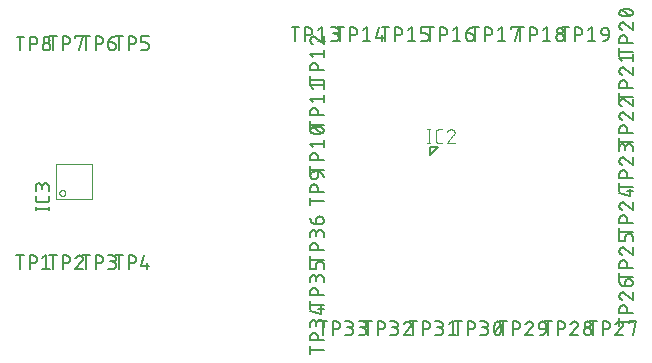
<source format=gbr>
G04 EAGLE Gerber X2 export*
%TF.Part,Single*%
%TF.FileFunction,Legend,Top,1*%
%TF.FilePolarity,Positive*%
%TF.GenerationSoftware,Autodesk,EAGLE,9.0.1*%
%TF.CreationDate,2018-06-07T21:36:32Z*%
G75*
%MOMM*%
%FSLAX34Y34*%
%LPD*%
%AMOC8*
5,1,8,0,0,1.08239X$1,22.5*%
G01*
%ADD10C,0.203200*%
%ADD11C,0.101600*%
%ADD12C,0.127000*%


D10*
X396900Y232184D02*
X396900Y232200D01*
X396900Y232184D02*
X390116Y232184D01*
X390116Y225416D02*
X396900Y232200D01*
X390116Y232184D02*
X390116Y225416D01*
D11*
X389156Y235458D02*
X389156Y247142D01*
X387858Y235458D02*
X390454Y235458D01*
X390454Y247142D02*
X387858Y247142D01*
X397618Y235458D02*
X400214Y235458D01*
X397618Y235458D02*
X397519Y235460D01*
X397419Y235466D01*
X397320Y235475D01*
X397222Y235488D01*
X397124Y235505D01*
X397026Y235526D01*
X396930Y235551D01*
X396835Y235579D01*
X396741Y235611D01*
X396648Y235646D01*
X396556Y235685D01*
X396466Y235728D01*
X396378Y235773D01*
X396291Y235823D01*
X396207Y235875D01*
X396124Y235931D01*
X396044Y235989D01*
X395966Y236051D01*
X395891Y236116D01*
X395818Y236184D01*
X395748Y236254D01*
X395680Y236327D01*
X395615Y236402D01*
X395553Y236480D01*
X395495Y236560D01*
X395439Y236643D01*
X395387Y236727D01*
X395337Y236814D01*
X395292Y236902D01*
X395249Y236992D01*
X395210Y237084D01*
X395175Y237177D01*
X395143Y237271D01*
X395115Y237366D01*
X395090Y237462D01*
X395069Y237560D01*
X395052Y237658D01*
X395039Y237756D01*
X395030Y237855D01*
X395024Y237955D01*
X395022Y238054D01*
X395021Y238054D02*
X395021Y244546D01*
X395022Y244546D02*
X395024Y244645D01*
X395030Y244745D01*
X395039Y244844D01*
X395052Y244942D01*
X395069Y245040D01*
X395090Y245138D01*
X395115Y245234D01*
X395143Y245329D01*
X395175Y245423D01*
X395210Y245516D01*
X395249Y245608D01*
X395292Y245698D01*
X395337Y245786D01*
X395387Y245873D01*
X395439Y245957D01*
X395495Y246040D01*
X395553Y246120D01*
X395615Y246198D01*
X395680Y246273D01*
X395748Y246346D01*
X395818Y246416D01*
X395891Y246484D01*
X395966Y246549D01*
X396044Y246611D01*
X396124Y246669D01*
X396207Y246725D01*
X396291Y246777D01*
X396378Y246827D01*
X396466Y246872D01*
X396556Y246915D01*
X396648Y246954D01*
X396740Y246989D01*
X396835Y247021D01*
X396930Y247049D01*
X397026Y247074D01*
X397124Y247095D01*
X397222Y247112D01*
X397320Y247125D01*
X397419Y247134D01*
X397519Y247140D01*
X397618Y247142D01*
X400214Y247142D01*
X408150Y247142D02*
X408257Y247140D01*
X408363Y247134D01*
X408469Y247124D01*
X408575Y247111D01*
X408681Y247093D01*
X408785Y247072D01*
X408889Y247047D01*
X408992Y247018D01*
X409093Y246986D01*
X409193Y246949D01*
X409292Y246909D01*
X409390Y246866D01*
X409486Y246819D01*
X409580Y246768D01*
X409672Y246714D01*
X409762Y246657D01*
X409850Y246597D01*
X409935Y246533D01*
X410018Y246466D01*
X410099Y246396D01*
X410177Y246324D01*
X410253Y246248D01*
X410325Y246170D01*
X410395Y246089D01*
X410462Y246006D01*
X410526Y245921D01*
X410586Y245833D01*
X410643Y245743D01*
X410697Y245651D01*
X410748Y245557D01*
X410795Y245461D01*
X410838Y245363D01*
X410878Y245264D01*
X410915Y245164D01*
X410947Y245063D01*
X410976Y244960D01*
X411001Y244856D01*
X411022Y244752D01*
X411040Y244646D01*
X411053Y244540D01*
X411063Y244434D01*
X411069Y244328D01*
X411071Y244221D01*
X408150Y247142D02*
X408029Y247140D01*
X407908Y247134D01*
X407788Y247124D01*
X407667Y247111D01*
X407548Y247093D01*
X407428Y247072D01*
X407310Y247047D01*
X407193Y247018D01*
X407076Y246985D01*
X406961Y246949D01*
X406847Y246908D01*
X406734Y246865D01*
X406622Y246817D01*
X406513Y246766D01*
X406405Y246711D01*
X406298Y246653D01*
X406194Y246592D01*
X406092Y246527D01*
X405992Y246459D01*
X405894Y246388D01*
X405798Y246314D01*
X405705Y246237D01*
X405615Y246156D01*
X405527Y246073D01*
X405442Y245987D01*
X405359Y245898D01*
X405280Y245807D01*
X405203Y245713D01*
X405130Y245617D01*
X405060Y245519D01*
X404993Y245418D01*
X404929Y245315D01*
X404869Y245210D01*
X404812Y245103D01*
X404758Y244995D01*
X404708Y244885D01*
X404662Y244773D01*
X404619Y244660D01*
X404580Y244545D01*
X410097Y241949D02*
X410176Y242026D01*
X410252Y242107D01*
X410325Y242190D01*
X410395Y242275D01*
X410462Y242363D01*
X410526Y242453D01*
X410586Y242545D01*
X410643Y242640D01*
X410697Y242736D01*
X410748Y242834D01*
X410795Y242934D01*
X410839Y243036D01*
X410879Y243139D01*
X410915Y243243D01*
X410947Y243349D01*
X410976Y243455D01*
X411001Y243563D01*
X411023Y243671D01*
X411040Y243781D01*
X411054Y243890D01*
X411063Y244000D01*
X411069Y244111D01*
X411071Y244221D01*
X410097Y241949D02*
X404580Y235458D01*
X411071Y235458D01*
D12*
X43180Y140335D02*
X43180Y128905D01*
X40005Y140335D02*
X46355Y140335D01*
X51245Y140335D02*
X51245Y128905D01*
X51245Y140335D02*
X54420Y140335D01*
X54531Y140333D01*
X54641Y140327D01*
X54752Y140318D01*
X54862Y140304D01*
X54971Y140287D01*
X55080Y140266D01*
X55188Y140241D01*
X55295Y140212D01*
X55401Y140180D01*
X55506Y140144D01*
X55609Y140104D01*
X55711Y140061D01*
X55812Y140014D01*
X55911Y139963D01*
X56008Y139910D01*
X56102Y139853D01*
X56195Y139792D01*
X56286Y139729D01*
X56375Y139662D01*
X56461Y139592D01*
X56544Y139519D01*
X56626Y139444D01*
X56704Y139366D01*
X56779Y139284D01*
X56852Y139201D01*
X56922Y139115D01*
X56989Y139026D01*
X57052Y138935D01*
X57113Y138842D01*
X57170Y138747D01*
X57223Y138651D01*
X57274Y138552D01*
X57321Y138451D01*
X57364Y138349D01*
X57404Y138246D01*
X57440Y138141D01*
X57472Y138035D01*
X57501Y137928D01*
X57526Y137820D01*
X57547Y137711D01*
X57564Y137602D01*
X57578Y137492D01*
X57587Y137381D01*
X57593Y137271D01*
X57595Y137160D01*
X57593Y137049D01*
X57587Y136939D01*
X57578Y136828D01*
X57564Y136718D01*
X57547Y136609D01*
X57526Y136500D01*
X57501Y136392D01*
X57472Y136285D01*
X57440Y136179D01*
X57404Y136074D01*
X57364Y135971D01*
X57321Y135869D01*
X57274Y135768D01*
X57223Y135669D01*
X57170Y135572D01*
X57113Y135478D01*
X57052Y135385D01*
X56989Y135294D01*
X56922Y135205D01*
X56852Y135119D01*
X56779Y135036D01*
X56704Y134954D01*
X56626Y134876D01*
X56544Y134801D01*
X56461Y134728D01*
X56375Y134658D01*
X56286Y134591D01*
X56195Y134528D01*
X56102Y134467D01*
X56007Y134410D01*
X55911Y134357D01*
X55812Y134306D01*
X55711Y134259D01*
X55609Y134216D01*
X55506Y134176D01*
X55401Y134140D01*
X55295Y134108D01*
X55188Y134079D01*
X55080Y134054D01*
X54971Y134033D01*
X54862Y134016D01*
X54752Y134002D01*
X54641Y133993D01*
X54531Y133987D01*
X54420Y133985D01*
X51245Y133985D01*
X62103Y137795D02*
X65278Y140335D01*
X65278Y128905D01*
X62103Y128905D02*
X68453Y128905D01*
X71120Y128905D02*
X71120Y140335D01*
X67945Y140335D02*
X74295Y140335D01*
X79185Y140335D02*
X79185Y128905D01*
X79185Y140335D02*
X82360Y140335D01*
X82471Y140333D01*
X82581Y140327D01*
X82692Y140318D01*
X82802Y140304D01*
X82911Y140287D01*
X83020Y140266D01*
X83128Y140241D01*
X83235Y140212D01*
X83341Y140180D01*
X83446Y140144D01*
X83549Y140104D01*
X83651Y140061D01*
X83752Y140014D01*
X83851Y139963D01*
X83948Y139910D01*
X84042Y139853D01*
X84135Y139792D01*
X84226Y139729D01*
X84315Y139662D01*
X84401Y139592D01*
X84484Y139519D01*
X84566Y139444D01*
X84644Y139366D01*
X84719Y139284D01*
X84792Y139201D01*
X84862Y139115D01*
X84929Y139026D01*
X84992Y138935D01*
X85053Y138842D01*
X85110Y138747D01*
X85163Y138651D01*
X85214Y138552D01*
X85261Y138451D01*
X85304Y138349D01*
X85344Y138246D01*
X85380Y138141D01*
X85412Y138035D01*
X85441Y137928D01*
X85466Y137820D01*
X85487Y137711D01*
X85504Y137602D01*
X85518Y137492D01*
X85527Y137381D01*
X85533Y137271D01*
X85535Y137160D01*
X85533Y137049D01*
X85527Y136939D01*
X85518Y136828D01*
X85504Y136718D01*
X85487Y136609D01*
X85466Y136500D01*
X85441Y136392D01*
X85412Y136285D01*
X85380Y136179D01*
X85344Y136074D01*
X85304Y135971D01*
X85261Y135869D01*
X85214Y135768D01*
X85163Y135669D01*
X85110Y135572D01*
X85053Y135478D01*
X84992Y135385D01*
X84929Y135294D01*
X84862Y135205D01*
X84792Y135119D01*
X84719Y135036D01*
X84644Y134954D01*
X84566Y134876D01*
X84484Y134801D01*
X84401Y134728D01*
X84315Y134658D01*
X84226Y134591D01*
X84135Y134528D01*
X84042Y134467D01*
X83947Y134410D01*
X83851Y134357D01*
X83752Y134306D01*
X83651Y134259D01*
X83549Y134216D01*
X83446Y134176D01*
X83341Y134140D01*
X83235Y134108D01*
X83128Y134079D01*
X83020Y134054D01*
X82911Y134033D01*
X82802Y134016D01*
X82692Y134002D01*
X82581Y133993D01*
X82471Y133987D01*
X82360Y133985D01*
X79185Y133985D01*
X93536Y140336D02*
X93640Y140334D01*
X93745Y140328D01*
X93849Y140319D01*
X93952Y140306D01*
X94055Y140288D01*
X94157Y140268D01*
X94259Y140243D01*
X94359Y140215D01*
X94459Y140183D01*
X94557Y140147D01*
X94654Y140108D01*
X94749Y140066D01*
X94843Y140020D01*
X94935Y139970D01*
X95025Y139918D01*
X95113Y139862D01*
X95199Y139802D01*
X95283Y139740D01*
X95364Y139675D01*
X95443Y139607D01*
X95520Y139535D01*
X95593Y139462D01*
X95665Y139385D01*
X95733Y139306D01*
X95798Y139225D01*
X95860Y139141D01*
X95920Y139055D01*
X95976Y138967D01*
X96028Y138877D01*
X96078Y138785D01*
X96124Y138691D01*
X96166Y138596D01*
X96205Y138499D01*
X96241Y138401D01*
X96273Y138301D01*
X96301Y138201D01*
X96326Y138099D01*
X96346Y137997D01*
X96364Y137894D01*
X96377Y137791D01*
X96386Y137687D01*
X96392Y137582D01*
X96394Y137478D01*
X93536Y140335D02*
X93418Y140333D01*
X93299Y140327D01*
X93181Y140318D01*
X93064Y140305D01*
X92947Y140287D01*
X92830Y140267D01*
X92714Y140242D01*
X92599Y140214D01*
X92486Y140181D01*
X92373Y140146D01*
X92261Y140106D01*
X92151Y140064D01*
X92042Y140017D01*
X91934Y139967D01*
X91829Y139914D01*
X91725Y139857D01*
X91623Y139797D01*
X91523Y139734D01*
X91425Y139667D01*
X91329Y139598D01*
X91236Y139525D01*
X91145Y139449D01*
X91056Y139371D01*
X90970Y139289D01*
X90887Y139205D01*
X90806Y139119D01*
X90729Y139029D01*
X90654Y138938D01*
X90582Y138844D01*
X90513Y138747D01*
X90448Y138649D01*
X90385Y138548D01*
X90326Y138445D01*
X90270Y138341D01*
X90218Y138235D01*
X90169Y138127D01*
X90124Y138018D01*
X90082Y137907D01*
X90044Y137795D01*
X95441Y135256D02*
X95517Y135331D01*
X95592Y135410D01*
X95663Y135491D01*
X95732Y135575D01*
X95797Y135661D01*
X95859Y135749D01*
X95919Y135839D01*
X95975Y135931D01*
X96028Y136026D01*
X96077Y136122D01*
X96123Y136220D01*
X96166Y136319D01*
X96205Y136420D01*
X96240Y136522D01*
X96272Y136625D01*
X96300Y136729D01*
X96325Y136834D01*
X96346Y136941D01*
X96363Y137047D01*
X96376Y137154D01*
X96385Y137262D01*
X96391Y137370D01*
X96393Y137478D01*
X95441Y135255D02*
X90043Y128905D01*
X96393Y128905D01*
X99060Y128905D02*
X99060Y140335D01*
X95885Y140335D02*
X102235Y140335D01*
X107125Y140335D02*
X107125Y128905D01*
X107125Y140335D02*
X110300Y140335D01*
X110411Y140333D01*
X110521Y140327D01*
X110632Y140318D01*
X110742Y140304D01*
X110851Y140287D01*
X110960Y140266D01*
X111068Y140241D01*
X111175Y140212D01*
X111281Y140180D01*
X111386Y140144D01*
X111489Y140104D01*
X111591Y140061D01*
X111692Y140014D01*
X111791Y139963D01*
X111888Y139910D01*
X111982Y139853D01*
X112075Y139792D01*
X112166Y139729D01*
X112255Y139662D01*
X112341Y139592D01*
X112424Y139519D01*
X112506Y139444D01*
X112584Y139366D01*
X112659Y139284D01*
X112732Y139201D01*
X112802Y139115D01*
X112869Y139026D01*
X112932Y138935D01*
X112993Y138842D01*
X113050Y138747D01*
X113103Y138651D01*
X113154Y138552D01*
X113201Y138451D01*
X113244Y138349D01*
X113284Y138246D01*
X113320Y138141D01*
X113352Y138035D01*
X113381Y137928D01*
X113406Y137820D01*
X113427Y137711D01*
X113444Y137602D01*
X113458Y137492D01*
X113467Y137381D01*
X113473Y137271D01*
X113475Y137160D01*
X113473Y137049D01*
X113467Y136939D01*
X113458Y136828D01*
X113444Y136718D01*
X113427Y136609D01*
X113406Y136500D01*
X113381Y136392D01*
X113352Y136285D01*
X113320Y136179D01*
X113284Y136074D01*
X113244Y135971D01*
X113201Y135869D01*
X113154Y135768D01*
X113103Y135669D01*
X113050Y135572D01*
X112993Y135478D01*
X112932Y135385D01*
X112869Y135294D01*
X112802Y135205D01*
X112732Y135119D01*
X112659Y135036D01*
X112584Y134954D01*
X112506Y134876D01*
X112424Y134801D01*
X112341Y134728D01*
X112255Y134658D01*
X112166Y134591D01*
X112075Y134528D01*
X111982Y134467D01*
X111887Y134410D01*
X111791Y134357D01*
X111692Y134306D01*
X111591Y134259D01*
X111489Y134216D01*
X111386Y134176D01*
X111281Y134140D01*
X111175Y134108D01*
X111068Y134079D01*
X110960Y134054D01*
X110851Y134033D01*
X110742Y134016D01*
X110632Y134002D01*
X110521Y133993D01*
X110411Y133987D01*
X110300Y133985D01*
X107125Y133985D01*
X117983Y128905D02*
X121158Y128905D01*
X121269Y128907D01*
X121379Y128913D01*
X121490Y128922D01*
X121600Y128936D01*
X121709Y128953D01*
X121818Y128974D01*
X121926Y128999D01*
X122033Y129028D01*
X122139Y129060D01*
X122244Y129096D01*
X122347Y129136D01*
X122449Y129179D01*
X122550Y129226D01*
X122649Y129277D01*
X122745Y129330D01*
X122840Y129387D01*
X122933Y129448D01*
X123024Y129511D01*
X123113Y129578D01*
X123199Y129648D01*
X123282Y129721D01*
X123364Y129796D01*
X123442Y129874D01*
X123517Y129956D01*
X123590Y130039D01*
X123660Y130125D01*
X123727Y130214D01*
X123790Y130305D01*
X123851Y130398D01*
X123908Y130492D01*
X123961Y130589D01*
X124012Y130688D01*
X124059Y130789D01*
X124102Y130891D01*
X124142Y130994D01*
X124178Y131099D01*
X124210Y131205D01*
X124239Y131312D01*
X124264Y131420D01*
X124285Y131529D01*
X124302Y131638D01*
X124316Y131748D01*
X124325Y131859D01*
X124331Y131969D01*
X124333Y132080D01*
X124331Y132191D01*
X124325Y132301D01*
X124316Y132412D01*
X124302Y132522D01*
X124285Y132631D01*
X124264Y132740D01*
X124239Y132848D01*
X124210Y132955D01*
X124178Y133061D01*
X124142Y133166D01*
X124102Y133269D01*
X124059Y133371D01*
X124012Y133472D01*
X123961Y133571D01*
X123908Y133667D01*
X123851Y133762D01*
X123790Y133855D01*
X123727Y133946D01*
X123660Y134035D01*
X123590Y134121D01*
X123517Y134204D01*
X123442Y134286D01*
X123364Y134364D01*
X123282Y134439D01*
X123199Y134512D01*
X123113Y134582D01*
X123024Y134649D01*
X122933Y134712D01*
X122840Y134773D01*
X122746Y134830D01*
X122649Y134883D01*
X122550Y134934D01*
X122449Y134981D01*
X122347Y135024D01*
X122244Y135064D01*
X122139Y135100D01*
X122033Y135132D01*
X121926Y135161D01*
X121818Y135186D01*
X121709Y135207D01*
X121600Y135224D01*
X121490Y135238D01*
X121379Y135247D01*
X121269Y135253D01*
X121158Y135255D01*
X121793Y140335D02*
X117983Y140335D01*
X121793Y140335D02*
X121893Y140333D01*
X121992Y140327D01*
X122092Y140317D01*
X122190Y140304D01*
X122289Y140286D01*
X122386Y140265D01*
X122482Y140240D01*
X122578Y140211D01*
X122672Y140178D01*
X122765Y140142D01*
X122856Y140102D01*
X122946Y140058D01*
X123034Y140011D01*
X123120Y139961D01*
X123204Y139907D01*
X123286Y139850D01*
X123365Y139790D01*
X123443Y139726D01*
X123517Y139660D01*
X123589Y139591D01*
X123658Y139519D01*
X123724Y139445D01*
X123788Y139367D01*
X123848Y139288D01*
X123905Y139206D01*
X123959Y139122D01*
X124009Y139036D01*
X124056Y138948D01*
X124100Y138858D01*
X124140Y138767D01*
X124176Y138674D01*
X124209Y138580D01*
X124238Y138484D01*
X124263Y138388D01*
X124284Y138291D01*
X124302Y138192D01*
X124315Y138094D01*
X124325Y137994D01*
X124331Y137895D01*
X124333Y137795D01*
X124331Y137695D01*
X124325Y137596D01*
X124315Y137496D01*
X124302Y137398D01*
X124284Y137299D01*
X124263Y137202D01*
X124238Y137106D01*
X124209Y137010D01*
X124176Y136916D01*
X124140Y136823D01*
X124100Y136732D01*
X124056Y136642D01*
X124009Y136554D01*
X123959Y136468D01*
X123905Y136384D01*
X123848Y136302D01*
X123788Y136223D01*
X123724Y136145D01*
X123658Y136071D01*
X123589Y135999D01*
X123517Y135930D01*
X123443Y135864D01*
X123365Y135800D01*
X123286Y135740D01*
X123204Y135683D01*
X123120Y135629D01*
X123034Y135579D01*
X122946Y135532D01*
X122856Y135488D01*
X122765Y135448D01*
X122672Y135412D01*
X122578Y135379D01*
X122482Y135350D01*
X122386Y135325D01*
X122289Y135304D01*
X122190Y135286D01*
X122092Y135273D01*
X121992Y135263D01*
X121893Y135257D01*
X121793Y135255D01*
X119253Y135255D01*
X127000Y140335D02*
X127000Y128905D01*
X123825Y140335D02*
X130175Y140335D01*
X135065Y140335D02*
X135065Y128905D01*
X135065Y140335D02*
X138240Y140335D01*
X138351Y140333D01*
X138461Y140327D01*
X138572Y140318D01*
X138682Y140304D01*
X138791Y140287D01*
X138900Y140266D01*
X139008Y140241D01*
X139115Y140212D01*
X139221Y140180D01*
X139326Y140144D01*
X139429Y140104D01*
X139531Y140061D01*
X139632Y140014D01*
X139731Y139963D01*
X139828Y139910D01*
X139922Y139853D01*
X140015Y139792D01*
X140106Y139729D01*
X140195Y139662D01*
X140281Y139592D01*
X140364Y139519D01*
X140446Y139444D01*
X140524Y139366D01*
X140599Y139284D01*
X140672Y139201D01*
X140742Y139115D01*
X140809Y139026D01*
X140872Y138935D01*
X140933Y138842D01*
X140990Y138747D01*
X141043Y138651D01*
X141094Y138552D01*
X141141Y138451D01*
X141184Y138349D01*
X141224Y138246D01*
X141260Y138141D01*
X141292Y138035D01*
X141321Y137928D01*
X141346Y137820D01*
X141367Y137711D01*
X141384Y137602D01*
X141398Y137492D01*
X141407Y137381D01*
X141413Y137271D01*
X141415Y137160D01*
X141413Y137049D01*
X141407Y136939D01*
X141398Y136828D01*
X141384Y136718D01*
X141367Y136609D01*
X141346Y136500D01*
X141321Y136392D01*
X141292Y136285D01*
X141260Y136179D01*
X141224Y136074D01*
X141184Y135971D01*
X141141Y135869D01*
X141094Y135768D01*
X141043Y135669D01*
X140990Y135572D01*
X140933Y135478D01*
X140872Y135385D01*
X140809Y135294D01*
X140742Y135205D01*
X140672Y135119D01*
X140599Y135036D01*
X140524Y134954D01*
X140446Y134876D01*
X140364Y134801D01*
X140281Y134728D01*
X140195Y134658D01*
X140106Y134591D01*
X140015Y134528D01*
X139922Y134467D01*
X139827Y134410D01*
X139731Y134357D01*
X139632Y134306D01*
X139531Y134259D01*
X139429Y134216D01*
X139326Y134176D01*
X139221Y134140D01*
X139115Y134108D01*
X139008Y134079D01*
X138900Y134054D01*
X138791Y134033D01*
X138682Y134016D01*
X138572Y134002D01*
X138461Y133993D01*
X138351Y133987D01*
X138240Y133985D01*
X135065Y133985D01*
X145923Y131445D02*
X148463Y140335D01*
X145923Y131445D02*
X152273Y131445D01*
X150368Y133985D02*
X150368Y128905D01*
X127000Y314325D02*
X127000Y325755D01*
X123825Y325755D02*
X130175Y325755D01*
X135065Y325755D02*
X135065Y314325D01*
X135065Y325755D02*
X138240Y325755D01*
X138351Y325753D01*
X138461Y325747D01*
X138572Y325738D01*
X138682Y325724D01*
X138791Y325707D01*
X138900Y325686D01*
X139008Y325661D01*
X139115Y325632D01*
X139221Y325600D01*
X139326Y325564D01*
X139429Y325524D01*
X139531Y325481D01*
X139632Y325434D01*
X139731Y325383D01*
X139828Y325330D01*
X139922Y325273D01*
X140015Y325212D01*
X140106Y325149D01*
X140195Y325082D01*
X140281Y325012D01*
X140364Y324939D01*
X140446Y324864D01*
X140524Y324786D01*
X140599Y324704D01*
X140672Y324621D01*
X140742Y324535D01*
X140809Y324446D01*
X140872Y324355D01*
X140933Y324262D01*
X140990Y324167D01*
X141043Y324071D01*
X141094Y323972D01*
X141141Y323871D01*
X141184Y323769D01*
X141224Y323666D01*
X141260Y323561D01*
X141292Y323455D01*
X141321Y323348D01*
X141346Y323240D01*
X141367Y323131D01*
X141384Y323022D01*
X141398Y322912D01*
X141407Y322801D01*
X141413Y322691D01*
X141415Y322580D01*
X141413Y322469D01*
X141407Y322359D01*
X141398Y322248D01*
X141384Y322138D01*
X141367Y322029D01*
X141346Y321920D01*
X141321Y321812D01*
X141292Y321705D01*
X141260Y321599D01*
X141224Y321494D01*
X141184Y321391D01*
X141141Y321289D01*
X141094Y321188D01*
X141043Y321089D01*
X140990Y320992D01*
X140933Y320898D01*
X140872Y320805D01*
X140809Y320714D01*
X140742Y320625D01*
X140672Y320539D01*
X140599Y320456D01*
X140524Y320374D01*
X140446Y320296D01*
X140364Y320221D01*
X140281Y320148D01*
X140195Y320078D01*
X140106Y320011D01*
X140015Y319948D01*
X139922Y319887D01*
X139827Y319830D01*
X139731Y319777D01*
X139632Y319726D01*
X139531Y319679D01*
X139429Y319636D01*
X139326Y319596D01*
X139221Y319560D01*
X139115Y319528D01*
X139008Y319499D01*
X138900Y319474D01*
X138791Y319453D01*
X138682Y319436D01*
X138572Y319422D01*
X138461Y319413D01*
X138351Y319407D01*
X138240Y319405D01*
X135065Y319405D01*
X145923Y314325D02*
X149733Y314325D01*
X149833Y314327D01*
X149932Y314333D01*
X150032Y314343D01*
X150130Y314356D01*
X150229Y314374D01*
X150326Y314395D01*
X150422Y314420D01*
X150518Y314449D01*
X150612Y314482D01*
X150705Y314518D01*
X150796Y314558D01*
X150886Y314602D01*
X150974Y314649D01*
X151060Y314699D01*
X151144Y314753D01*
X151226Y314810D01*
X151305Y314870D01*
X151383Y314934D01*
X151457Y315000D01*
X151529Y315069D01*
X151598Y315141D01*
X151664Y315215D01*
X151728Y315293D01*
X151788Y315372D01*
X151845Y315454D01*
X151899Y315538D01*
X151949Y315624D01*
X151996Y315712D01*
X152040Y315802D01*
X152080Y315893D01*
X152116Y315986D01*
X152149Y316080D01*
X152178Y316176D01*
X152203Y316272D01*
X152224Y316369D01*
X152242Y316468D01*
X152255Y316566D01*
X152265Y316666D01*
X152271Y316765D01*
X152273Y316865D01*
X152273Y318135D01*
X152271Y318235D01*
X152265Y318334D01*
X152255Y318434D01*
X152242Y318532D01*
X152224Y318631D01*
X152203Y318728D01*
X152178Y318824D01*
X152149Y318920D01*
X152116Y319014D01*
X152080Y319107D01*
X152040Y319198D01*
X151996Y319288D01*
X151949Y319376D01*
X151899Y319462D01*
X151845Y319546D01*
X151788Y319628D01*
X151728Y319707D01*
X151664Y319785D01*
X151598Y319859D01*
X151529Y319931D01*
X151457Y320000D01*
X151383Y320066D01*
X151305Y320130D01*
X151226Y320190D01*
X151144Y320247D01*
X151060Y320301D01*
X150974Y320351D01*
X150886Y320398D01*
X150796Y320442D01*
X150705Y320482D01*
X150612Y320518D01*
X150518Y320551D01*
X150422Y320580D01*
X150326Y320605D01*
X150229Y320626D01*
X150130Y320644D01*
X150032Y320657D01*
X149932Y320667D01*
X149833Y320673D01*
X149733Y320675D01*
X145923Y320675D01*
X145923Y325755D01*
X152273Y325755D01*
X99060Y325755D02*
X99060Y314325D01*
X95885Y325755D02*
X102235Y325755D01*
X107125Y325755D02*
X107125Y314325D01*
X107125Y325755D02*
X110300Y325755D01*
X110411Y325753D01*
X110521Y325747D01*
X110632Y325738D01*
X110742Y325724D01*
X110851Y325707D01*
X110960Y325686D01*
X111068Y325661D01*
X111175Y325632D01*
X111281Y325600D01*
X111386Y325564D01*
X111489Y325524D01*
X111591Y325481D01*
X111692Y325434D01*
X111791Y325383D01*
X111888Y325330D01*
X111982Y325273D01*
X112075Y325212D01*
X112166Y325149D01*
X112255Y325082D01*
X112341Y325012D01*
X112424Y324939D01*
X112506Y324864D01*
X112584Y324786D01*
X112659Y324704D01*
X112732Y324621D01*
X112802Y324535D01*
X112869Y324446D01*
X112932Y324355D01*
X112993Y324262D01*
X113050Y324167D01*
X113103Y324071D01*
X113154Y323972D01*
X113201Y323871D01*
X113244Y323769D01*
X113284Y323666D01*
X113320Y323561D01*
X113352Y323455D01*
X113381Y323348D01*
X113406Y323240D01*
X113427Y323131D01*
X113444Y323022D01*
X113458Y322912D01*
X113467Y322801D01*
X113473Y322691D01*
X113475Y322580D01*
X113473Y322469D01*
X113467Y322359D01*
X113458Y322248D01*
X113444Y322138D01*
X113427Y322029D01*
X113406Y321920D01*
X113381Y321812D01*
X113352Y321705D01*
X113320Y321599D01*
X113284Y321494D01*
X113244Y321391D01*
X113201Y321289D01*
X113154Y321188D01*
X113103Y321089D01*
X113050Y320992D01*
X112993Y320898D01*
X112932Y320805D01*
X112869Y320714D01*
X112802Y320625D01*
X112732Y320539D01*
X112659Y320456D01*
X112584Y320374D01*
X112506Y320296D01*
X112424Y320221D01*
X112341Y320148D01*
X112255Y320078D01*
X112166Y320011D01*
X112075Y319948D01*
X111982Y319887D01*
X111887Y319830D01*
X111791Y319777D01*
X111692Y319726D01*
X111591Y319679D01*
X111489Y319636D01*
X111386Y319596D01*
X111281Y319560D01*
X111175Y319528D01*
X111068Y319499D01*
X110960Y319474D01*
X110851Y319453D01*
X110742Y319436D01*
X110632Y319422D01*
X110521Y319413D01*
X110411Y319407D01*
X110300Y319405D01*
X107125Y319405D01*
X117983Y320675D02*
X121793Y320675D01*
X121893Y320673D01*
X121992Y320667D01*
X122092Y320657D01*
X122190Y320644D01*
X122289Y320626D01*
X122386Y320605D01*
X122482Y320580D01*
X122578Y320551D01*
X122672Y320518D01*
X122765Y320482D01*
X122856Y320442D01*
X122946Y320398D01*
X123034Y320351D01*
X123120Y320301D01*
X123204Y320247D01*
X123286Y320190D01*
X123365Y320130D01*
X123443Y320066D01*
X123517Y320000D01*
X123589Y319931D01*
X123658Y319859D01*
X123724Y319785D01*
X123788Y319707D01*
X123848Y319628D01*
X123905Y319546D01*
X123959Y319462D01*
X124009Y319376D01*
X124056Y319288D01*
X124100Y319198D01*
X124140Y319107D01*
X124176Y319014D01*
X124209Y318920D01*
X124238Y318824D01*
X124263Y318728D01*
X124284Y318631D01*
X124302Y318532D01*
X124315Y318434D01*
X124325Y318334D01*
X124331Y318235D01*
X124333Y318135D01*
X124333Y317500D01*
X124331Y317389D01*
X124325Y317279D01*
X124316Y317168D01*
X124302Y317058D01*
X124285Y316949D01*
X124264Y316840D01*
X124239Y316732D01*
X124210Y316625D01*
X124178Y316519D01*
X124142Y316414D01*
X124102Y316311D01*
X124059Y316209D01*
X124012Y316108D01*
X123961Y316009D01*
X123908Y315912D01*
X123851Y315818D01*
X123790Y315725D01*
X123727Y315634D01*
X123660Y315545D01*
X123590Y315459D01*
X123517Y315376D01*
X123442Y315294D01*
X123364Y315216D01*
X123282Y315141D01*
X123199Y315068D01*
X123113Y314998D01*
X123024Y314931D01*
X122933Y314868D01*
X122840Y314807D01*
X122745Y314750D01*
X122649Y314697D01*
X122550Y314646D01*
X122449Y314599D01*
X122347Y314556D01*
X122244Y314516D01*
X122139Y314480D01*
X122033Y314448D01*
X121926Y314419D01*
X121818Y314394D01*
X121709Y314373D01*
X121600Y314356D01*
X121490Y314342D01*
X121379Y314333D01*
X121269Y314327D01*
X121158Y314325D01*
X121047Y314327D01*
X120937Y314333D01*
X120826Y314342D01*
X120716Y314356D01*
X120607Y314373D01*
X120498Y314394D01*
X120390Y314419D01*
X120283Y314448D01*
X120177Y314480D01*
X120072Y314516D01*
X119969Y314556D01*
X119867Y314599D01*
X119766Y314646D01*
X119667Y314697D01*
X119571Y314750D01*
X119476Y314807D01*
X119383Y314868D01*
X119292Y314931D01*
X119203Y314998D01*
X119117Y315068D01*
X119034Y315141D01*
X118952Y315216D01*
X118874Y315294D01*
X118799Y315376D01*
X118726Y315459D01*
X118656Y315545D01*
X118589Y315634D01*
X118526Y315725D01*
X118465Y315818D01*
X118408Y315913D01*
X118355Y316009D01*
X118304Y316108D01*
X118257Y316209D01*
X118214Y316311D01*
X118174Y316414D01*
X118138Y316519D01*
X118106Y316625D01*
X118077Y316732D01*
X118052Y316840D01*
X118031Y316949D01*
X118014Y317058D01*
X118000Y317168D01*
X117991Y317279D01*
X117985Y317389D01*
X117983Y317500D01*
X117983Y320675D01*
X117985Y320815D01*
X117991Y320955D01*
X118000Y321095D01*
X118014Y321234D01*
X118031Y321373D01*
X118052Y321511D01*
X118077Y321649D01*
X118106Y321786D01*
X118138Y321922D01*
X118175Y322057D01*
X118215Y322191D01*
X118258Y322324D01*
X118306Y322456D01*
X118356Y322587D01*
X118411Y322716D01*
X118469Y322843D01*
X118530Y322969D01*
X118595Y323093D01*
X118664Y323215D01*
X118735Y323335D01*
X118810Y323453D01*
X118888Y323570D01*
X118970Y323684D01*
X119054Y323795D01*
X119142Y323904D01*
X119232Y324011D01*
X119326Y324116D01*
X119422Y324217D01*
X119521Y324316D01*
X119622Y324412D01*
X119727Y324506D01*
X119834Y324596D01*
X119943Y324684D01*
X120054Y324768D01*
X120168Y324850D01*
X120285Y324928D01*
X120403Y325003D01*
X120523Y325074D01*
X120645Y325143D01*
X120769Y325208D01*
X120895Y325269D01*
X121022Y325327D01*
X121151Y325382D01*
X121282Y325432D01*
X121414Y325480D01*
X121547Y325523D01*
X121681Y325563D01*
X121816Y325600D01*
X121952Y325632D01*
X122089Y325661D01*
X122227Y325686D01*
X122365Y325707D01*
X122504Y325724D01*
X122643Y325738D01*
X122783Y325747D01*
X122923Y325753D01*
X123063Y325755D01*
X71120Y325755D02*
X71120Y314325D01*
X67945Y325755D02*
X74295Y325755D01*
X79185Y325755D02*
X79185Y314325D01*
X79185Y325755D02*
X82360Y325755D01*
X82471Y325753D01*
X82581Y325747D01*
X82692Y325738D01*
X82802Y325724D01*
X82911Y325707D01*
X83020Y325686D01*
X83128Y325661D01*
X83235Y325632D01*
X83341Y325600D01*
X83446Y325564D01*
X83549Y325524D01*
X83651Y325481D01*
X83752Y325434D01*
X83851Y325383D01*
X83948Y325330D01*
X84042Y325273D01*
X84135Y325212D01*
X84226Y325149D01*
X84315Y325082D01*
X84401Y325012D01*
X84484Y324939D01*
X84566Y324864D01*
X84644Y324786D01*
X84719Y324704D01*
X84792Y324621D01*
X84862Y324535D01*
X84929Y324446D01*
X84992Y324355D01*
X85053Y324262D01*
X85110Y324167D01*
X85163Y324071D01*
X85214Y323972D01*
X85261Y323871D01*
X85304Y323769D01*
X85344Y323666D01*
X85380Y323561D01*
X85412Y323455D01*
X85441Y323348D01*
X85466Y323240D01*
X85487Y323131D01*
X85504Y323022D01*
X85518Y322912D01*
X85527Y322801D01*
X85533Y322691D01*
X85535Y322580D01*
X85533Y322469D01*
X85527Y322359D01*
X85518Y322248D01*
X85504Y322138D01*
X85487Y322029D01*
X85466Y321920D01*
X85441Y321812D01*
X85412Y321705D01*
X85380Y321599D01*
X85344Y321494D01*
X85304Y321391D01*
X85261Y321289D01*
X85214Y321188D01*
X85163Y321089D01*
X85110Y320992D01*
X85053Y320898D01*
X84992Y320805D01*
X84929Y320714D01*
X84862Y320625D01*
X84792Y320539D01*
X84719Y320456D01*
X84644Y320374D01*
X84566Y320296D01*
X84484Y320221D01*
X84401Y320148D01*
X84315Y320078D01*
X84226Y320011D01*
X84135Y319948D01*
X84042Y319887D01*
X83947Y319830D01*
X83851Y319777D01*
X83752Y319726D01*
X83651Y319679D01*
X83549Y319636D01*
X83446Y319596D01*
X83341Y319560D01*
X83235Y319528D01*
X83128Y319499D01*
X83020Y319474D01*
X82911Y319453D01*
X82802Y319436D01*
X82692Y319422D01*
X82581Y319413D01*
X82471Y319407D01*
X82360Y319405D01*
X79185Y319405D01*
X90043Y324485D02*
X90043Y325755D01*
X96393Y325755D01*
X93218Y314325D01*
X43480Y314149D02*
X43480Y325579D01*
X40305Y325579D02*
X46655Y325579D01*
X51544Y325579D02*
X51544Y314149D01*
X51544Y325579D02*
X54719Y325579D01*
X54830Y325577D01*
X54940Y325571D01*
X55051Y325562D01*
X55161Y325548D01*
X55270Y325531D01*
X55379Y325510D01*
X55487Y325485D01*
X55594Y325456D01*
X55700Y325424D01*
X55805Y325388D01*
X55908Y325348D01*
X56010Y325305D01*
X56111Y325258D01*
X56210Y325207D01*
X56307Y325154D01*
X56401Y325097D01*
X56494Y325036D01*
X56585Y324973D01*
X56674Y324906D01*
X56760Y324836D01*
X56843Y324763D01*
X56925Y324688D01*
X57003Y324610D01*
X57078Y324528D01*
X57151Y324445D01*
X57221Y324359D01*
X57288Y324270D01*
X57351Y324179D01*
X57412Y324086D01*
X57469Y323991D01*
X57522Y323895D01*
X57573Y323796D01*
X57620Y323695D01*
X57663Y323593D01*
X57703Y323490D01*
X57739Y323385D01*
X57771Y323279D01*
X57800Y323172D01*
X57825Y323064D01*
X57846Y322955D01*
X57863Y322846D01*
X57877Y322736D01*
X57886Y322625D01*
X57892Y322515D01*
X57894Y322404D01*
X57892Y322293D01*
X57886Y322183D01*
X57877Y322072D01*
X57863Y321962D01*
X57846Y321853D01*
X57825Y321744D01*
X57800Y321636D01*
X57771Y321529D01*
X57739Y321423D01*
X57703Y321318D01*
X57663Y321215D01*
X57620Y321113D01*
X57573Y321012D01*
X57522Y320913D01*
X57469Y320816D01*
X57412Y320722D01*
X57351Y320629D01*
X57288Y320538D01*
X57221Y320449D01*
X57151Y320363D01*
X57078Y320280D01*
X57003Y320198D01*
X56925Y320120D01*
X56843Y320045D01*
X56760Y319972D01*
X56674Y319902D01*
X56585Y319835D01*
X56494Y319772D01*
X56401Y319711D01*
X56306Y319654D01*
X56210Y319601D01*
X56111Y319550D01*
X56010Y319503D01*
X55908Y319460D01*
X55805Y319420D01*
X55700Y319384D01*
X55594Y319352D01*
X55487Y319323D01*
X55379Y319298D01*
X55270Y319277D01*
X55161Y319260D01*
X55051Y319246D01*
X54940Y319237D01*
X54830Y319231D01*
X54719Y319229D01*
X51544Y319229D01*
X62403Y317324D02*
X62405Y317435D01*
X62411Y317545D01*
X62420Y317656D01*
X62434Y317766D01*
X62451Y317875D01*
X62472Y317984D01*
X62497Y318092D01*
X62526Y318199D01*
X62558Y318305D01*
X62594Y318410D01*
X62634Y318513D01*
X62677Y318615D01*
X62724Y318716D01*
X62775Y318815D01*
X62828Y318912D01*
X62885Y319006D01*
X62946Y319099D01*
X63009Y319190D01*
X63076Y319279D01*
X63146Y319365D01*
X63219Y319448D01*
X63294Y319530D01*
X63372Y319608D01*
X63454Y319683D01*
X63537Y319756D01*
X63623Y319826D01*
X63712Y319893D01*
X63803Y319956D01*
X63896Y320017D01*
X63990Y320074D01*
X64087Y320127D01*
X64186Y320178D01*
X64287Y320225D01*
X64389Y320268D01*
X64492Y320308D01*
X64597Y320344D01*
X64703Y320376D01*
X64810Y320405D01*
X64918Y320430D01*
X65027Y320451D01*
X65136Y320468D01*
X65246Y320482D01*
X65357Y320491D01*
X65467Y320497D01*
X65578Y320499D01*
X65689Y320497D01*
X65799Y320491D01*
X65910Y320482D01*
X66020Y320468D01*
X66129Y320451D01*
X66238Y320430D01*
X66346Y320405D01*
X66453Y320376D01*
X66559Y320344D01*
X66664Y320308D01*
X66767Y320268D01*
X66869Y320225D01*
X66970Y320178D01*
X67069Y320127D01*
X67166Y320074D01*
X67260Y320017D01*
X67353Y319956D01*
X67444Y319893D01*
X67533Y319826D01*
X67619Y319756D01*
X67702Y319683D01*
X67784Y319608D01*
X67862Y319530D01*
X67937Y319448D01*
X68010Y319365D01*
X68080Y319279D01*
X68147Y319190D01*
X68210Y319099D01*
X68271Y319006D01*
X68328Y318912D01*
X68381Y318815D01*
X68432Y318716D01*
X68479Y318615D01*
X68522Y318513D01*
X68562Y318410D01*
X68598Y318305D01*
X68630Y318199D01*
X68659Y318092D01*
X68684Y317984D01*
X68705Y317875D01*
X68722Y317766D01*
X68736Y317656D01*
X68745Y317545D01*
X68751Y317435D01*
X68753Y317324D01*
X68751Y317213D01*
X68745Y317103D01*
X68736Y316992D01*
X68722Y316882D01*
X68705Y316773D01*
X68684Y316664D01*
X68659Y316556D01*
X68630Y316449D01*
X68598Y316343D01*
X68562Y316238D01*
X68522Y316135D01*
X68479Y316033D01*
X68432Y315932D01*
X68381Y315833D01*
X68328Y315736D01*
X68271Y315642D01*
X68210Y315549D01*
X68147Y315458D01*
X68080Y315369D01*
X68010Y315283D01*
X67937Y315200D01*
X67862Y315118D01*
X67784Y315040D01*
X67702Y314965D01*
X67619Y314892D01*
X67533Y314822D01*
X67444Y314755D01*
X67353Y314692D01*
X67260Y314631D01*
X67165Y314574D01*
X67069Y314521D01*
X66970Y314470D01*
X66869Y314423D01*
X66767Y314380D01*
X66664Y314340D01*
X66559Y314304D01*
X66453Y314272D01*
X66346Y314243D01*
X66238Y314218D01*
X66129Y314197D01*
X66020Y314180D01*
X65910Y314166D01*
X65799Y314157D01*
X65689Y314151D01*
X65578Y314149D01*
X65467Y314151D01*
X65357Y314157D01*
X65246Y314166D01*
X65136Y314180D01*
X65027Y314197D01*
X64918Y314218D01*
X64810Y314243D01*
X64703Y314272D01*
X64597Y314304D01*
X64492Y314340D01*
X64389Y314380D01*
X64287Y314423D01*
X64186Y314470D01*
X64087Y314521D01*
X63990Y314574D01*
X63896Y314631D01*
X63803Y314692D01*
X63712Y314755D01*
X63623Y314822D01*
X63537Y314892D01*
X63454Y314965D01*
X63372Y315040D01*
X63294Y315118D01*
X63219Y315200D01*
X63146Y315283D01*
X63076Y315369D01*
X63009Y315458D01*
X62946Y315549D01*
X62885Y315642D01*
X62828Y315737D01*
X62775Y315833D01*
X62724Y315932D01*
X62677Y316033D01*
X62634Y316135D01*
X62594Y316238D01*
X62558Y316343D01*
X62526Y316449D01*
X62497Y316556D01*
X62472Y316664D01*
X62451Y316773D01*
X62434Y316882D01*
X62420Y316992D01*
X62411Y317103D01*
X62405Y317213D01*
X62403Y317324D01*
X63038Y323039D02*
X63040Y323139D01*
X63046Y323238D01*
X63056Y323338D01*
X63069Y323436D01*
X63087Y323535D01*
X63108Y323632D01*
X63133Y323728D01*
X63162Y323824D01*
X63195Y323918D01*
X63231Y324011D01*
X63271Y324102D01*
X63315Y324192D01*
X63362Y324280D01*
X63412Y324366D01*
X63466Y324450D01*
X63523Y324532D01*
X63583Y324611D01*
X63647Y324689D01*
X63713Y324763D01*
X63782Y324835D01*
X63854Y324904D01*
X63928Y324970D01*
X64006Y325034D01*
X64085Y325094D01*
X64167Y325151D01*
X64251Y325205D01*
X64337Y325255D01*
X64425Y325302D01*
X64515Y325346D01*
X64606Y325386D01*
X64699Y325422D01*
X64793Y325455D01*
X64889Y325484D01*
X64985Y325509D01*
X65082Y325530D01*
X65181Y325548D01*
X65279Y325561D01*
X65379Y325571D01*
X65478Y325577D01*
X65578Y325579D01*
X65678Y325577D01*
X65777Y325571D01*
X65877Y325561D01*
X65975Y325548D01*
X66074Y325530D01*
X66171Y325509D01*
X66267Y325484D01*
X66363Y325455D01*
X66457Y325422D01*
X66550Y325386D01*
X66641Y325346D01*
X66731Y325302D01*
X66819Y325255D01*
X66905Y325205D01*
X66989Y325151D01*
X67071Y325094D01*
X67150Y325034D01*
X67228Y324970D01*
X67302Y324904D01*
X67374Y324835D01*
X67443Y324763D01*
X67509Y324689D01*
X67573Y324611D01*
X67633Y324532D01*
X67690Y324450D01*
X67744Y324366D01*
X67794Y324280D01*
X67841Y324192D01*
X67885Y324102D01*
X67925Y324011D01*
X67961Y323918D01*
X67994Y323824D01*
X68023Y323728D01*
X68048Y323632D01*
X68069Y323535D01*
X68087Y323436D01*
X68100Y323338D01*
X68110Y323238D01*
X68116Y323139D01*
X68118Y323039D01*
X68116Y322939D01*
X68110Y322840D01*
X68100Y322740D01*
X68087Y322642D01*
X68069Y322543D01*
X68048Y322446D01*
X68023Y322350D01*
X67994Y322254D01*
X67961Y322160D01*
X67925Y322067D01*
X67885Y321976D01*
X67841Y321886D01*
X67794Y321798D01*
X67744Y321712D01*
X67690Y321628D01*
X67633Y321546D01*
X67573Y321467D01*
X67509Y321389D01*
X67443Y321315D01*
X67374Y321243D01*
X67302Y321174D01*
X67228Y321108D01*
X67150Y321044D01*
X67071Y320984D01*
X66989Y320927D01*
X66905Y320873D01*
X66819Y320823D01*
X66731Y320776D01*
X66641Y320732D01*
X66550Y320692D01*
X66457Y320656D01*
X66363Y320623D01*
X66267Y320594D01*
X66171Y320569D01*
X66074Y320548D01*
X65975Y320530D01*
X65877Y320517D01*
X65777Y320507D01*
X65678Y320501D01*
X65578Y320499D01*
X65478Y320501D01*
X65379Y320507D01*
X65279Y320517D01*
X65181Y320530D01*
X65082Y320548D01*
X64985Y320569D01*
X64889Y320594D01*
X64793Y320623D01*
X64699Y320656D01*
X64606Y320692D01*
X64515Y320732D01*
X64425Y320776D01*
X64337Y320823D01*
X64251Y320873D01*
X64167Y320927D01*
X64085Y320984D01*
X64006Y321044D01*
X63928Y321108D01*
X63854Y321174D01*
X63782Y321243D01*
X63713Y321315D01*
X63647Y321389D01*
X63583Y321467D01*
X63523Y321546D01*
X63466Y321628D01*
X63412Y321712D01*
X63362Y321798D01*
X63315Y321886D01*
X63271Y321976D01*
X63231Y322067D01*
X63195Y322160D01*
X63162Y322254D01*
X63133Y322350D01*
X63108Y322446D01*
X63087Y322543D01*
X63069Y322642D01*
X63056Y322740D01*
X63046Y322840D01*
X63040Y322939D01*
X63038Y323039D01*
X288925Y186182D02*
X300355Y186182D01*
X288925Y183007D02*
X288925Y189357D01*
X288925Y194247D02*
X300355Y194247D01*
X288925Y194247D02*
X288925Y197422D01*
X288927Y197533D01*
X288933Y197643D01*
X288942Y197754D01*
X288956Y197864D01*
X288973Y197973D01*
X288994Y198082D01*
X289019Y198190D01*
X289048Y198297D01*
X289080Y198403D01*
X289116Y198508D01*
X289156Y198611D01*
X289199Y198713D01*
X289246Y198814D01*
X289297Y198913D01*
X289350Y199010D01*
X289407Y199104D01*
X289468Y199197D01*
X289531Y199288D01*
X289598Y199377D01*
X289668Y199463D01*
X289741Y199546D01*
X289816Y199628D01*
X289894Y199706D01*
X289976Y199781D01*
X290059Y199854D01*
X290145Y199924D01*
X290234Y199991D01*
X290325Y200054D01*
X290418Y200115D01*
X290513Y200172D01*
X290609Y200225D01*
X290708Y200276D01*
X290809Y200323D01*
X290911Y200366D01*
X291014Y200406D01*
X291119Y200442D01*
X291225Y200474D01*
X291332Y200503D01*
X291440Y200528D01*
X291549Y200549D01*
X291658Y200566D01*
X291768Y200580D01*
X291879Y200589D01*
X291989Y200595D01*
X292100Y200597D01*
X292211Y200595D01*
X292321Y200589D01*
X292432Y200580D01*
X292542Y200566D01*
X292651Y200549D01*
X292760Y200528D01*
X292868Y200503D01*
X292975Y200474D01*
X293081Y200442D01*
X293186Y200406D01*
X293289Y200366D01*
X293391Y200323D01*
X293492Y200276D01*
X293591Y200225D01*
X293688Y200172D01*
X293782Y200115D01*
X293875Y200054D01*
X293966Y199991D01*
X294055Y199924D01*
X294141Y199854D01*
X294224Y199781D01*
X294306Y199706D01*
X294384Y199628D01*
X294459Y199546D01*
X294532Y199463D01*
X294602Y199377D01*
X294669Y199288D01*
X294732Y199197D01*
X294793Y199104D01*
X294850Y199010D01*
X294903Y198913D01*
X294954Y198814D01*
X295001Y198713D01*
X295044Y198611D01*
X295084Y198508D01*
X295120Y198403D01*
X295152Y198297D01*
X295181Y198190D01*
X295206Y198082D01*
X295227Y197973D01*
X295244Y197864D01*
X295258Y197754D01*
X295267Y197643D01*
X295273Y197533D01*
X295275Y197422D01*
X295275Y194247D01*
X295275Y207645D02*
X295275Y211455D01*
X295275Y207645D02*
X295273Y207545D01*
X295267Y207446D01*
X295257Y207346D01*
X295244Y207248D01*
X295226Y207149D01*
X295205Y207052D01*
X295180Y206956D01*
X295151Y206860D01*
X295118Y206766D01*
X295082Y206673D01*
X295042Y206582D01*
X294998Y206492D01*
X294951Y206404D01*
X294901Y206318D01*
X294847Y206234D01*
X294790Y206152D01*
X294730Y206073D01*
X294666Y205995D01*
X294600Y205921D01*
X294531Y205849D01*
X294459Y205780D01*
X294385Y205714D01*
X294307Y205650D01*
X294228Y205590D01*
X294146Y205533D01*
X294062Y205479D01*
X293976Y205429D01*
X293888Y205382D01*
X293798Y205338D01*
X293707Y205298D01*
X293614Y205262D01*
X293520Y205229D01*
X293424Y205200D01*
X293328Y205175D01*
X293231Y205154D01*
X293132Y205136D01*
X293034Y205123D01*
X292934Y205113D01*
X292835Y205107D01*
X292735Y205105D01*
X292100Y205105D01*
X291989Y205107D01*
X291879Y205113D01*
X291768Y205122D01*
X291658Y205136D01*
X291549Y205153D01*
X291440Y205174D01*
X291332Y205199D01*
X291225Y205228D01*
X291119Y205260D01*
X291014Y205296D01*
X290911Y205336D01*
X290809Y205379D01*
X290708Y205426D01*
X290609Y205477D01*
X290513Y205530D01*
X290418Y205587D01*
X290325Y205648D01*
X290234Y205711D01*
X290145Y205778D01*
X290059Y205848D01*
X289976Y205921D01*
X289894Y205996D01*
X289816Y206074D01*
X289741Y206156D01*
X289668Y206239D01*
X289598Y206325D01*
X289531Y206414D01*
X289468Y206505D01*
X289407Y206598D01*
X289350Y206693D01*
X289297Y206789D01*
X289246Y206888D01*
X289199Y206989D01*
X289156Y207091D01*
X289116Y207194D01*
X289080Y207299D01*
X289048Y207405D01*
X289019Y207512D01*
X288994Y207620D01*
X288973Y207729D01*
X288956Y207838D01*
X288942Y207948D01*
X288933Y208059D01*
X288927Y208169D01*
X288925Y208280D01*
X288927Y208391D01*
X288933Y208501D01*
X288942Y208612D01*
X288956Y208722D01*
X288973Y208831D01*
X288994Y208940D01*
X289019Y209048D01*
X289048Y209155D01*
X289080Y209261D01*
X289116Y209366D01*
X289156Y209469D01*
X289199Y209571D01*
X289246Y209672D01*
X289297Y209771D01*
X289350Y209868D01*
X289407Y209962D01*
X289468Y210055D01*
X289531Y210146D01*
X289598Y210235D01*
X289668Y210321D01*
X289741Y210404D01*
X289816Y210486D01*
X289894Y210564D01*
X289976Y210639D01*
X290059Y210712D01*
X290145Y210782D01*
X290234Y210849D01*
X290325Y210912D01*
X290418Y210973D01*
X290513Y211030D01*
X290609Y211083D01*
X290708Y211134D01*
X290809Y211181D01*
X290911Y211224D01*
X291014Y211264D01*
X291119Y211300D01*
X291225Y211332D01*
X291332Y211361D01*
X291440Y211386D01*
X291549Y211407D01*
X291658Y211424D01*
X291768Y211438D01*
X291879Y211447D01*
X291989Y211453D01*
X292100Y211455D01*
X295275Y211455D01*
X295415Y211453D01*
X295555Y211447D01*
X295695Y211438D01*
X295834Y211424D01*
X295973Y211407D01*
X296111Y211386D01*
X296249Y211361D01*
X296386Y211332D01*
X296522Y211300D01*
X296657Y211263D01*
X296791Y211223D01*
X296924Y211180D01*
X297056Y211132D01*
X297187Y211082D01*
X297316Y211027D01*
X297443Y210969D01*
X297569Y210908D01*
X297693Y210843D01*
X297815Y210774D01*
X297935Y210703D01*
X298053Y210628D01*
X298170Y210550D01*
X298284Y210468D01*
X298395Y210384D01*
X298504Y210296D01*
X298611Y210206D01*
X298716Y210112D01*
X298817Y210016D01*
X298916Y209917D01*
X299012Y209816D01*
X299106Y209711D01*
X299196Y209604D01*
X299284Y209495D01*
X299368Y209384D01*
X299450Y209270D01*
X299528Y209153D01*
X299603Y209035D01*
X299674Y208915D01*
X299743Y208793D01*
X299808Y208669D01*
X299869Y208543D01*
X299927Y208416D01*
X299982Y208287D01*
X300032Y208156D01*
X300080Y208024D01*
X300123Y207891D01*
X300163Y207757D01*
X300200Y207622D01*
X300232Y207486D01*
X300261Y207349D01*
X300286Y207211D01*
X300307Y207073D01*
X300324Y206934D01*
X300338Y206795D01*
X300347Y206655D01*
X300353Y206515D01*
X300355Y206375D01*
X300355Y212852D02*
X288925Y212852D01*
X288925Y209677D02*
X288925Y216027D01*
X288925Y220917D02*
X300355Y220917D01*
X288925Y220917D02*
X288925Y224092D01*
X288927Y224203D01*
X288933Y224313D01*
X288942Y224424D01*
X288956Y224534D01*
X288973Y224643D01*
X288994Y224752D01*
X289019Y224860D01*
X289048Y224967D01*
X289080Y225073D01*
X289116Y225178D01*
X289156Y225281D01*
X289199Y225383D01*
X289246Y225484D01*
X289297Y225583D01*
X289350Y225680D01*
X289407Y225774D01*
X289468Y225867D01*
X289531Y225958D01*
X289598Y226047D01*
X289668Y226133D01*
X289741Y226216D01*
X289816Y226298D01*
X289894Y226376D01*
X289976Y226451D01*
X290059Y226524D01*
X290145Y226594D01*
X290234Y226661D01*
X290325Y226724D01*
X290418Y226785D01*
X290513Y226842D01*
X290609Y226895D01*
X290708Y226946D01*
X290809Y226993D01*
X290911Y227036D01*
X291014Y227076D01*
X291119Y227112D01*
X291225Y227144D01*
X291332Y227173D01*
X291440Y227198D01*
X291549Y227219D01*
X291658Y227236D01*
X291768Y227250D01*
X291879Y227259D01*
X291989Y227265D01*
X292100Y227267D01*
X292211Y227265D01*
X292321Y227259D01*
X292432Y227250D01*
X292542Y227236D01*
X292651Y227219D01*
X292760Y227198D01*
X292868Y227173D01*
X292975Y227144D01*
X293081Y227112D01*
X293186Y227076D01*
X293289Y227036D01*
X293391Y226993D01*
X293492Y226946D01*
X293591Y226895D01*
X293688Y226842D01*
X293782Y226785D01*
X293875Y226724D01*
X293966Y226661D01*
X294055Y226594D01*
X294141Y226524D01*
X294224Y226451D01*
X294306Y226376D01*
X294384Y226298D01*
X294459Y226216D01*
X294532Y226133D01*
X294602Y226047D01*
X294669Y225958D01*
X294732Y225867D01*
X294793Y225774D01*
X294850Y225680D01*
X294903Y225583D01*
X294954Y225484D01*
X295001Y225383D01*
X295044Y225281D01*
X295084Y225178D01*
X295120Y225073D01*
X295152Y224967D01*
X295181Y224860D01*
X295206Y224752D01*
X295227Y224643D01*
X295244Y224534D01*
X295258Y224424D01*
X295267Y224313D01*
X295273Y224203D01*
X295275Y224092D01*
X295275Y220917D01*
X291465Y231775D02*
X288925Y234950D01*
X300355Y234950D01*
X300355Y231775D02*
X300355Y238125D01*
X294640Y243205D02*
X294415Y243208D01*
X294190Y243216D01*
X293966Y243229D01*
X293742Y243248D01*
X293518Y243272D01*
X293295Y243301D01*
X293073Y243336D01*
X292852Y243376D01*
X292632Y243422D01*
X292413Y243472D01*
X292195Y243528D01*
X291978Y243589D01*
X291763Y243655D01*
X291550Y243726D01*
X291339Y243803D01*
X291129Y243884D01*
X290921Y243970D01*
X290716Y244061D01*
X290513Y244157D01*
X290425Y244189D01*
X290338Y244225D01*
X290252Y244264D01*
X290168Y244307D01*
X290086Y244353D01*
X290006Y244402D01*
X289928Y244454D01*
X289852Y244510D01*
X289778Y244568D01*
X289707Y244630D01*
X289638Y244694D01*
X289572Y244761D01*
X289509Y244830D01*
X289448Y244902D01*
X289390Y244976D01*
X289336Y245053D01*
X289284Y245131D01*
X289236Y245212D01*
X289191Y245294D01*
X289149Y245379D01*
X289111Y245465D01*
X289076Y245552D01*
X289044Y245640D01*
X289017Y245730D01*
X288992Y245821D01*
X288972Y245913D01*
X288955Y246005D01*
X288942Y246099D01*
X288933Y246192D01*
X288927Y246286D01*
X288925Y246380D01*
X288927Y246474D01*
X288933Y246568D01*
X288942Y246661D01*
X288955Y246755D01*
X288972Y246847D01*
X288992Y246939D01*
X289017Y247030D01*
X289044Y247120D01*
X289076Y247208D01*
X289111Y247295D01*
X289149Y247381D01*
X289191Y247466D01*
X289236Y247548D01*
X289284Y247629D01*
X289336Y247707D01*
X289390Y247784D01*
X289448Y247858D01*
X289509Y247930D01*
X289572Y247999D01*
X289638Y248066D01*
X289707Y248130D01*
X289778Y248192D01*
X289852Y248250D01*
X289928Y248306D01*
X290006Y248358D01*
X290086Y248407D01*
X290168Y248453D01*
X290252Y248496D01*
X290338Y248535D01*
X290425Y248571D01*
X290513Y248603D01*
X290716Y248699D01*
X290921Y248790D01*
X291129Y248876D01*
X291339Y248957D01*
X291550Y249034D01*
X291763Y249105D01*
X291978Y249171D01*
X292195Y249232D01*
X292413Y249288D01*
X292632Y249338D01*
X292852Y249384D01*
X293073Y249424D01*
X293295Y249459D01*
X293518Y249488D01*
X293742Y249512D01*
X293966Y249531D01*
X294190Y249544D01*
X294415Y249552D01*
X294640Y249555D01*
X294640Y243205D02*
X294865Y243208D01*
X295090Y243216D01*
X295314Y243229D01*
X295538Y243248D01*
X295762Y243272D01*
X295985Y243301D01*
X296207Y243336D01*
X296428Y243376D01*
X296648Y243422D01*
X296867Y243472D01*
X297085Y243528D01*
X297302Y243589D01*
X297517Y243655D01*
X297730Y243726D01*
X297941Y243803D01*
X298151Y243884D01*
X298359Y243970D01*
X298564Y244061D01*
X298767Y244157D01*
X298768Y244157D02*
X298856Y244189D01*
X298943Y244225D01*
X299029Y244264D01*
X299113Y244307D01*
X299195Y244353D01*
X299275Y244402D01*
X299353Y244454D01*
X299429Y244510D01*
X299503Y244568D01*
X299574Y244630D01*
X299643Y244694D01*
X299709Y244761D01*
X299772Y244830D01*
X299833Y244902D01*
X299891Y244976D01*
X299945Y245053D01*
X299997Y245131D01*
X300045Y245212D01*
X300090Y245294D01*
X300132Y245379D01*
X300170Y245465D01*
X300205Y245552D01*
X300237Y245640D01*
X300264Y245730D01*
X300289Y245821D01*
X300309Y245913D01*
X300326Y246005D01*
X300339Y246099D01*
X300348Y246192D01*
X300354Y246286D01*
X300356Y246380D01*
X298767Y248603D02*
X298564Y248699D01*
X298359Y248790D01*
X298151Y248876D01*
X297941Y248957D01*
X297730Y249034D01*
X297517Y249105D01*
X297302Y249171D01*
X297085Y249232D01*
X296867Y249288D01*
X296648Y249338D01*
X296428Y249384D01*
X296207Y249424D01*
X295985Y249459D01*
X295762Y249488D01*
X295538Y249512D01*
X295314Y249531D01*
X295090Y249544D01*
X294865Y249552D01*
X294640Y249555D01*
X298768Y248603D02*
X298856Y248571D01*
X298943Y248535D01*
X299029Y248496D01*
X299113Y248453D01*
X299195Y248407D01*
X299275Y248358D01*
X299353Y248306D01*
X299429Y248250D01*
X299503Y248192D01*
X299574Y248130D01*
X299643Y248066D01*
X299709Y247999D01*
X299772Y247930D01*
X299833Y247858D01*
X299891Y247784D01*
X299945Y247707D01*
X299997Y247629D01*
X300045Y247548D01*
X300090Y247466D01*
X300132Y247381D01*
X300170Y247295D01*
X300205Y247208D01*
X300237Y247120D01*
X300264Y247030D01*
X300289Y246939D01*
X300309Y246847D01*
X300326Y246755D01*
X300339Y246661D01*
X300348Y246568D01*
X300354Y246474D01*
X300356Y246380D01*
X297815Y243840D02*
X291465Y248920D01*
X288925Y250952D02*
X300355Y250952D01*
X288925Y247777D02*
X288925Y254127D01*
X288925Y259017D02*
X300355Y259017D01*
X288925Y259017D02*
X288925Y262192D01*
X288927Y262303D01*
X288933Y262413D01*
X288942Y262524D01*
X288956Y262634D01*
X288973Y262743D01*
X288994Y262852D01*
X289019Y262960D01*
X289048Y263067D01*
X289080Y263173D01*
X289116Y263278D01*
X289156Y263381D01*
X289199Y263483D01*
X289246Y263584D01*
X289297Y263683D01*
X289350Y263780D01*
X289407Y263874D01*
X289468Y263967D01*
X289531Y264058D01*
X289598Y264147D01*
X289668Y264233D01*
X289741Y264316D01*
X289816Y264398D01*
X289894Y264476D01*
X289976Y264551D01*
X290059Y264624D01*
X290145Y264694D01*
X290234Y264761D01*
X290325Y264824D01*
X290418Y264885D01*
X290513Y264942D01*
X290609Y264995D01*
X290708Y265046D01*
X290809Y265093D01*
X290911Y265136D01*
X291014Y265176D01*
X291119Y265212D01*
X291225Y265244D01*
X291332Y265273D01*
X291440Y265298D01*
X291549Y265319D01*
X291658Y265336D01*
X291768Y265350D01*
X291879Y265359D01*
X291989Y265365D01*
X292100Y265367D01*
X292211Y265365D01*
X292321Y265359D01*
X292432Y265350D01*
X292542Y265336D01*
X292651Y265319D01*
X292760Y265298D01*
X292868Y265273D01*
X292975Y265244D01*
X293081Y265212D01*
X293186Y265176D01*
X293289Y265136D01*
X293391Y265093D01*
X293492Y265046D01*
X293591Y264995D01*
X293688Y264942D01*
X293782Y264885D01*
X293875Y264824D01*
X293966Y264761D01*
X294055Y264694D01*
X294141Y264624D01*
X294224Y264551D01*
X294306Y264476D01*
X294384Y264398D01*
X294459Y264316D01*
X294532Y264233D01*
X294602Y264147D01*
X294669Y264058D01*
X294732Y263967D01*
X294793Y263874D01*
X294850Y263780D01*
X294903Y263683D01*
X294954Y263584D01*
X295001Y263483D01*
X295044Y263381D01*
X295084Y263278D01*
X295120Y263173D01*
X295152Y263067D01*
X295181Y262960D01*
X295206Y262852D01*
X295227Y262743D01*
X295244Y262634D01*
X295258Y262524D01*
X295267Y262413D01*
X295273Y262303D01*
X295275Y262192D01*
X295275Y259017D01*
X291465Y269875D02*
X288925Y273050D01*
X300355Y273050D01*
X300355Y269875D02*
X300355Y276225D01*
X291465Y281305D02*
X288925Y284480D01*
X300355Y284480D01*
X300355Y281305D02*
X300355Y287655D01*
X300355Y289052D02*
X288925Y289052D01*
X288925Y285877D02*
X288925Y292227D01*
X288925Y297117D02*
X300355Y297117D01*
X288925Y297117D02*
X288925Y300292D01*
X288927Y300403D01*
X288933Y300513D01*
X288942Y300624D01*
X288956Y300734D01*
X288973Y300843D01*
X288994Y300952D01*
X289019Y301060D01*
X289048Y301167D01*
X289080Y301273D01*
X289116Y301378D01*
X289156Y301481D01*
X289199Y301583D01*
X289246Y301684D01*
X289297Y301783D01*
X289350Y301880D01*
X289407Y301974D01*
X289468Y302067D01*
X289531Y302158D01*
X289598Y302247D01*
X289668Y302333D01*
X289741Y302416D01*
X289816Y302498D01*
X289894Y302576D01*
X289976Y302651D01*
X290059Y302724D01*
X290145Y302794D01*
X290234Y302861D01*
X290325Y302924D01*
X290418Y302985D01*
X290513Y303042D01*
X290609Y303095D01*
X290708Y303146D01*
X290809Y303193D01*
X290911Y303236D01*
X291014Y303276D01*
X291119Y303312D01*
X291225Y303344D01*
X291332Y303373D01*
X291440Y303398D01*
X291549Y303419D01*
X291658Y303436D01*
X291768Y303450D01*
X291879Y303459D01*
X291989Y303465D01*
X292100Y303467D01*
X292211Y303465D01*
X292321Y303459D01*
X292432Y303450D01*
X292542Y303436D01*
X292651Y303419D01*
X292760Y303398D01*
X292868Y303373D01*
X292975Y303344D01*
X293081Y303312D01*
X293186Y303276D01*
X293289Y303236D01*
X293391Y303193D01*
X293492Y303146D01*
X293591Y303095D01*
X293688Y303042D01*
X293782Y302985D01*
X293875Y302924D01*
X293966Y302861D01*
X294055Y302794D01*
X294141Y302724D01*
X294224Y302651D01*
X294306Y302576D01*
X294384Y302498D01*
X294459Y302416D01*
X294532Y302333D01*
X294602Y302247D01*
X294669Y302158D01*
X294732Y302067D01*
X294793Y301974D01*
X294850Y301880D01*
X294903Y301783D01*
X294954Y301684D01*
X295001Y301583D01*
X295044Y301481D01*
X295084Y301378D01*
X295120Y301273D01*
X295152Y301167D01*
X295181Y301060D01*
X295206Y300952D01*
X295227Y300843D01*
X295244Y300734D01*
X295258Y300624D01*
X295267Y300513D01*
X295273Y300403D01*
X295275Y300292D01*
X295275Y297117D01*
X291465Y307975D02*
X288925Y311150D01*
X300355Y311150D01*
X300355Y307975D02*
X300355Y314325D01*
X288925Y322898D02*
X288927Y323002D01*
X288933Y323107D01*
X288942Y323211D01*
X288955Y323314D01*
X288973Y323417D01*
X288993Y323519D01*
X289018Y323621D01*
X289046Y323721D01*
X289078Y323821D01*
X289114Y323919D01*
X289153Y324016D01*
X289195Y324111D01*
X289241Y324205D01*
X289291Y324297D01*
X289343Y324387D01*
X289399Y324475D01*
X289459Y324561D01*
X289521Y324645D01*
X289586Y324726D01*
X289654Y324805D01*
X289726Y324882D01*
X289799Y324955D01*
X289876Y325027D01*
X289955Y325095D01*
X290036Y325160D01*
X290120Y325222D01*
X290206Y325282D01*
X290294Y325338D01*
X290384Y325390D01*
X290476Y325440D01*
X290570Y325486D01*
X290665Y325528D01*
X290762Y325567D01*
X290860Y325603D01*
X290960Y325635D01*
X291060Y325663D01*
X291162Y325688D01*
X291264Y325708D01*
X291367Y325726D01*
X291470Y325739D01*
X291574Y325748D01*
X291679Y325754D01*
X291783Y325756D01*
X288925Y322898D02*
X288927Y322780D01*
X288933Y322661D01*
X288942Y322543D01*
X288955Y322426D01*
X288973Y322309D01*
X288993Y322192D01*
X289018Y322076D01*
X289046Y321961D01*
X289079Y321848D01*
X289114Y321735D01*
X289154Y321623D01*
X289196Y321513D01*
X289243Y321404D01*
X289293Y321296D01*
X289346Y321191D01*
X289403Y321087D01*
X289463Y320985D01*
X289526Y320885D01*
X289593Y320787D01*
X289662Y320691D01*
X289735Y320598D01*
X289811Y320507D01*
X289889Y320418D01*
X289971Y320332D01*
X290055Y320249D01*
X290141Y320168D01*
X290231Y320091D01*
X290322Y320016D01*
X290416Y319944D01*
X290513Y319875D01*
X290611Y319810D01*
X290712Y319747D01*
X290815Y319688D01*
X290919Y319632D01*
X291025Y319580D01*
X291133Y319531D01*
X291242Y319486D01*
X291353Y319444D01*
X291465Y319406D01*
X294005Y324803D02*
X293930Y324879D01*
X293851Y324954D01*
X293770Y325025D01*
X293686Y325094D01*
X293600Y325159D01*
X293512Y325221D01*
X293422Y325281D01*
X293330Y325337D01*
X293235Y325390D01*
X293139Y325439D01*
X293041Y325485D01*
X292942Y325528D01*
X292841Y325567D01*
X292739Y325602D01*
X292636Y325634D01*
X292532Y325662D01*
X292427Y325687D01*
X292320Y325708D01*
X292214Y325725D01*
X292107Y325738D01*
X291999Y325747D01*
X291891Y325753D01*
X291783Y325755D01*
X294005Y324803D02*
X300355Y319405D01*
X300355Y325755D01*
X276352Y321945D02*
X276352Y333375D01*
X273177Y333375D02*
X279527Y333375D01*
X284417Y333375D02*
X284417Y321945D01*
X284417Y333375D02*
X287592Y333375D01*
X287703Y333373D01*
X287813Y333367D01*
X287924Y333358D01*
X288034Y333344D01*
X288143Y333327D01*
X288252Y333306D01*
X288360Y333281D01*
X288467Y333252D01*
X288573Y333220D01*
X288678Y333184D01*
X288781Y333144D01*
X288883Y333101D01*
X288984Y333054D01*
X289083Y333003D01*
X289180Y332950D01*
X289274Y332893D01*
X289367Y332832D01*
X289458Y332769D01*
X289547Y332702D01*
X289633Y332632D01*
X289716Y332559D01*
X289798Y332484D01*
X289876Y332406D01*
X289951Y332324D01*
X290024Y332241D01*
X290094Y332155D01*
X290161Y332066D01*
X290224Y331975D01*
X290285Y331882D01*
X290342Y331787D01*
X290395Y331691D01*
X290446Y331592D01*
X290493Y331491D01*
X290536Y331389D01*
X290576Y331286D01*
X290612Y331181D01*
X290644Y331075D01*
X290673Y330968D01*
X290698Y330860D01*
X290719Y330751D01*
X290736Y330642D01*
X290750Y330532D01*
X290759Y330421D01*
X290765Y330311D01*
X290767Y330200D01*
X290765Y330089D01*
X290759Y329979D01*
X290750Y329868D01*
X290736Y329758D01*
X290719Y329649D01*
X290698Y329540D01*
X290673Y329432D01*
X290644Y329325D01*
X290612Y329219D01*
X290576Y329114D01*
X290536Y329011D01*
X290493Y328909D01*
X290446Y328808D01*
X290395Y328709D01*
X290342Y328612D01*
X290285Y328518D01*
X290224Y328425D01*
X290161Y328334D01*
X290094Y328245D01*
X290024Y328159D01*
X289951Y328076D01*
X289876Y327994D01*
X289798Y327916D01*
X289716Y327841D01*
X289633Y327768D01*
X289547Y327698D01*
X289458Y327631D01*
X289367Y327568D01*
X289274Y327507D01*
X289180Y327450D01*
X289083Y327397D01*
X288984Y327346D01*
X288883Y327299D01*
X288781Y327256D01*
X288678Y327216D01*
X288573Y327180D01*
X288467Y327148D01*
X288360Y327119D01*
X288252Y327094D01*
X288143Y327073D01*
X288034Y327056D01*
X287924Y327042D01*
X287813Y327033D01*
X287703Y327027D01*
X287592Y327025D01*
X284417Y327025D01*
X295275Y330835D02*
X298450Y333375D01*
X298450Y321945D01*
X295275Y321945D02*
X301625Y321945D01*
X306705Y321945D02*
X309880Y321945D01*
X309991Y321947D01*
X310101Y321953D01*
X310212Y321962D01*
X310322Y321976D01*
X310431Y321993D01*
X310540Y322014D01*
X310648Y322039D01*
X310755Y322068D01*
X310861Y322100D01*
X310966Y322136D01*
X311069Y322176D01*
X311171Y322219D01*
X311272Y322266D01*
X311371Y322317D01*
X311468Y322370D01*
X311562Y322427D01*
X311655Y322488D01*
X311746Y322551D01*
X311835Y322618D01*
X311921Y322688D01*
X312004Y322761D01*
X312086Y322836D01*
X312164Y322914D01*
X312239Y322996D01*
X312312Y323079D01*
X312382Y323165D01*
X312449Y323254D01*
X312512Y323345D01*
X312573Y323438D01*
X312630Y323532D01*
X312683Y323629D01*
X312734Y323728D01*
X312781Y323829D01*
X312824Y323931D01*
X312864Y324034D01*
X312900Y324139D01*
X312932Y324245D01*
X312961Y324352D01*
X312986Y324460D01*
X313007Y324569D01*
X313024Y324678D01*
X313038Y324788D01*
X313047Y324899D01*
X313053Y325009D01*
X313055Y325120D01*
X313053Y325231D01*
X313047Y325341D01*
X313038Y325452D01*
X313024Y325562D01*
X313007Y325671D01*
X312986Y325780D01*
X312961Y325888D01*
X312932Y325995D01*
X312900Y326101D01*
X312864Y326206D01*
X312824Y326309D01*
X312781Y326411D01*
X312734Y326512D01*
X312683Y326611D01*
X312630Y326707D01*
X312573Y326802D01*
X312512Y326895D01*
X312449Y326986D01*
X312382Y327075D01*
X312312Y327161D01*
X312239Y327244D01*
X312164Y327326D01*
X312086Y327404D01*
X312004Y327479D01*
X311921Y327552D01*
X311835Y327622D01*
X311746Y327689D01*
X311655Y327752D01*
X311562Y327813D01*
X311468Y327870D01*
X311371Y327923D01*
X311272Y327974D01*
X311171Y328021D01*
X311069Y328064D01*
X310966Y328104D01*
X310861Y328140D01*
X310755Y328172D01*
X310648Y328201D01*
X310540Y328226D01*
X310431Y328247D01*
X310322Y328264D01*
X310212Y328278D01*
X310101Y328287D01*
X309991Y328293D01*
X309880Y328295D01*
X310515Y333375D02*
X306705Y333375D01*
X310515Y333375D02*
X310615Y333373D01*
X310714Y333367D01*
X310814Y333357D01*
X310912Y333344D01*
X311011Y333326D01*
X311108Y333305D01*
X311204Y333280D01*
X311300Y333251D01*
X311394Y333218D01*
X311487Y333182D01*
X311578Y333142D01*
X311668Y333098D01*
X311756Y333051D01*
X311842Y333001D01*
X311926Y332947D01*
X312008Y332890D01*
X312087Y332830D01*
X312165Y332766D01*
X312239Y332700D01*
X312311Y332631D01*
X312380Y332559D01*
X312446Y332485D01*
X312510Y332407D01*
X312570Y332328D01*
X312627Y332246D01*
X312681Y332162D01*
X312731Y332076D01*
X312778Y331988D01*
X312822Y331898D01*
X312862Y331807D01*
X312898Y331714D01*
X312931Y331620D01*
X312960Y331524D01*
X312985Y331428D01*
X313006Y331331D01*
X313024Y331232D01*
X313037Y331134D01*
X313047Y331034D01*
X313053Y330935D01*
X313055Y330835D01*
X313053Y330735D01*
X313047Y330636D01*
X313037Y330536D01*
X313024Y330438D01*
X313006Y330339D01*
X312985Y330242D01*
X312960Y330146D01*
X312931Y330050D01*
X312898Y329956D01*
X312862Y329863D01*
X312822Y329772D01*
X312778Y329682D01*
X312731Y329594D01*
X312681Y329508D01*
X312627Y329424D01*
X312570Y329342D01*
X312510Y329263D01*
X312446Y329185D01*
X312380Y329111D01*
X312311Y329039D01*
X312239Y328970D01*
X312165Y328904D01*
X312087Y328840D01*
X312008Y328780D01*
X311926Y328723D01*
X311842Y328669D01*
X311756Y328619D01*
X311668Y328572D01*
X311578Y328528D01*
X311487Y328488D01*
X311394Y328452D01*
X311300Y328419D01*
X311204Y328390D01*
X311108Y328365D01*
X311011Y328344D01*
X310912Y328326D01*
X310814Y328313D01*
X310714Y328303D01*
X310615Y328297D01*
X310515Y328295D01*
X307975Y328295D01*
X314452Y333375D02*
X314452Y321945D01*
X311277Y333375D02*
X317627Y333375D01*
X322517Y333375D02*
X322517Y321945D01*
X322517Y333375D02*
X325692Y333375D01*
X325803Y333373D01*
X325913Y333367D01*
X326024Y333358D01*
X326134Y333344D01*
X326243Y333327D01*
X326352Y333306D01*
X326460Y333281D01*
X326567Y333252D01*
X326673Y333220D01*
X326778Y333184D01*
X326881Y333144D01*
X326983Y333101D01*
X327084Y333054D01*
X327183Y333003D01*
X327280Y332950D01*
X327374Y332893D01*
X327467Y332832D01*
X327558Y332769D01*
X327647Y332702D01*
X327733Y332632D01*
X327816Y332559D01*
X327898Y332484D01*
X327976Y332406D01*
X328051Y332324D01*
X328124Y332241D01*
X328194Y332155D01*
X328261Y332066D01*
X328324Y331975D01*
X328385Y331882D01*
X328442Y331787D01*
X328495Y331691D01*
X328546Y331592D01*
X328593Y331491D01*
X328636Y331389D01*
X328676Y331286D01*
X328712Y331181D01*
X328744Y331075D01*
X328773Y330968D01*
X328798Y330860D01*
X328819Y330751D01*
X328836Y330642D01*
X328850Y330532D01*
X328859Y330421D01*
X328865Y330311D01*
X328867Y330200D01*
X328865Y330089D01*
X328859Y329979D01*
X328850Y329868D01*
X328836Y329758D01*
X328819Y329649D01*
X328798Y329540D01*
X328773Y329432D01*
X328744Y329325D01*
X328712Y329219D01*
X328676Y329114D01*
X328636Y329011D01*
X328593Y328909D01*
X328546Y328808D01*
X328495Y328709D01*
X328442Y328612D01*
X328385Y328518D01*
X328324Y328425D01*
X328261Y328334D01*
X328194Y328245D01*
X328124Y328159D01*
X328051Y328076D01*
X327976Y327994D01*
X327898Y327916D01*
X327816Y327841D01*
X327733Y327768D01*
X327647Y327698D01*
X327558Y327631D01*
X327467Y327568D01*
X327374Y327507D01*
X327280Y327450D01*
X327183Y327397D01*
X327084Y327346D01*
X326983Y327299D01*
X326881Y327256D01*
X326778Y327216D01*
X326673Y327180D01*
X326567Y327148D01*
X326460Y327119D01*
X326352Y327094D01*
X326243Y327073D01*
X326134Y327056D01*
X326024Y327042D01*
X325913Y327033D01*
X325803Y327027D01*
X325692Y327025D01*
X322517Y327025D01*
X333375Y330835D02*
X336550Y333375D01*
X336550Y321945D01*
X333375Y321945D02*
X339725Y321945D01*
X344805Y324485D02*
X347345Y333375D01*
X344805Y324485D02*
X351155Y324485D01*
X349250Y327025D02*
X349250Y321945D01*
X352552Y321945D02*
X352552Y333375D01*
X349377Y333375D02*
X355727Y333375D01*
X360617Y333375D02*
X360617Y321945D01*
X360617Y333375D02*
X363792Y333375D01*
X363903Y333373D01*
X364013Y333367D01*
X364124Y333358D01*
X364234Y333344D01*
X364343Y333327D01*
X364452Y333306D01*
X364560Y333281D01*
X364667Y333252D01*
X364773Y333220D01*
X364878Y333184D01*
X364981Y333144D01*
X365083Y333101D01*
X365184Y333054D01*
X365283Y333003D01*
X365380Y332950D01*
X365474Y332893D01*
X365567Y332832D01*
X365658Y332769D01*
X365747Y332702D01*
X365833Y332632D01*
X365916Y332559D01*
X365998Y332484D01*
X366076Y332406D01*
X366151Y332324D01*
X366224Y332241D01*
X366294Y332155D01*
X366361Y332066D01*
X366424Y331975D01*
X366485Y331882D01*
X366542Y331787D01*
X366595Y331691D01*
X366646Y331592D01*
X366693Y331491D01*
X366736Y331389D01*
X366776Y331286D01*
X366812Y331181D01*
X366844Y331075D01*
X366873Y330968D01*
X366898Y330860D01*
X366919Y330751D01*
X366936Y330642D01*
X366950Y330532D01*
X366959Y330421D01*
X366965Y330311D01*
X366967Y330200D01*
X366965Y330089D01*
X366959Y329979D01*
X366950Y329868D01*
X366936Y329758D01*
X366919Y329649D01*
X366898Y329540D01*
X366873Y329432D01*
X366844Y329325D01*
X366812Y329219D01*
X366776Y329114D01*
X366736Y329011D01*
X366693Y328909D01*
X366646Y328808D01*
X366595Y328709D01*
X366542Y328612D01*
X366485Y328518D01*
X366424Y328425D01*
X366361Y328334D01*
X366294Y328245D01*
X366224Y328159D01*
X366151Y328076D01*
X366076Y327994D01*
X365998Y327916D01*
X365916Y327841D01*
X365833Y327768D01*
X365747Y327698D01*
X365658Y327631D01*
X365567Y327568D01*
X365474Y327507D01*
X365380Y327450D01*
X365283Y327397D01*
X365184Y327346D01*
X365083Y327299D01*
X364981Y327256D01*
X364878Y327216D01*
X364773Y327180D01*
X364667Y327148D01*
X364560Y327119D01*
X364452Y327094D01*
X364343Y327073D01*
X364234Y327056D01*
X364124Y327042D01*
X364013Y327033D01*
X363903Y327027D01*
X363792Y327025D01*
X360617Y327025D01*
X371475Y330835D02*
X374650Y333375D01*
X374650Y321945D01*
X371475Y321945D02*
X377825Y321945D01*
X382905Y321945D02*
X386715Y321945D01*
X386815Y321947D01*
X386914Y321953D01*
X387014Y321963D01*
X387112Y321976D01*
X387211Y321994D01*
X387308Y322015D01*
X387404Y322040D01*
X387500Y322069D01*
X387594Y322102D01*
X387687Y322138D01*
X387778Y322178D01*
X387868Y322222D01*
X387956Y322269D01*
X388042Y322319D01*
X388126Y322373D01*
X388208Y322430D01*
X388287Y322490D01*
X388365Y322554D01*
X388439Y322620D01*
X388511Y322689D01*
X388580Y322761D01*
X388646Y322835D01*
X388710Y322913D01*
X388770Y322992D01*
X388827Y323074D01*
X388881Y323158D01*
X388931Y323244D01*
X388978Y323332D01*
X389022Y323422D01*
X389062Y323513D01*
X389098Y323606D01*
X389131Y323700D01*
X389160Y323796D01*
X389185Y323892D01*
X389206Y323989D01*
X389224Y324088D01*
X389237Y324186D01*
X389247Y324286D01*
X389253Y324385D01*
X389255Y324485D01*
X389255Y325755D01*
X389253Y325855D01*
X389247Y325954D01*
X389237Y326054D01*
X389224Y326152D01*
X389206Y326251D01*
X389185Y326348D01*
X389160Y326444D01*
X389131Y326540D01*
X389098Y326634D01*
X389062Y326727D01*
X389022Y326818D01*
X388978Y326908D01*
X388931Y326996D01*
X388881Y327082D01*
X388827Y327166D01*
X388770Y327248D01*
X388710Y327327D01*
X388646Y327405D01*
X388580Y327479D01*
X388511Y327551D01*
X388439Y327620D01*
X388365Y327686D01*
X388287Y327750D01*
X388208Y327810D01*
X388126Y327867D01*
X388042Y327921D01*
X387956Y327971D01*
X387868Y328018D01*
X387778Y328062D01*
X387687Y328102D01*
X387594Y328138D01*
X387500Y328171D01*
X387404Y328200D01*
X387308Y328225D01*
X387211Y328246D01*
X387112Y328264D01*
X387014Y328277D01*
X386914Y328287D01*
X386815Y328293D01*
X386715Y328295D01*
X382905Y328295D01*
X382905Y333375D01*
X389255Y333375D01*
X390652Y333375D02*
X390652Y321945D01*
X387477Y333375D02*
X393827Y333375D01*
X398717Y333375D02*
X398717Y321945D01*
X398717Y333375D02*
X401892Y333375D01*
X402003Y333373D01*
X402113Y333367D01*
X402224Y333358D01*
X402334Y333344D01*
X402443Y333327D01*
X402552Y333306D01*
X402660Y333281D01*
X402767Y333252D01*
X402873Y333220D01*
X402978Y333184D01*
X403081Y333144D01*
X403183Y333101D01*
X403284Y333054D01*
X403383Y333003D01*
X403480Y332950D01*
X403574Y332893D01*
X403667Y332832D01*
X403758Y332769D01*
X403847Y332702D01*
X403933Y332632D01*
X404016Y332559D01*
X404098Y332484D01*
X404176Y332406D01*
X404251Y332324D01*
X404324Y332241D01*
X404394Y332155D01*
X404461Y332066D01*
X404524Y331975D01*
X404585Y331882D01*
X404642Y331787D01*
X404695Y331691D01*
X404746Y331592D01*
X404793Y331491D01*
X404836Y331389D01*
X404876Y331286D01*
X404912Y331181D01*
X404944Y331075D01*
X404973Y330968D01*
X404998Y330860D01*
X405019Y330751D01*
X405036Y330642D01*
X405050Y330532D01*
X405059Y330421D01*
X405065Y330311D01*
X405067Y330200D01*
X405065Y330089D01*
X405059Y329979D01*
X405050Y329868D01*
X405036Y329758D01*
X405019Y329649D01*
X404998Y329540D01*
X404973Y329432D01*
X404944Y329325D01*
X404912Y329219D01*
X404876Y329114D01*
X404836Y329011D01*
X404793Y328909D01*
X404746Y328808D01*
X404695Y328709D01*
X404642Y328612D01*
X404585Y328518D01*
X404524Y328425D01*
X404461Y328334D01*
X404394Y328245D01*
X404324Y328159D01*
X404251Y328076D01*
X404176Y327994D01*
X404098Y327916D01*
X404016Y327841D01*
X403933Y327768D01*
X403847Y327698D01*
X403758Y327631D01*
X403667Y327568D01*
X403574Y327507D01*
X403480Y327450D01*
X403383Y327397D01*
X403284Y327346D01*
X403183Y327299D01*
X403081Y327256D01*
X402978Y327216D01*
X402873Y327180D01*
X402767Y327148D01*
X402660Y327119D01*
X402552Y327094D01*
X402443Y327073D01*
X402334Y327056D01*
X402224Y327042D01*
X402113Y327033D01*
X402003Y327027D01*
X401892Y327025D01*
X398717Y327025D01*
X409575Y330835D02*
X412750Y333375D01*
X412750Y321945D01*
X409575Y321945D02*
X415925Y321945D01*
X421005Y328295D02*
X424815Y328295D01*
X424915Y328293D01*
X425014Y328287D01*
X425114Y328277D01*
X425212Y328264D01*
X425311Y328246D01*
X425408Y328225D01*
X425504Y328200D01*
X425600Y328171D01*
X425694Y328138D01*
X425787Y328102D01*
X425878Y328062D01*
X425968Y328018D01*
X426056Y327971D01*
X426142Y327921D01*
X426226Y327867D01*
X426308Y327810D01*
X426387Y327750D01*
X426465Y327686D01*
X426539Y327620D01*
X426611Y327551D01*
X426680Y327479D01*
X426746Y327405D01*
X426810Y327327D01*
X426870Y327248D01*
X426927Y327166D01*
X426981Y327082D01*
X427031Y326996D01*
X427078Y326908D01*
X427122Y326818D01*
X427162Y326727D01*
X427198Y326634D01*
X427231Y326540D01*
X427260Y326444D01*
X427285Y326348D01*
X427306Y326251D01*
X427324Y326152D01*
X427337Y326054D01*
X427347Y325954D01*
X427353Y325855D01*
X427355Y325755D01*
X427355Y325120D01*
X427353Y325009D01*
X427347Y324899D01*
X427338Y324788D01*
X427324Y324678D01*
X427307Y324569D01*
X427286Y324460D01*
X427261Y324352D01*
X427232Y324245D01*
X427200Y324139D01*
X427164Y324034D01*
X427124Y323931D01*
X427081Y323829D01*
X427034Y323728D01*
X426983Y323629D01*
X426930Y323532D01*
X426873Y323438D01*
X426812Y323345D01*
X426749Y323254D01*
X426682Y323165D01*
X426612Y323079D01*
X426539Y322996D01*
X426464Y322914D01*
X426386Y322836D01*
X426304Y322761D01*
X426221Y322688D01*
X426135Y322618D01*
X426046Y322551D01*
X425955Y322488D01*
X425862Y322427D01*
X425767Y322370D01*
X425671Y322317D01*
X425572Y322266D01*
X425471Y322219D01*
X425369Y322176D01*
X425266Y322136D01*
X425161Y322100D01*
X425055Y322068D01*
X424948Y322039D01*
X424840Y322014D01*
X424731Y321993D01*
X424622Y321976D01*
X424512Y321962D01*
X424401Y321953D01*
X424291Y321947D01*
X424180Y321945D01*
X424069Y321947D01*
X423959Y321953D01*
X423848Y321962D01*
X423738Y321976D01*
X423629Y321993D01*
X423520Y322014D01*
X423412Y322039D01*
X423305Y322068D01*
X423199Y322100D01*
X423094Y322136D01*
X422991Y322176D01*
X422889Y322219D01*
X422788Y322266D01*
X422689Y322317D01*
X422593Y322370D01*
X422498Y322427D01*
X422405Y322488D01*
X422314Y322551D01*
X422225Y322618D01*
X422139Y322688D01*
X422056Y322761D01*
X421974Y322836D01*
X421896Y322914D01*
X421821Y322996D01*
X421748Y323079D01*
X421678Y323165D01*
X421611Y323254D01*
X421548Y323345D01*
X421487Y323438D01*
X421430Y323533D01*
X421377Y323629D01*
X421326Y323728D01*
X421279Y323829D01*
X421236Y323931D01*
X421196Y324034D01*
X421160Y324139D01*
X421128Y324245D01*
X421099Y324352D01*
X421074Y324460D01*
X421053Y324569D01*
X421036Y324678D01*
X421022Y324788D01*
X421013Y324899D01*
X421007Y325009D01*
X421005Y325120D01*
X421005Y328295D01*
X421007Y328435D01*
X421013Y328575D01*
X421022Y328715D01*
X421036Y328854D01*
X421053Y328993D01*
X421074Y329131D01*
X421099Y329269D01*
X421128Y329406D01*
X421160Y329542D01*
X421197Y329677D01*
X421237Y329811D01*
X421280Y329944D01*
X421328Y330076D01*
X421378Y330207D01*
X421433Y330336D01*
X421491Y330463D01*
X421552Y330589D01*
X421617Y330713D01*
X421686Y330835D01*
X421757Y330955D01*
X421832Y331073D01*
X421910Y331190D01*
X421992Y331304D01*
X422076Y331415D01*
X422164Y331524D01*
X422254Y331631D01*
X422348Y331736D01*
X422444Y331837D01*
X422543Y331936D01*
X422644Y332032D01*
X422749Y332126D01*
X422856Y332216D01*
X422965Y332304D01*
X423076Y332388D01*
X423190Y332470D01*
X423307Y332548D01*
X423425Y332623D01*
X423545Y332694D01*
X423667Y332763D01*
X423791Y332828D01*
X423917Y332889D01*
X424044Y332947D01*
X424173Y333002D01*
X424304Y333052D01*
X424436Y333100D01*
X424569Y333143D01*
X424703Y333183D01*
X424838Y333220D01*
X424974Y333252D01*
X425111Y333281D01*
X425249Y333306D01*
X425387Y333327D01*
X425526Y333344D01*
X425665Y333358D01*
X425805Y333367D01*
X425945Y333373D01*
X426085Y333375D01*
X428752Y333375D02*
X428752Y321945D01*
X425577Y333375D02*
X431927Y333375D01*
X436817Y333375D02*
X436817Y321945D01*
X436817Y333375D02*
X439992Y333375D01*
X440103Y333373D01*
X440213Y333367D01*
X440324Y333358D01*
X440434Y333344D01*
X440543Y333327D01*
X440652Y333306D01*
X440760Y333281D01*
X440867Y333252D01*
X440973Y333220D01*
X441078Y333184D01*
X441181Y333144D01*
X441283Y333101D01*
X441384Y333054D01*
X441483Y333003D01*
X441580Y332950D01*
X441674Y332893D01*
X441767Y332832D01*
X441858Y332769D01*
X441947Y332702D01*
X442033Y332632D01*
X442116Y332559D01*
X442198Y332484D01*
X442276Y332406D01*
X442351Y332324D01*
X442424Y332241D01*
X442494Y332155D01*
X442561Y332066D01*
X442624Y331975D01*
X442685Y331882D01*
X442742Y331787D01*
X442795Y331691D01*
X442846Y331592D01*
X442893Y331491D01*
X442936Y331389D01*
X442976Y331286D01*
X443012Y331181D01*
X443044Y331075D01*
X443073Y330968D01*
X443098Y330860D01*
X443119Y330751D01*
X443136Y330642D01*
X443150Y330532D01*
X443159Y330421D01*
X443165Y330311D01*
X443167Y330200D01*
X443165Y330089D01*
X443159Y329979D01*
X443150Y329868D01*
X443136Y329758D01*
X443119Y329649D01*
X443098Y329540D01*
X443073Y329432D01*
X443044Y329325D01*
X443012Y329219D01*
X442976Y329114D01*
X442936Y329011D01*
X442893Y328909D01*
X442846Y328808D01*
X442795Y328709D01*
X442742Y328612D01*
X442685Y328518D01*
X442624Y328425D01*
X442561Y328334D01*
X442494Y328245D01*
X442424Y328159D01*
X442351Y328076D01*
X442276Y327994D01*
X442198Y327916D01*
X442116Y327841D01*
X442033Y327768D01*
X441947Y327698D01*
X441858Y327631D01*
X441767Y327568D01*
X441674Y327507D01*
X441580Y327450D01*
X441483Y327397D01*
X441384Y327346D01*
X441283Y327299D01*
X441181Y327256D01*
X441078Y327216D01*
X440973Y327180D01*
X440867Y327148D01*
X440760Y327119D01*
X440652Y327094D01*
X440543Y327073D01*
X440434Y327056D01*
X440324Y327042D01*
X440213Y327033D01*
X440103Y327027D01*
X439992Y327025D01*
X436817Y327025D01*
X447675Y330835D02*
X450850Y333375D01*
X450850Y321945D01*
X447675Y321945D02*
X454025Y321945D01*
X459105Y332105D02*
X459105Y333375D01*
X465455Y333375D01*
X462280Y321945D01*
X466852Y321945D02*
X466852Y333375D01*
X463677Y333375D02*
X470027Y333375D01*
X474917Y333375D02*
X474917Y321945D01*
X474917Y333375D02*
X478092Y333375D01*
X478203Y333373D01*
X478313Y333367D01*
X478424Y333358D01*
X478534Y333344D01*
X478643Y333327D01*
X478752Y333306D01*
X478860Y333281D01*
X478967Y333252D01*
X479073Y333220D01*
X479178Y333184D01*
X479281Y333144D01*
X479383Y333101D01*
X479484Y333054D01*
X479583Y333003D01*
X479680Y332950D01*
X479774Y332893D01*
X479867Y332832D01*
X479958Y332769D01*
X480047Y332702D01*
X480133Y332632D01*
X480216Y332559D01*
X480298Y332484D01*
X480376Y332406D01*
X480451Y332324D01*
X480524Y332241D01*
X480594Y332155D01*
X480661Y332066D01*
X480724Y331975D01*
X480785Y331882D01*
X480842Y331787D01*
X480895Y331691D01*
X480946Y331592D01*
X480993Y331491D01*
X481036Y331389D01*
X481076Y331286D01*
X481112Y331181D01*
X481144Y331075D01*
X481173Y330968D01*
X481198Y330860D01*
X481219Y330751D01*
X481236Y330642D01*
X481250Y330532D01*
X481259Y330421D01*
X481265Y330311D01*
X481267Y330200D01*
X481265Y330089D01*
X481259Y329979D01*
X481250Y329868D01*
X481236Y329758D01*
X481219Y329649D01*
X481198Y329540D01*
X481173Y329432D01*
X481144Y329325D01*
X481112Y329219D01*
X481076Y329114D01*
X481036Y329011D01*
X480993Y328909D01*
X480946Y328808D01*
X480895Y328709D01*
X480842Y328612D01*
X480785Y328518D01*
X480724Y328425D01*
X480661Y328334D01*
X480594Y328245D01*
X480524Y328159D01*
X480451Y328076D01*
X480376Y327994D01*
X480298Y327916D01*
X480216Y327841D01*
X480133Y327768D01*
X480047Y327698D01*
X479958Y327631D01*
X479867Y327568D01*
X479774Y327507D01*
X479680Y327450D01*
X479583Y327397D01*
X479484Y327346D01*
X479383Y327299D01*
X479281Y327256D01*
X479178Y327216D01*
X479073Y327180D01*
X478967Y327148D01*
X478860Y327119D01*
X478752Y327094D01*
X478643Y327073D01*
X478534Y327056D01*
X478424Y327042D01*
X478313Y327033D01*
X478203Y327027D01*
X478092Y327025D01*
X474917Y327025D01*
X485775Y330835D02*
X488950Y333375D01*
X488950Y321945D01*
X485775Y321945D02*
X492125Y321945D01*
X497205Y325120D02*
X497207Y325231D01*
X497213Y325341D01*
X497222Y325452D01*
X497236Y325562D01*
X497253Y325671D01*
X497274Y325780D01*
X497299Y325888D01*
X497328Y325995D01*
X497360Y326101D01*
X497396Y326206D01*
X497436Y326309D01*
X497479Y326411D01*
X497526Y326512D01*
X497577Y326611D01*
X497630Y326708D01*
X497687Y326802D01*
X497748Y326895D01*
X497811Y326986D01*
X497878Y327075D01*
X497948Y327161D01*
X498021Y327244D01*
X498096Y327326D01*
X498174Y327404D01*
X498256Y327479D01*
X498339Y327552D01*
X498425Y327622D01*
X498514Y327689D01*
X498605Y327752D01*
X498698Y327813D01*
X498793Y327870D01*
X498889Y327923D01*
X498988Y327974D01*
X499089Y328021D01*
X499191Y328064D01*
X499294Y328104D01*
X499399Y328140D01*
X499505Y328172D01*
X499612Y328201D01*
X499720Y328226D01*
X499829Y328247D01*
X499938Y328264D01*
X500048Y328278D01*
X500159Y328287D01*
X500269Y328293D01*
X500380Y328295D01*
X500491Y328293D01*
X500601Y328287D01*
X500712Y328278D01*
X500822Y328264D01*
X500931Y328247D01*
X501040Y328226D01*
X501148Y328201D01*
X501255Y328172D01*
X501361Y328140D01*
X501466Y328104D01*
X501569Y328064D01*
X501671Y328021D01*
X501772Y327974D01*
X501871Y327923D01*
X501968Y327870D01*
X502062Y327813D01*
X502155Y327752D01*
X502246Y327689D01*
X502335Y327622D01*
X502421Y327552D01*
X502504Y327479D01*
X502586Y327404D01*
X502664Y327326D01*
X502739Y327244D01*
X502812Y327161D01*
X502882Y327075D01*
X502949Y326986D01*
X503012Y326895D01*
X503073Y326802D01*
X503130Y326708D01*
X503183Y326611D01*
X503234Y326512D01*
X503281Y326411D01*
X503324Y326309D01*
X503364Y326206D01*
X503400Y326101D01*
X503432Y325995D01*
X503461Y325888D01*
X503486Y325780D01*
X503507Y325671D01*
X503524Y325562D01*
X503538Y325452D01*
X503547Y325341D01*
X503553Y325231D01*
X503555Y325120D01*
X503553Y325009D01*
X503547Y324899D01*
X503538Y324788D01*
X503524Y324678D01*
X503507Y324569D01*
X503486Y324460D01*
X503461Y324352D01*
X503432Y324245D01*
X503400Y324139D01*
X503364Y324034D01*
X503324Y323931D01*
X503281Y323829D01*
X503234Y323728D01*
X503183Y323629D01*
X503130Y323532D01*
X503073Y323438D01*
X503012Y323345D01*
X502949Y323254D01*
X502882Y323165D01*
X502812Y323079D01*
X502739Y322996D01*
X502664Y322914D01*
X502586Y322836D01*
X502504Y322761D01*
X502421Y322688D01*
X502335Y322618D01*
X502246Y322551D01*
X502155Y322488D01*
X502062Y322427D01*
X501967Y322370D01*
X501871Y322317D01*
X501772Y322266D01*
X501671Y322219D01*
X501569Y322176D01*
X501466Y322136D01*
X501361Y322100D01*
X501255Y322068D01*
X501148Y322039D01*
X501040Y322014D01*
X500931Y321993D01*
X500822Y321976D01*
X500712Y321962D01*
X500601Y321953D01*
X500491Y321947D01*
X500380Y321945D01*
X500269Y321947D01*
X500159Y321953D01*
X500048Y321962D01*
X499938Y321976D01*
X499829Y321993D01*
X499720Y322014D01*
X499612Y322039D01*
X499505Y322068D01*
X499399Y322100D01*
X499294Y322136D01*
X499191Y322176D01*
X499089Y322219D01*
X498988Y322266D01*
X498889Y322317D01*
X498793Y322370D01*
X498698Y322427D01*
X498605Y322488D01*
X498514Y322551D01*
X498425Y322618D01*
X498339Y322688D01*
X498256Y322761D01*
X498174Y322836D01*
X498096Y322914D01*
X498021Y322996D01*
X497948Y323079D01*
X497878Y323165D01*
X497811Y323254D01*
X497748Y323345D01*
X497687Y323438D01*
X497630Y323533D01*
X497577Y323629D01*
X497526Y323728D01*
X497479Y323829D01*
X497436Y323931D01*
X497396Y324034D01*
X497360Y324139D01*
X497328Y324245D01*
X497299Y324352D01*
X497274Y324460D01*
X497253Y324569D01*
X497236Y324678D01*
X497222Y324788D01*
X497213Y324899D01*
X497207Y325009D01*
X497205Y325120D01*
X497840Y330835D02*
X497842Y330935D01*
X497848Y331034D01*
X497858Y331134D01*
X497871Y331232D01*
X497889Y331331D01*
X497910Y331428D01*
X497935Y331524D01*
X497964Y331620D01*
X497997Y331714D01*
X498033Y331807D01*
X498073Y331898D01*
X498117Y331988D01*
X498164Y332076D01*
X498214Y332162D01*
X498268Y332246D01*
X498325Y332328D01*
X498385Y332407D01*
X498449Y332485D01*
X498515Y332559D01*
X498584Y332631D01*
X498656Y332700D01*
X498730Y332766D01*
X498808Y332830D01*
X498887Y332890D01*
X498969Y332947D01*
X499053Y333001D01*
X499139Y333051D01*
X499227Y333098D01*
X499317Y333142D01*
X499408Y333182D01*
X499501Y333218D01*
X499595Y333251D01*
X499691Y333280D01*
X499787Y333305D01*
X499884Y333326D01*
X499983Y333344D01*
X500081Y333357D01*
X500181Y333367D01*
X500280Y333373D01*
X500380Y333375D01*
X500480Y333373D01*
X500579Y333367D01*
X500679Y333357D01*
X500777Y333344D01*
X500876Y333326D01*
X500973Y333305D01*
X501069Y333280D01*
X501165Y333251D01*
X501259Y333218D01*
X501352Y333182D01*
X501443Y333142D01*
X501533Y333098D01*
X501621Y333051D01*
X501707Y333001D01*
X501791Y332947D01*
X501873Y332890D01*
X501952Y332830D01*
X502030Y332766D01*
X502104Y332700D01*
X502176Y332631D01*
X502245Y332559D01*
X502311Y332485D01*
X502375Y332407D01*
X502435Y332328D01*
X502492Y332246D01*
X502546Y332162D01*
X502596Y332076D01*
X502643Y331988D01*
X502687Y331898D01*
X502727Y331807D01*
X502763Y331714D01*
X502796Y331620D01*
X502825Y331524D01*
X502850Y331428D01*
X502871Y331331D01*
X502889Y331232D01*
X502902Y331134D01*
X502912Y331034D01*
X502918Y330935D01*
X502920Y330835D01*
X502918Y330735D01*
X502912Y330636D01*
X502902Y330536D01*
X502889Y330438D01*
X502871Y330339D01*
X502850Y330242D01*
X502825Y330146D01*
X502796Y330050D01*
X502763Y329956D01*
X502727Y329863D01*
X502687Y329772D01*
X502643Y329682D01*
X502596Y329594D01*
X502546Y329508D01*
X502492Y329424D01*
X502435Y329342D01*
X502375Y329263D01*
X502311Y329185D01*
X502245Y329111D01*
X502176Y329039D01*
X502104Y328970D01*
X502030Y328904D01*
X501952Y328840D01*
X501873Y328780D01*
X501791Y328723D01*
X501707Y328669D01*
X501621Y328619D01*
X501533Y328572D01*
X501443Y328528D01*
X501352Y328488D01*
X501259Y328452D01*
X501165Y328419D01*
X501069Y328390D01*
X500973Y328365D01*
X500876Y328344D01*
X500777Y328326D01*
X500679Y328313D01*
X500579Y328303D01*
X500480Y328297D01*
X500380Y328295D01*
X500280Y328297D01*
X500181Y328303D01*
X500081Y328313D01*
X499983Y328326D01*
X499884Y328344D01*
X499787Y328365D01*
X499691Y328390D01*
X499595Y328419D01*
X499501Y328452D01*
X499408Y328488D01*
X499317Y328528D01*
X499227Y328572D01*
X499139Y328619D01*
X499053Y328669D01*
X498969Y328723D01*
X498887Y328780D01*
X498808Y328840D01*
X498730Y328904D01*
X498656Y328970D01*
X498584Y329039D01*
X498515Y329111D01*
X498449Y329185D01*
X498385Y329263D01*
X498325Y329342D01*
X498268Y329424D01*
X498214Y329508D01*
X498164Y329594D01*
X498117Y329682D01*
X498073Y329772D01*
X498033Y329863D01*
X497997Y329956D01*
X497964Y330050D01*
X497935Y330146D01*
X497910Y330242D01*
X497889Y330339D01*
X497871Y330438D01*
X497858Y330536D01*
X497848Y330636D01*
X497842Y330735D01*
X497840Y330835D01*
X504952Y333375D02*
X504952Y321945D01*
X501777Y333375D02*
X508127Y333375D01*
X513017Y333375D02*
X513017Y321945D01*
X513017Y333375D02*
X516192Y333375D01*
X516303Y333373D01*
X516413Y333367D01*
X516524Y333358D01*
X516634Y333344D01*
X516743Y333327D01*
X516852Y333306D01*
X516960Y333281D01*
X517067Y333252D01*
X517173Y333220D01*
X517278Y333184D01*
X517381Y333144D01*
X517483Y333101D01*
X517584Y333054D01*
X517683Y333003D01*
X517780Y332950D01*
X517874Y332893D01*
X517967Y332832D01*
X518058Y332769D01*
X518147Y332702D01*
X518233Y332632D01*
X518316Y332559D01*
X518398Y332484D01*
X518476Y332406D01*
X518551Y332324D01*
X518624Y332241D01*
X518694Y332155D01*
X518761Y332066D01*
X518824Y331975D01*
X518885Y331882D01*
X518942Y331787D01*
X518995Y331691D01*
X519046Y331592D01*
X519093Y331491D01*
X519136Y331389D01*
X519176Y331286D01*
X519212Y331181D01*
X519244Y331075D01*
X519273Y330968D01*
X519298Y330860D01*
X519319Y330751D01*
X519336Y330642D01*
X519350Y330532D01*
X519359Y330421D01*
X519365Y330311D01*
X519367Y330200D01*
X519365Y330089D01*
X519359Y329979D01*
X519350Y329868D01*
X519336Y329758D01*
X519319Y329649D01*
X519298Y329540D01*
X519273Y329432D01*
X519244Y329325D01*
X519212Y329219D01*
X519176Y329114D01*
X519136Y329011D01*
X519093Y328909D01*
X519046Y328808D01*
X518995Y328709D01*
X518942Y328612D01*
X518885Y328518D01*
X518824Y328425D01*
X518761Y328334D01*
X518694Y328245D01*
X518624Y328159D01*
X518551Y328076D01*
X518476Y327994D01*
X518398Y327916D01*
X518316Y327841D01*
X518233Y327768D01*
X518147Y327698D01*
X518058Y327631D01*
X517967Y327568D01*
X517874Y327507D01*
X517780Y327450D01*
X517683Y327397D01*
X517584Y327346D01*
X517483Y327299D01*
X517381Y327256D01*
X517278Y327216D01*
X517173Y327180D01*
X517067Y327148D01*
X516960Y327119D01*
X516852Y327094D01*
X516743Y327073D01*
X516634Y327056D01*
X516524Y327042D01*
X516413Y327033D01*
X516303Y327027D01*
X516192Y327025D01*
X513017Y327025D01*
X523875Y330835D02*
X527050Y333375D01*
X527050Y321945D01*
X523875Y321945D02*
X530225Y321945D01*
X537845Y327025D02*
X541655Y327025D01*
X537845Y327025D02*
X537745Y327027D01*
X537646Y327033D01*
X537546Y327043D01*
X537448Y327056D01*
X537349Y327074D01*
X537252Y327095D01*
X537156Y327120D01*
X537060Y327149D01*
X536966Y327182D01*
X536873Y327218D01*
X536782Y327258D01*
X536692Y327302D01*
X536604Y327349D01*
X536518Y327399D01*
X536434Y327453D01*
X536352Y327510D01*
X536273Y327570D01*
X536195Y327634D01*
X536121Y327700D01*
X536049Y327769D01*
X535980Y327841D01*
X535914Y327915D01*
X535850Y327993D01*
X535790Y328072D01*
X535733Y328154D01*
X535679Y328238D01*
X535629Y328324D01*
X535582Y328412D01*
X535538Y328502D01*
X535498Y328593D01*
X535462Y328686D01*
X535429Y328780D01*
X535400Y328876D01*
X535375Y328972D01*
X535354Y329069D01*
X535336Y329168D01*
X535323Y329266D01*
X535313Y329366D01*
X535307Y329465D01*
X535305Y329565D01*
X535305Y330200D01*
X535307Y330311D01*
X535313Y330421D01*
X535322Y330532D01*
X535336Y330642D01*
X535353Y330751D01*
X535374Y330860D01*
X535399Y330968D01*
X535428Y331075D01*
X535460Y331181D01*
X535496Y331286D01*
X535536Y331389D01*
X535579Y331491D01*
X535626Y331592D01*
X535677Y331691D01*
X535730Y331788D01*
X535787Y331882D01*
X535848Y331975D01*
X535911Y332066D01*
X535978Y332155D01*
X536048Y332241D01*
X536121Y332324D01*
X536196Y332406D01*
X536274Y332484D01*
X536356Y332559D01*
X536439Y332632D01*
X536525Y332702D01*
X536614Y332769D01*
X536705Y332832D01*
X536798Y332893D01*
X536893Y332950D01*
X536989Y333003D01*
X537088Y333054D01*
X537189Y333101D01*
X537291Y333144D01*
X537394Y333184D01*
X537499Y333220D01*
X537605Y333252D01*
X537712Y333281D01*
X537820Y333306D01*
X537929Y333327D01*
X538038Y333344D01*
X538148Y333358D01*
X538259Y333367D01*
X538369Y333373D01*
X538480Y333375D01*
X538591Y333373D01*
X538701Y333367D01*
X538812Y333358D01*
X538922Y333344D01*
X539031Y333327D01*
X539140Y333306D01*
X539248Y333281D01*
X539355Y333252D01*
X539461Y333220D01*
X539566Y333184D01*
X539669Y333144D01*
X539771Y333101D01*
X539872Y333054D01*
X539971Y333003D01*
X540068Y332950D01*
X540162Y332893D01*
X540255Y332832D01*
X540346Y332769D01*
X540435Y332702D01*
X540521Y332632D01*
X540604Y332559D01*
X540686Y332484D01*
X540764Y332406D01*
X540839Y332324D01*
X540912Y332241D01*
X540982Y332155D01*
X541049Y332066D01*
X541112Y331975D01*
X541173Y331882D01*
X541230Y331788D01*
X541283Y331691D01*
X541334Y331592D01*
X541381Y331491D01*
X541424Y331389D01*
X541464Y331286D01*
X541500Y331181D01*
X541532Y331075D01*
X541561Y330968D01*
X541586Y330860D01*
X541607Y330751D01*
X541624Y330642D01*
X541638Y330532D01*
X541647Y330421D01*
X541653Y330311D01*
X541655Y330200D01*
X541655Y327025D01*
X541653Y326885D01*
X541647Y326745D01*
X541638Y326605D01*
X541624Y326466D01*
X541607Y326327D01*
X541586Y326189D01*
X541561Y326051D01*
X541532Y325914D01*
X541500Y325778D01*
X541463Y325643D01*
X541423Y325509D01*
X541380Y325376D01*
X541332Y325244D01*
X541282Y325113D01*
X541227Y324984D01*
X541169Y324857D01*
X541108Y324731D01*
X541043Y324607D01*
X540974Y324485D01*
X540903Y324365D01*
X540828Y324247D01*
X540750Y324130D01*
X540668Y324016D01*
X540584Y323905D01*
X540496Y323796D01*
X540406Y323689D01*
X540312Y323584D01*
X540216Y323483D01*
X540117Y323384D01*
X540016Y323288D01*
X539911Y323194D01*
X539804Y323104D01*
X539695Y323016D01*
X539584Y322932D01*
X539470Y322850D01*
X539353Y322772D01*
X539235Y322697D01*
X539115Y322626D01*
X538993Y322557D01*
X538869Y322492D01*
X538743Y322431D01*
X538616Y322373D01*
X538487Y322318D01*
X538356Y322268D01*
X538224Y322220D01*
X538091Y322177D01*
X537957Y322137D01*
X537822Y322100D01*
X537686Y322068D01*
X537549Y322039D01*
X537411Y322014D01*
X537273Y321993D01*
X537134Y321976D01*
X536995Y321962D01*
X536855Y321953D01*
X536715Y321947D01*
X536575Y321945D01*
X550545Y312420D02*
X561975Y312420D01*
X550545Y309245D02*
X550545Y315595D01*
X550545Y320485D02*
X561975Y320485D01*
X550545Y320485D02*
X550545Y323660D01*
X550547Y323771D01*
X550553Y323881D01*
X550562Y323992D01*
X550576Y324102D01*
X550593Y324211D01*
X550614Y324320D01*
X550639Y324428D01*
X550668Y324535D01*
X550700Y324641D01*
X550736Y324746D01*
X550776Y324849D01*
X550819Y324951D01*
X550866Y325052D01*
X550917Y325151D01*
X550970Y325248D01*
X551027Y325342D01*
X551088Y325435D01*
X551151Y325526D01*
X551218Y325615D01*
X551288Y325701D01*
X551361Y325784D01*
X551436Y325866D01*
X551514Y325944D01*
X551596Y326019D01*
X551679Y326092D01*
X551765Y326162D01*
X551854Y326229D01*
X551945Y326292D01*
X552038Y326353D01*
X552133Y326410D01*
X552229Y326463D01*
X552328Y326514D01*
X552429Y326561D01*
X552531Y326604D01*
X552634Y326644D01*
X552739Y326680D01*
X552845Y326712D01*
X552952Y326741D01*
X553060Y326766D01*
X553169Y326787D01*
X553278Y326804D01*
X553388Y326818D01*
X553499Y326827D01*
X553609Y326833D01*
X553720Y326835D01*
X553831Y326833D01*
X553941Y326827D01*
X554052Y326818D01*
X554162Y326804D01*
X554271Y326787D01*
X554380Y326766D01*
X554488Y326741D01*
X554595Y326712D01*
X554701Y326680D01*
X554806Y326644D01*
X554909Y326604D01*
X555011Y326561D01*
X555112Y326514D01*
X555211Y326463D01*
X555308Y326410D01*
X555402Y326353D01*
X555495Y326292D01*
X555586Y326229D01*
X555675Y326162D01*
X555761Y326092D01*
X555844Y326019D01*
X555926Y325944D01*
X556004Y325866D01*
X556079Y325784D01*
X556152Y325701D01*
X556222Y325615D01*
X556289Y325526D01*
X556352Y325435D01*
X556413Y325342D01*
X556470Y325248D01*
X556523Y325151D01*
X556574Y325052D01*
X556621Y324951D01*
X556664Y324849D01*
X556704Y324746D01*
X556740Y324641D01*
X556772Y324535D01*
X556801Y324428D01*
X556826Y324320D01*
X556847Y324211D01*
X556864Y324102D01*
X556878Y323992D01*
X556887Y323881D01*
X556893Y323771D01*
X556895Y323660D01*
X556895Y320485D01*
X550545Y334836D02*
X550547Y334940D01*
X550553Y335045D01*
X550562Y335149D01*
X550575Y335252D01*
X550593Y335355D01*
X550613Y335457D01*
X550638Y335559D01*
X550666Y335659D01*
X550698Y335759D01*
X550734Y335857D01*
X550773Y335954D01*
X550815Y336049D01*
X550861Y336143D01*
X550911Y336235D01*
X550963Y336325D01*
X551019Y336413D01*
X551079Y336499D01*
X551141Y336583D01*
X551206Y336664D01*
X551274Y336743D01*
X551346Y336820D01*
X551419Y336893D01*
X551496Y336965D01*
X551575Y337033D01*
X551656Y337098D01*
X551740Y337160D01*
X551826Y337220D01*
X551914Y337276D01*
X552004Y337328D01*
X552096Y337378D01*
X552190Y337424D01*
X552285Y337466D01*
X552382Y337505D01*
X552480Y337541D01*
X552580Y337573D01*
X552680Y337601D01*
X552782Y337626D01*
X552884Y337646D01*
X552987Y337664D01*
X553090Y337677D01*
X553194Y337686D01*
X553299Y337692D01*
X553403Y337694D01*
X550545Y334836D02*
X550547Y334718D01*
X550553Y334599D01*
X550562Y334481D01*
X550575Y334364D01*
X550593Y334247D01*
X550613Y334130D01*
X550638Y334014D01*
X550666Y333899D01*
X550699Y333786D01*
X550734Y333673D01*
X550774Y333561D01*
X550816Y333451D01*
X550863Y333342D01*
X550913Y333234D01*
X550966Y333129D01*
X551023Y333025D01*
X551083Y332923D01*
X551146Y332823D01*
X551213Y332725D01*
X551282Y332629D01*
X551355Y332536D01*
X551431Y332445D01*
X551509Y332356D01*
X551591Y332270D01*
X551675Y332187D01*
X551761Y332106D01*
X551851Y332029D01*
X551942Y331954D01*
X552036Y331882D01*
X552133Y331813D01*
X552231Y331748D01*
X552332Y331685D01*
X552435Y331626D01*
X552539Y331570D01*
X552645Y331518D01*
X552753Y331469D01*
X552862Y331424D01*
X552973Y331382D01*
X553085Y331344D01*
X555625Y336741D02*
X555550Y336817D01*
X555471Y336892D01*
X555390Y336963D01*
X555306Y337032D01*
X555220Y337097D01*
X555132Y337159D01*
X555042Y337219D01*
X554950Y337275D01*
X554855Y337328D01*
X554759Y337377D01*
X554661Y337423D01*
X554562Y337466D01*
X554461Y337505D01*
X554359Y337540D01*
X554256Y337572D01*
X554152Y337600D01*
X554047Y337625D01*
X553940Y337646D01*
X553834Y337663D01*
X553727Y337676D01*
X553619Y337685D01*
X553511Y337691D01*
X553403Y337693D01*
X555625Y336741D02*
X561975Y331343D01*
X561975Y337693D01*
X556260Y342773D02*
X556035Y342776D01*
X555810Y342784D01*
X555586Y342797D01*
X555362Y342816D01*
X555138Y342840D01*
X554915Y342869D01*
X554693Y342904D01*
X554472Y342944D01*
X554252Y342990D01*
X554033Y343040D01*
X553815Y343096D01*
X553598Y343157D01*
X553383Y343223D01*
X553170Y343294D01*
X552959Y343371D01*
X552749Y343452D01*
X552541Y343538D01*
X552336Y343629D01*
X552133Y343725D01*
X552045Y343757D01*
X551958Y343793D01*
X551872Y343832D01*
X551788Y343875D01*
X551706Y343921D01*
X551626Y343970D01*
X551548Y344022D01*
X551472Y344078D01*
X551398Y344136D01*
X551327Y344198D01*
X551258Y344262D01*
X551192Y344329D01*
X551129Y344398D01*
X551068Y344470D01*
X551010Y344544D01*
X550956Y344621D01*
X550904Y344699D01*
X550856Y344780D01*
X550811Y344862D01*
X550769Y344947D01*
X550731Y345033D01*
X550696Y345120D01*
X550664Y345208D01*
X550637Y345298D01*
X550612Y345389D01*
X550592Y345481D01*
X550575Y345573D01*
X550562Y345667D01*
X550553Y345760D01*
X550547Y345854D01*
X550545Y345948D01*
X550547Y346042D01*
X550553Y346136D01*
X550562Y346229D01*
X550575Y346323D01*
X550592Y346415D01*
X550612Y346507D01*
X550637Y346598D01*
X550664Y346688D01*
X550696Y346776D01*
X550731Y346863D01*
X550769Y346949D01*
X550811Y347034D01*
X550856Y347116D01*
X550904Y347197D01*
X550956Y347275D01*
X551010Y347352D01*
X551068Y347426D01*
X551129Y347498D01*
X551192Y347567D01*
X551258Y347634D01*
X551327Y347698D01*
X551398Y347760D01*
X551472Y347818D01*
X551548Y347874D01*
X551626Y347926D01*
X551706Y347975D01*
X551788Y348021D01*
X551872Y348064D01*
X551958Y348103D01*
X552045Y348139D01*
X552133Y348171D01*
X552336Y348267D01*
X552541Y348358D01*
X552749Y348444D01*
X552959Y348525D01*
X553170Y348602D01*
X553383Y348673D01*
X553598Y348739D01*
X553815Y348800D01*
X554033Y348856D01*
X554252Y348906D01*
X554472Y348952D01*
X554693Y348992D01*
X554915Y349027D01*
X555138Y349056D01*
X555362Y349080D01*
X555586Y349099D01*
X555810Y349112D01*
X556035Y349120D01*
X556260Y349123D01*
X556260Y342773D02*
X556485Y342776D01*
X556710Y342784D01*
X556934Y342797D01*
X557158Y342816D01*
X557382Y342840D01*
X557605Y342869D01*
X557827Y342904D01*
X558048Y342944D01*
X558268Y342990D01*
X558487Y343040D01*
X558705Y343096D01*
X558922Y343157D01*
X559137Y343223D01*
X559350Y343294D01*
X559561Y343371D01*
X559771Y343452D01*
X559979Y343538D01*
X560184Y343629D01*
X560387Y343725D01*
X560388Y343725D02*
X560476Y343757D01*
X560563Y343793D01*
X560649Y343832D01*
X560733Y343875D01*
X560815Y343921D01*
X560895Y343970D01*
X560973Y344022D01*
X561049Y344078D01*
X561123Y344136D01*
X561194Y344198D01*
X561263Y344262D01*
X561329Y344329D01*
X561392Y344398D01*
X561453Y344470D01*
X561511Y344544D01*
X561565Y344621D01*
X561617Y344699D01*
X561665Y344780D01*
X561710Y344862D01*
X561752Y344947D01*
X561790Y345033D01*
X561825Y345120D01*
X561857Y345208D01*
X561884Y345298D01*
X561909Y345389D01*
X561929Y345481D01*
X561946Y345573D01*
X561959Y345667D01*
X561968Y345760D01*
X561974Y345854D01*
X561976Y345948D01*
X560387Y348171D02*
X560184Y348267D01*
X559979Y348358D01*
X559771Y348444D01*
X559561Y348525D01*
X559350Y348602D01*
X559137Y348673D01*
X558922Y348739D01*
X558705Y348800D01*
X558487Y348856D01*
X558268Y348906D01*
X558048Y348952D01*
X557827Y348992D01*
X557605Y349027D01*
X557382Y349056D01*
X557158Y349080D01*
X556934Y349099D01*
X556710Y349112D01*
X556485Y349120D01*
X556260Y349123D01*
X560388Y348171D02*
X560476Y348139D01*
X560563Y348103D01*
X560649Y348064D01*
X560733Y348021D01*
X560815Y347975D01*
X560895Y347926D01*
X560973Y347874D01*
X561049Y347818D01*
X561123Y347760D01*
X561194Y347698D01*
X561263Y347634D01*
X561329Y347567D01*
X561392Y347498D01*
X561453Y347426D01*
X561511Y347352D01*
X561565Y347275D01*
X561617Y347197D01*
X561665Y347116D01*
X561710Y347034D01*
X561752Y346949D01*
X561790Y346863D01*
X561825Y346776D01*
X561857Y346688D01*
X561884Y346598D01*
X561909Y346507D01*
X561929Y346415D01*
X561946Y346323D01*
X561959Y346229D01*
X561968Y346136D01*
X561974Y346042D01*
X561976Y345948D01*
X559435Y343408D02*
X553085Y348488D01*
X550545Y274320D02*
X561975Y274320D01*
X550545Y271145D02*
X550545Y277495D01*
X550545Y282385D02*
X561975Y282385D01*
X550545Y282385D02*
X550545Y285560D01*
X550547Y285671D01*
X550553Y285781D01*
X550562Y285892D01*
X550576Y286002D01*
X550593Y286111D01*
X550614Y286220D01*
X550639Y286328D01*
X550668Y286435D01*
X550700Y286541D01*
X550736Y286646D01*
X550776Y286749D01*
X550819Y286851D01*
X550866Y286952D01*
X550917Y287051D01*
X550970Y287148D01*
X551027Y287242D01*
X551088Y287335D01*
X551151Y287426D01*
X551218Y287515D01*
X551288Y287601D01*
X551361Y287684D01*
X551436Y287766D01*
X551514Y287844D01*
X551596Y287919D01*
X551679Y287992D01*
X551765Y288062D01*
X551854Y288129D01*
X551945Y288192D01*
X552038Y288253D01*
X552133Y288310D01*
X552229Y288363D01*
X552328Y288414D01*
X552429Y288461D01*
X552531Y288504D01*
X552634Y288544D01*
X552739Y288580D01*
X552845Y288612D01*
X552952Y288641D01*
X553060Y288666D01*
X553169Y288687D01*
X553278Y288704D01*
X553388Y288718D01*
X553499Y288727D01*
X553609Y288733D01*
X553720Y288735D01*
X553831Y288733D01*
X553941Y288727D01*
X554052Y288718D01*
X554162Y288704D01*
X554271Y288687D01*
X554380Y288666D01*
X554488Y288641D01*
X554595Y288612D01*
X554701Y288580D01*
X554806Y288544D01*
X554909Y288504D01*
X555011Y288461D01*
X555112Y288414D01*
X555211Y288363D01*
X555308Y288310D01*
X555402Y288253D01*
X555495Y288192D01*
X555586Y288129D01*
X555675Y288062D01*
X555761Y287992D01*
X555844Y287919D01*
X555926Y287844D01*
X556004Y287766D01*
X556079Y287684D01*
X556152Y287601D01*
X556222Y287515D01*
X556289Y287426D01*
X556352Y287335D01*
X556413Y287242D01*
X556470Y287148D01*
X556523Y287051D01*
X556574Y286952D01*
X556621Y286851D01*
X556664Y286749D01*
X556704Y286646D01*
X556740Y286541D01*
X556772Y286435D01*
X556801Y286328D01*
X556826Y286220D01*
X556847Y286111D01*
X556864Y286002D01*
X556878Y285892D01*
X556887Y285781D01*
X556893Y285671D01*
X556895Y285560D01*
X556895Y282385D01*
X550545Y296736D02*
X550547Y296840D01*
X550553Y296945D01*
X550562Y297049D01*
X550575Y297152D01*
X550593Y297255D01*
X550613Y297357D01*
X550638Y297459D01*
X550666Y297559D01*
X550698Y297659D01*
X550734Y297757D01*
X550773Y297854D01*
X550815Y297949D01*
X550861Y298043D01*
X550911Y298135D01*
X550963Y298225D01*
X551019Y298313D01*
X551079Y298399D01*
X551141Y298483D01*
X551206Y298564D01*
X551274Y298643D01*
X551346Y298720D01*
X551419Y298793D01*
X551496Y298865D01*
X551575Y298933D01*
X551656Y298998D01*
X551740Y299060D01*
X551826Y299120D01*
X551914Y299176D01*
X552004Y299228D01*
X552096Y299278D01*
X552190Y299324D01*
X552285Y299366D01*
X552382Y299405D01*
X552480Y299441D01*
X552580Y299473D01*
X552680Y299501D01*
X552782Y299526D01*
X552884Y299546D01*
X552987Y299564D01*
X553090Y299577D01*
X553194Y299586D01*
X553299Y299592D01*
X553403Y299594D01*
X550545Y296736D02*
X550547Y296618D01*
X550553Y296499D01*
X550562Y296381D01*
X550575Y296264D01*
X550593Y296147D01*
X550613Y296030D01*
X550638Y295914D01*
X550666Y295799D01*
X550699Y295686D01*
X550734Y295573D01*
X550774Y295461D01*
X550816Y295351D01*
X550863Y295242D01*
X550913Y295134D01*
X550966Y295029D01*
X551023Y294925D01*
X551083Y294823D01*
X551146Y294723D01*
X551213Y294625D01*
X551282Y294529D01*
X551355Y294436D01*
X551431Y294345D01*
X551509Y294256D01*
X551591Y294170D01*
X551675Y294087D01*
X551761Y294006D01*
X551851Y293929D01*
X551942Y293854D01*
X552036Y293782D01*
X552133Y293713D01*
X552231Y293648D01*
X552332Y293585D01*
X552435Y293526D01*
X552539Y293470D01*
X552645Y293418D01*
X552753Y293369D01*
X552862Y293324D01*
X552973Y293282D01*
X553085Y293244D01*
X555625Y298641D02*
X555550Y298717D01*
X555471Y298792D01*
X555390Y298863D01*
X555306Y298932D01*
X555220Y298997D01*
X555132Y299059D01*
X555042Y299119D01*
X554950Y299175D01*
X554855Y299228D01*
X554759Y299277D01*
X554661Y299323D01*
X554562Y299366D01*
X554461Y299405D01*
X554359Y299440D01*
X554256Y299472D01*
X554152Y299500D01*
X554047Y299525D01*
X553940Y299546D01*
X553834Y299563D01*
X553727Y299576D01*
X553619Y299585D01*
X553511Y299591D01*
X553403Y299593D01*
X555625Y298641D02*
X561975Y293243D01*
X561975Y299593D01*
X553085Y304673D02*
X550545Y307848D01*
X561975Y307848D01*
X561975Y304673D02*
X561975Y311023D01*
X561975Y236220D02*
X550545Y236220D01*
X550545Y233045D02*
X550545Y239395D01*
X550545Y244285D02*
X561975Y244285D01*
X550545Y244285D02*
X550545Y247460D01*
X550547Y247571D01*
X550553Y247681D01*
X550562Y247792D01*
X550576Y247902D01*
X550593Y248011D01*
X550614Y248120D01*
X550639Y248228D01*
X550668Y248335D01*
X550700Y248441D01*
X550736Y248546D01*
X550776Y248649D01*
X550819Y248751D01*
X550866Y248852D01*
X550917Y248951D01*
X550970Y249048D01*
X551027Y249142D01*
X551088Y249235D01*
X551151Y249326D01*
X551218Y249415D01*
X551288Y249501D01*
X551361Y249584D01*
X551436Y249666D01*
X551514Y249744D01*
X551596Y249819D01*
X551679Y249892D01*
X551765Y249962D01*
X551854Y250029D01*
X551945Y250092D01*
X552038Y250153D01*
X552133Y250210D01*
X552229Y250263D01*
X552328Y250314D01*
X552429Y250361D01*
X552531Y250404D01*
X552634Y250444D01*
X552739Y250480D01*
X552845Y250512D01*
X552952Y250541D01*
X553060Y250566D01*
X553169Y250587D01*
X553278Y250604D01*
X553388Y250618D01*
X553499Y250627D01*
X553609Y250633D01*
X553720Y250635D01*
X553831Y250633D01*
X553941Y250627D01*
X554052Y250618D01*
X554162Y250604D01*
X554271Y250587D01*
X554380Y250566D01*
X554488Y250541D01*
X554595Y250512D01*
X554701Y250480D01*
X554806Y250444D01*
X554909Y250404D01*
X555011Y250361D01*
X555112Y250314D01*
X555211Y250263D01*
X555308Y250210D01*
X555402Y250153D01*
X555495Y250092D01*
X555586Y250029D01*
X555675Y249962D01*
X555761Y249892D01*
X555844Y249819D01*
X555926Y249744D01*
X556004Y249666D01*
X556079Y249584D01*
X556152Y249501D01*
X556222Y249415D01*
X556289Y249326D01*
X556352Y249235D01*
X556413Y249142D01*
X556470Y249048D01*
X556523Y248951D01*
X556574Y248852D01*
X556621Y248751D01*
X556664Y248649D01*
X556704Y248546D01*
X556740Y248441D01*
X556772Y248335D01*
X556801Y248228D01*
X556826Y248120D01*
X556847Y248011D01*
X556864Y247902D01*
X556878Y247792D01*
X556887Y247681D01*
X556893Y247571D01*
X556895Y247460D01*
X556895Y244285D01*
X550545Y258636D02*
X550547Y258740D01*
X550553Y258845D01*
X550562Y258949D01*
X550575Y259052D01*
X550593Y259155D01*
X550613Y259257D01*
X550638Y259359D01*
X550666Y259459D01*
X550698Y259559D01*
X550734Y259657D01*
X550773Y259754D01*
X550815Y259849D01*
X550861Y259943D01*
X550911Y260035D01*
X550963Y260125D01*
X551019Y260213D01*
X551079Y260299D01*
X551141Y260383D01*
X551206Y260464D01*
X551274Y260543D01*
X551346Y260620D01*
X551419Y260693D01*
X551496Y260765D01*
X551575Y260833D01*
X551656Y260898D01*
X551740Y260960D01*
X551826Y261020D01*
X551914Y261076D01*
X552004Y261128D01*
X552096Y261178D01*
X552190Y261224D01*
X552285Y261266D01*
X552382Y261305D01*
X552480Y261341D01*
X552580Y261373D01*
X552680Y261401D01*
X552782Y261426D01*
X552884Y261446D01*
X552987Y261464D01*
X553090Y261477D01*
X553194Y261486D01*
X553299Y261492D01*
X553403Y261494D01*
X550545Y258636D02*
X550547Y258518D01*
X550553Y258399D01*
X550562Y258281D01*
X550575Y258164D01*
X550593Y258047D01*
X550613Y257930D01*
X550638Y257814D01*
X550666Y257699D01*
X550699Y257586D01*
X550734Y257473D01*
X550774Y257361D01*
X550816Y257251D01*
X550863Y257142D01*
X550913Y257034D01*
X550966Y256929D01*
X551023Y256825D01*
X551083Y256723D01*
X551146Y256623D01*
X551213Y256525D01*
X551282Y256429D01*
X551355Y256336D01*
X551431Y256245D01*
X551509Y256156D01*
X551591Y256070D01*
X551675Y255987D01*
X551761Y255906D01*
X551851Y255829D01*
X551942Y255754D01*
X552036Y255682D01*
X552133Y255613D01*
X552231Y255548D01*
X552332Y255485D01*
X552435Y255426D01*
X552539Y255370D01*
X552645Y255318D01*
X552753Y255269D01*
X552862Y255224D01*
X552973Y255182D01*
X553085Y255144D01*
X555625Y260541D02*
X555550Y260617D01*
X555471Y260692D01*
X555390Y260763D01*
X555306Y260832D01*
X555220Y260897D01*
X555132Y260959D01*
X555042Y261019D01*
X554950Y261075D01*
X554855Y261128D01*
X554759Y261177D01*
X554661Y261223D01*
X554562Y261266D01*
X554461Y261305D01*
X554359Y261340D01*
X554256Y261372D01*
X554152Y261400D01*
X554047Y261425D01*
X553940Y261446D01*
X553834Y261463D01*
X553727Y261476D01*
X553619Y261485D01*
X553511Y261491D01*
X553403Y261493D01*
X555625Y260541D02*
X561975Y255143D01*
X561975Y261493D01*
X550545Y270066D02*
X550547Y270170D01*
X550553Y270275D01*
X550562Y270379D01*
X550575Y270482D01*
X550593Y270585D01*
X550613Y270687D01*
X550638Y270789D01*
X550666Y270889D01*
X550698Y270989D01*
X550734Y271087D01*
X550773Y271184D01*
X550815Y271279D01*
X550861Y271373D01*
X550911Y271465D01*
X550963Y271555D01*
X551019Y271643D01*
X551079Y271729D01*
X551141Y271813D01*
X551206Y271894D01*
X551274Y271973D01*
X551346Y272050D01*
X551419Y272123D01*
X551496Y272195D01*
X551575Y272263D01*
X551656Y272328D01*
X551740Y272390D01*
X551826Y272450D01*
X551914Y272506D01*
X552004Y272558D01*
X552096Y272608D01*
X552190Y272654D01*
X552285Y272696D01*
X552382Y272735D01*
X552480Y272771D01*
X552580Y272803D01*
X552680Y272831D01*
X552782Y272856D01*
X552884Y272876D01*
X552987Y272894D01*
X553090Y272907D01*
X553194Y272916D01*
X553299Y272922D01*
X553403Y272924D01*
X550545Y270066D02*
X550547Y269948D01*
X550553Y269829D01*
X550562Y269711D01*
X550575Y269594D01*
X550593Y269477D01*
X550613Y269360D01*
X550638Y269244D01*
X550666Y269129D01*
X550699Y269016D01*
X550734Y268903D01*
X550774Y268791D01*
X550816Y268681D01*
X550863Y268572D01*
X550913Y268464D01*
X550966Y268359D01*
X551023Y268255D01*
X551083Y268153D01*
X551146Y268053D01*
X551213Y267955D01*
X551282Y267859D01*
X551355Y267766D01*
X551431Y267675D01*
X551509Y267586D01*
X551591Y267500D01*
X551675Y267417D01*
X551761Y267336D01*
X551851Y267259D01*
X551942Y267184D01*
X552036Y267112D01*
X552133Y267043D01*
X552231Y266978D01*
X552332Y266915D01*
X552435Y266856D01*
X552539Y266800D01*
X552645Y266748D01*
X552753Y266699D01*
X552862Y266654D01*
X552973Y266612D01*
X553085Y266574D01*
X555625Y271971D02*
X555550Y272047D01*
X555471Y272122D01*
X555390Y272193D01*
X555306Y272262D01*
X555220Y272327D01*
X555132Y272389D01*
X555042Y272449D01*
X554950Y272505D01*
X554855Y272558D01*
X554759Y272607D01*
X554661Y272653D01*
X554562Y272696D01*
X554461Y272735D01*
X554359Y272770D01*
X554256Y272802D01*
X554152Y272830D01*
X554047Y272855D01*
X553940Y272876D01*
X553834Y272893D01*
X553727Y272906D01*
X553619Y272915D01*
X553511Y272921D01*
X553403Y272923D01*
X555625Y271971D02*
X561975Y266573D01*
X561975Y272923D01*
X561975Y198120D02*
X550545Y198120D01*
X550545Y194945D02*
X550545Y201295D01*
X550545Y206185D02*
X561975Y206185D01*
X550545Y206185D02*
X550545Y209360D01*
X550547Y209471D01*
X550553Y209581D01*
X550562Y209692D01*
X550576Y209802D01*
X550593Y209911D01*
X550614Y210020D01*
X550639Y210128D01*
X550668Y210235D01*
X550700Y210341D01*
X550736Y210446D01*
X550776Y210549D01*
X550819Y210651D01*
X550866Y210752D01*
X550917Y210851D01*
X550970Y210948D01*
X551027Y211042D01*
X551088Y211135D01*
X551151Y211226D01*
X551218Y211315D01*
X551288Y211401D01*
X551361Y211484D01*
X551436Y211566D01*
X551514Y211644D01*
X551596Y211719D01*
X551679Y211792D01*
X551765Y211862D01*
X551854Y211929D01*
X551945Y211992D01*
X552038Y212053D01*
X552133Y212110D01*
X552229Y212163D01*
X552328Y212214D01*
X552429Y212261D01*
X552531Y212304D01*
X552634Y212344D01*
X552739Y212380D01*
X552845Y212412D01*
X552952Y212441D01*
X553060Y212466D01*
X553169Y212487D01*
X553278Y212504D01*
X553388Y212518D01*
X553499Y212527D01*
X553609Y212533D01*
X553720Y212535D01*
X553831Y212533D01*
X553941Y212527D01*
X554052Y212518D01*
X554162Y212504D01*
X554271Y212487D01*
X554380Y212466D01*
X554488Y212441D01*
X554595Y212412D01*
X554701Y212380D01*
X554806Y212344D01*
X554909Y212304D01*
X555011Y212261D01*
X555112Y212214D01*
X555211Y212163D01*
X555308Y212110D01*
X555402Y212053D01*
X555495Y211992D01*
X555586Y211929D01*
X555675Y211862D01*
X555761Y211792D01*
X555844Y211719D01*
X555926Y211644D01*
X556004Y211566D01*
X556079Y211484D01*
X556152Y211401D01*
X556222Y211315D01*
X556289Y211226D01*
X556352Y211135D01*
X556413Y211042D01*
X556470Y210948D01*
X556523Y210851D01*
X556574Y210752D01*
X556621Y210651D01*
X556664Y210549D01*
X556704Y210446D01*
X556740Y210341D01*
X556772Y210235D01*
X556801Y210128D01*
X556826Y210020D01*
X556847Y209911D01*
X556864Y209802D01*
X556878Y209692D01*
X556887Y209581D01*
X556893Y209471D01*
X556895Y209360D01*
X556895Y206185D01*
X550545Y220536D02*
X550547Y220640D01*
X550553Y220745D01*
X550562Y220849D01*
X550575Y220952D01*
X550593Y221055D01*
X550613Y221157D01*
X550638Y221259D01*
X550666Y221359D01*
X550698Y221459D01*
X550734Y221557D01*
X550773Y221654D01*
X550815Y221749D01*
X550861Y221843D01*
X550911Y221935D01*
X550963Y222025D01*
X551019Y222113D01*
X551079Y222199D01*
X551141Y222283D01*
X551206Y222364D01*
X551274Y222443D01*
X551346Y222520D01*
X551419Y222593D01*
X551496Y222665D01*
X551575Y222733D01*
X551656Y222798D01*
X551740Y222860D01*
X551826Y222920D01*
X551914Y222976D01*
X552004Y223028D01*
X552096Y223078D01*
X552190Y223124D01*
X552285Y223166D01*
X552382Y223205D01*
X552480Y223241D01*
X552580Y223273D01*
X552680Y223301D01*
X552782Y223326D01*
X552884Y223346D01*
X552987Y223364D01*
X553090Y223377D01*
X553194Y223386D01*
X553299Y223392D01*
X553403Y223394D01*
X550545Y220536D02*
X550547Y220418D01*
X550553Y220299D01*
X550562Y220181D01*
X550575Y220064D01*
X550593Y219947D01*
X550613Y219830D01*
X550638Y219714D01*
X550666Y219599D01*
X550699Y219486D01*
X550734Y219373D01*
X550774Y219261D01*
X550816Y219151D01*
X550863Y219042D01*
X550913Y218934D01*
X550966Y218829D01*
X551023Y218725D01*
X551083Y218623D01*
X551146Y218523D01*
X551213Y218425D01*
X551282Y218329D01*
X551355Y218236D01*
X551431Y218145D01*
X551509Y218056D01*
X551591Y217970D01*
X551675Y217887D01*
X551761Y217806D01*
X551851Y217729D01*
X551942Y217654D01*
X552036Y217582D01*
X552133Y217513D01*
X552231Y217448D01*
X552332Y217385D01*
X552435Y217326D01*
X552539Y217270D01*
X552645Y217218D01*
X552753Y217169D01*
X552862Y217124D01*
X552973Y217082D01*
X553085Y217044D01*
X555625Y222441D02*
X555550Y222517D01*
X555471Y222592D01*
X555390Y222663D01*
X555306Y222732D01*
X555220Y222797D01*
X555132Y222859D01*
X555042Y222919D01*
X554950Y222975D01*
X554855Y223028D01*
X554759Y223077D01*
X554661Y223123D01*
X554562Y223166D01*
X554461Y223205D01*
X554359Y223240D01*
X554256Y223272D01*
X554152Y223300D01*
X554047Y223325D01*
X553940Y223346D01*
X553834Y223363D01*
X553727Y223376D01*
X553619Y223385D01*
X553511Y223391D01*
X553403Y223393D01*
X555625Y222441D02*
X561975Y217043D01*
X561975Y223393D01*
X561975Y228473D02*
X561975Y231648D01*
X561973Y231759D01*
X561967Y231869D01*
X561958Y231980D01*
X561944Y232090D01*
X561927Y232199D01*
X561906Y232308D01*
X561881Y232416D01*
X561852Y232523D01*
X561820Y232629D01*
X561784Y232734D01*
X561744Y232837D01*
X561701Y232939D01*
X561654Y233040D01*
X561603Y233139D01*
X561550Y233236D01*
X561493Y233330D01*
X561432Y233423D01*
X561369Y233514D01*
X561302Y233603D01*
X561232Y233689D01*
X561159Y233772D01*
X561084Y233854D01*
X561006Y233932D01*
X560924Y234007D01*
X560841Y234080D01*
X560755Y234150D01*
X560666Y234217D01*
X560575Y234280D01*
X560482Y234341D01*
X560388Y234398D01*
X560291Y234451D01*
X560192Y234502D01*
X560091Y234549D01*
X559989Y234592D01*
X559886Y234632D01*
X559781Y234668D01*
X559675Y234700D01*
X559568Y234729D01*
X559460Y234754D01*
X559351Y234775D01*
X559242Y234792D01*
X559132Y234806D01*
X559021Y234815D01*
X558911Y234821D01*
X558800Y234823D01*
X558689Y234821D01*
X558579Y234815D01*
X558468Y234806D01*
X558358Y234792D01*
X558249Y234775D01*
X558140Y234754D01*
X558032Y234729D01*
X557925Y234700D01*
X557819Y234668D01*
X557714Y234632D01*
X557611Y234592D01*
X557509Y234549D01*
X557408Y234502D01*
X557309Y234451D01*
X557213Y234398D01*
X557118Y234341D01*
X557025Y234280D01*
X556934Y234217D01*
X556845Y234150D01*
X556759Y234080D01*
X556676Y234007D01*
X556594Y233932D01*
X556516Y233854D01*
X556441Y233772D01*
X556368Y233689D01*
X556298Y233603D01*
X556231Y233514D01*
X556168Y233423D01*
X556107Y233330D01*
X556050Y233236D01*
X555997Y233139D01*
X555946Y233040D01*
X555899Y232939D01*
X555856Y232837D01*
X555816Y232734D01*
X555780Y232629D01*
X555748Y232523D01*
X555719Y232416D01*
X555694Y232308D01*
X555673Y232199D01*
X555656Y232090D01*
X555642Y231980D01*
X555633Y231869D01*
X555627Y231759D01*
X555625Y231648D01*
X550545Y232283D02*
X550545Y228473D01*
X550545Y232283D02*
X550547Y232383D01*
X550553Y232482D01*
X550563Y232582D01*
X550576Y232680D01*
X550594Y232779D01*
X550615Y232876D01*
X550640Y232972D01*
X550669Y233068D01*
X550702Y233162D01*
X550738Y233255D01*
X550778Y233346D01*
X550822Y233436D01*
X550869Y233524D01*
X550919Y233610D01*
X550973Y233694D01*
X551030Y233776D01*
X551090Y233855D01*
X551154Y233933D01*
X551220Y234007D01*
X551289Y234079D01*
X551361Y234148D01*
X551435Y234214D01*
X551513Y234278D01*
X551592Y234338D01*
X551674Y234395D01*
X551758Y234449D01*
X551844Y234499D01*
X551932Y234546D01*
X552022Y234590D01*
X552113Y234630D01*
X552206Y234666D01*
X552300Y234699D01*
X552396Y234728D01*
X552492Y234753D01*
X552589Y234774D01*
X552688Y234792D01*
X552786Y234805D01*
X552886Y234815D01*
X552985Y234821D01*
X553085Y234823D01*
X553185Y234821D01*
X553284Y234815D01*
X553384Y234805D01*
X553482Y234792D01*
X553581Y234774D01*
X553678Y234753D01*
X553774Y234728D01*
X553870Y234699D01*
X553964Y234666D01*
X554057Y234630D01*
X554148Y234590D01*
X554238Y234546D01*
X554326Y234499D01*
X554412Y234449D01*
X554496Y234395D01*
X554578Y234338D01*
X554657Y234278D01*
X554735Y234214D01*
X554809Y234148D01*
X554881Y234079D01*
X554950Y234007D01*
X555016Y233933D01*
X555080Y233855D01*
X555140Y233776D01*
X555197Y233694D01*
X555251Y233610D01*
X555301Y233524D01*
X555348Y233436D01*
X555392Y233346D01*
X555432Y233255D01*
X555468Y233162D01*
X555501Y233068D01*
X555530Y232972D01*
X555555Y232876D01*
X555576Y232779D01*
X555594Y232680D01*
X555607Y232582D01*
X555617Y232482D01*
X555623Y232383D01*
X555625Y232283D01*
X555625Y229743D01*
X550545Y160020D02*
X561975Y160020D01*
X550545Y156845D02*
X550545Y163195D01*
X550545Y168085D02*
X561975Y168085D01*
X550545Y168085D02*
X550545Y171260D01*
X550547Y171371D01*
X550553Y171481D01*
X550562Y171592D01*
X550576Y171702D01*
X550593Y171811D01*
X550614Y171920D01*
X550639Y172028D01*
X550668Y172135D01*
X550700Y172241D01*
X550736Y172346D01*
X550776Y172449D01*
X550819Y172551D01*
X550866Y172652D01*
X550917Y172751D01*
X550970Y172848D01*
X551027Y172942D01*
X551088Y173035D01*
X551151Y173126D01*
X551218Y173215D01*
X551288Y173301D01*
X551361Y173384D01*
X551436Y173466D01*
X551514Y173544D01*
X551596Y173619D01*
X551679Y173692D01*
X551765Y173762D01*
X551854Y173829D01*
X551945Y173892D01*
X552038Y173953D01*
X552133Y174010D01*
X552229Y174063D01*
X552328Y174114D01*
X552429Y174161D01*
X552531Y174204D01*
X552634Y174244D01*
X552739Y174280D01*
X552845Y174312D01*
X552952Y174341D01*
X553060Y174366D01*
X553169Y174387D01*
X553278Y174404D01*
X553388Y174418D01*
X553499Y174427D01*
X553609Y174433D01*
X553720Y174435D01*
X553831Y174433D01*
X553941Y174427D01*
X554052Y174418D01*
X554162Y174404D01*
X554271Y174387D01*
X554380Y174366D01*
X554488Y174341D01*
X554595Y174312D01*
X554701Y174280D01*
X554806Y174244D01*
X554909Y174204D01*
X555011Y174161D01*
X555112Y174114D01*
X555211Y174063D01*
X555308Y174010D01*
X555402Y173953D01*
X555495Y173892D01*
X555586Y173829D01*
X555675Y173762D01*
X555761Y173692D01*
X555844Y173619D01*
X555926Y173544D01*
X556004Y173466D01*
X556079Y173384D01*
X556152Y173301D01*
X556222Y173215D01*
X556289Y173126D01*
X556352Y173035D01*
X556413Y172942D01*
X556470Y172848D01*
X556523Y172751D01*
X556574Y172652D01*
X556621Y172551D01*
X556664Y172449D01*
X556704Y172346D01*
X556740Y172241D01*
X556772Y172135D01*
X556801Y172028D01*
X556826Y171920D01*
X556847Y171811D01*
X556864Y171702D01*
X556878Y171592D01*
X556887Y171481D01*
X556893Y171371D01*
X556895Y171260D01*
X556895Y168085D01*
X550545Y182436D02*
X550547Y182540D01*
X550553Y182645D01*
X550562Y182749D01*
X550575Y182852D01*
X550593Y182955D01*
X550613Y183057D01*
X550638Y183159D01*
X550666Y183259D01*
X550698Y183359D01*
X550734Y183457D01*
X550773Y183554D01*
X550815Y183649D01*
X550861Y183743D01*
X550911Y183835D01*
X550963Y183925D01*
X551019Y184013D01*
X551079Y184099D01*
X551141Y184183D01*
X551206Y184264D01*
X551274Y184343D01*
X551346Y184420D01*
X551419Y184493D01*
X551496Y184565D01*
X551575Y184633D01*
X551656Y184698D01*
X551740Y184760D01*
X551826Y184820D01*
X551914Y184876D01*
X552004Y184928D01*
X552096Y184978D01*
X552190Y185024D01*
X552285Y185066D01*
X552382Y185105D01*
X552480Y185141D01*
X552580Y185173D01*
X552680Y185201D01*
X552782Y185226D01*
X552884Y185246D01*
X552987Y185264D01*
X553090Y185277D01*
X553194Y185286D01*
X553299Y185292D01*
X553403Y185294D01*
X550545Y182436D02*
X550547Y182318D01*
X550553Y182199D01*
X550562Y182081D01*
X550575Y181964D01*
X550593Y181847D01*
X550613Y181730D01*
X550638Y181614D01*
X550666Y181499D01*
X550699Y181386D01*
X550734Y181273D01*
X550774Y181161D01*
X550816Y181051D01*
X550863Y180942D01*
X550913Y180834D01*
X550966Y180729D01*
X551023Y180625D01*
X551083Y180523D01*
X551146Y180423D01*
X551213Y180325D01*
X551282Y180229D01*
X551355Y180136D01*
X551431Y180045D01*
X551509Y179956D01*
X551591Y179870D01*
X551675Y179787D01*
X551761Y179706D01*
X551851Y179629D01*
X551942Y179554D01*
X552036Y179482D01*
X552133Y179413D01*
X552231Y179348D01*
X552332Y179285D01*
X552435Y179226D01*
X552539Y179170D01*
X552645Y179118D01*
X552753Y179069D01*
X552862Y179024D01*
X552973Y178982D01*
X553085Y178944D01*
X555625Y184341D02*
X555550Y184417D01*
X555471Y184492D01*
X555390Y184563D01*
X555306Y184632D01*
X555220Y184697D01*
X555132Y184759D01*
X555042Y184819D01*
X554950Y184875D01*
X554855Y184928D01*
X554759Y184977D01*
X554661Y185023D01*
X554562Y185066D01*
X554461Y185105D01*
X554359Y185140D01*
X554256Y185172D01*
X554152Y185200D01*
X554047Y185225D01*
X553940Y185246D01*
X553834Y185263D01*
X553727Y185276D01*
X553619Y185285D01*
X553511Y185291D01*
X553403Y185293D01*
X555625Y184341D02*
X561975Y178943D01*
X561975Y185293D01*
X559435Y190373D02*
X550545Y192913D01*
X559435Y190373D02*
X559435Y196723D01*
X556895Y194818D02*
X561975Y194818D01*
X561975Y121920D02*
X550545Y121920D01*
X550545Y118745D02*
X550545Y125095D01*
X550545Y129985D02*
X561975Y129985D01*
X550545Y129985D02*
X550545Y133160D01*
X550547Y133271D01*
X550553Y133381D01*
X550562Y133492D01*
X550576Y133602D01*
X550593Y133711D01*
X550614Y133820D01*
X550639Y133928D01*
X550668Y134035D01*
X550700Y134141D01*
X550736Y134246D01*
X550776Y134349D01*
X550819Y134451D01*
X550866Y134552D01*
X550917Y134651D01*
X550970Y134748D01*
X551027Y134842D01*
X551088Y134935D01*
X551151Y135026D01*
X551218Y135115D01*
X551288Y135201D01*
X551361Y135284D01*
X551436Y135366D01*
X551514Y135444D01*
X551596Y135519D01*
X551679Y135592D01*
X551765Y135662D01*
X551854Y135729D01*
X551945Y135792D01*
X552038Y135853D01*
X552133Y135910D01*
X552229Y135963D01*
X552328Y136014D01*
X552429Y136061D01*
X552531Y136104D01*
X552634Y136144D01*
X552739Y136180D01*
X552845Y136212D01*
X552952Y136241D01*
X553060Y136266D01*
X553169Y136287D01*
X553278Y136304D01*
X553388Y136318D01*
X553499Y136327D01*
X553609Y136333D01*
X553720Y136335D01*
X553831Y136333D01*
X553941Y136327D01*
X554052Y136318D01*
X554162Y136304D01*
X554271Y136287D01*
X554380Y136266D01*
X554488Y136241D01*
X554595Y136212D01*
X554701Y136180D01*
X554806Y136144D01*
X554909Y136104D01*
X555011Y136061D01*
X555112Y136014D01*
X555211Y135963D01*
X555308Y135910D01*
X555402Y135853D01*
X555495Y135792D01*
X555586Y135729D01*
X555675Y135662D01*
X555761Y135592D01*
X555844Y135519D01*
X555926Y135444D01*
X556004Y135366D01*
X556079Y135284D01*
X556152Y135201D01*
X556222Y135115D01*
X556289Y135026D01*
X556352Y134935D01*
X556413Y134842D01*
X556470Y134748D01*
X556523Y134651D01*
X556574Y134552D01*
X556621Y134451D01*
X556664Y134349D01*
X556704Y134246D01*
X556740Y134141D01*
X556772Y134035D01*
X556801Y133928D01*
X556826Y133820D01*
X556847Y133711D01*
X556864Y133602D01*
X556878Y133492D01*
X556887Y133381D01*
X556893Y133271D01*
X556895Y133160D01*
X556895Y129985D01*
X550545Y144336D02*
X550547Y144440D01*
X550553Y144545D01*
X550562Y144649D01*
X550575Y144752D01*
X550593Y144855D01*
X550613Y144957D01*
X550638Y145059D01*
X550666Y145159D01*
X550698Y145259D01*
X550734Y145357D01*
X550773Y145454D01*
X550815Y145549D01*
X550861Y145643D01*
X550911Y145735D01*
X550963Y145825D01*
X551019Y145913D01*
X551079Y145999D01*
X551141Y146083D01*
X551206Y146164D01*
X551274Y146243D01*
X551346Y146320D01*
X551419Y146393D01*
X551496Y146465D01*
X551575Y146533D01*
X551656Y146598D01*
X551740Y146660D01*
X551826Y146720D01*
X551914Y146776D01*
X552004Y146828D01*
X552096Y146878D01*
X552190Y146924D01*
X552285Y146966D01*
X552382Y147005D01*
X552480Y147041D01*
X552580Y147073D01*
X552680Y147101D01*
X552782Y147126D01*
X552884Y147146D01*
X552987Y147164D01*
X553090Y147177D01*
X553194Y147186D01*
X553299Y147192D01*
X553403Y147194D01*
X550545Y144336D02*
X550547Y144218D01*
X550553Y144099D01*
X550562Y143981D01*
X550575Y143864D01*
X550593Y143747D01*
X550613Y143630D01*
X550638Y143514D01*
X550666Y143399D01*
X550699Y143286D01*
X550734Y143173D01*
X550774Y143061D01*
X550816Y142951D01*
X550863Y142842D01*
X550913Y142734D01*
X550966Y142629D01*
X551023Y142525D01*
X551083Y142423D01*
X551146Y142323D01*
X551213Y142225D01*
X551282Y142129D01*
X551355Y142036D01*
X551431Y141945D01*
X551509Y141856D01*
X551591Y141770D01*
X551675Y141687D01*
X551761Y141606D01*
X551851Y141529D01*
X551942Y141454D01*
X552036Y141382D01*
X552133Y141313D01*
X552231Y141248D01*
X552332Y141185D01*
X552435Y141126D01*
X552539Y141070D01*
X552645Y141018D01*
X552753Y140969D01*
X552862Y140924D01*
X552973Y140882D01*
X553085Y140844D01*
X555625Y146241D02*
X555550Y146317D01*
X555471Y146392D01*
X555390Y146463D01*
X555306Y146532D01*
X555220Y146597D01*
X555132Y146659D01*
X555042Y146719D01*
X554950Y146775D01*
X554855Y146828D01*
X554759Y146877D01*
X554661Y146923D01*
X554562Y146966D01*
X554461Y147005D01*
X554359Y147040D01*
X554256Y147072D01*
X554152Y147100D01*
X554047Y147125D01*
X553940Y147146D01*
X553834Y147163D01*
X553727Y147176D01*
X553619Y147185D01*
X553511Y147191D01*
X553403Y147193D01*
X555625Y146241D02*
X561975Y140843D01*
X561975Y147193D01*
X561975Y152273D02*
X561975Y156083D01*
X561973Y156183D01*
X561967Y156282D01*
X561957Y156382D01*
X561944Y156480D01*
X561926Y156579D01*
X561905Y156676D01*
X561880Y156772D01*
X561851Y156868D01*
X561818Y156962D01*
X561782Y157055D01*
X561742Y157146D01*
X561698Y157236D01*
X561651Y157324D01*
X561601Y157410D01*
X561547Y157494D01*
X561490Y157576D01*
X561430Y157655D01*
X561366Y157733D01*
X561300Y157807D01*
X561231Y157879D01*
X561159Y157948D01*
X561085Y158014D01*
X561007Y158078D01*
X560928Y158138D01*
X560846Y158195D01*
X560762Y158249D01*
X560676Y158299D01*
X560588Y158346D01*
X560498Y158390D01*
X560407Y158430D01*
X560314Y158466D01*
X560220Y158499D01*
X560124Y158528D01*
X560028Y158553D01*
X559931Y158574D01*
X559832Y158592D01*
X559734Y158605D01*
X559634Y158615D01*
X559535Y158621D01*
X559435Y158623D01*
X558165Y158623D01*
X558065Y158621D01*
X557966Y158615D01*
X557866Y158605D01*
X557768Y158592D01*
X557669Y158574D01*
X557572Y158553D01*
X557476Y158528D01*
X557380Y158499D01*
X557286Y158466D01*
X557193Y158430D01*
X557102Y158390D01*
X557012Y158346D01*
X556924Y158299D01*
X556838Y158249D01*
X556754Y158195D01*
X556672Y158138D01*
X556593Y158078D01*
X556515Y158014D01*
X556441Y157948D01*
X556369Y157879D01*
X556300Y157807D01*
X556234Y157733D01*
X556170Y157655D01*
X556110Y157576D01*
X556053Y157494D01*
X555999Y157410D01*
X555949Y157324D01*
X555902Y157236D01*
X555858Y157146D01*
X555818Y157055D01*
X555782Y156962D01*
X555749Y156868D01*
X555720Y156772D01*
X555695Y156676D01*
X555674Y156579D01*
X555656Y156480D01*
X555643Y156382D01*
X555633Y156282D01*
X555627Y156183D01*
X555625Y156083D01*
X555625Y152273D01*
X550545Y152273D01*
X550545Y158623D01*
X550545Y83820D02*
X561975Y83820D01*
X550545Y80645D02*
X550545Y86995D01*
X550545Y91885D02*
X561975Y91885D01*
X550545Y91885D02*
X550545Y95060D01*
X550547Y95171D01*
X550553Y95281D01*
X550562Y95392D01*
X550576Y95502D01*
X550593Y95611D01*
X550614Y95720D01*
X550639Y95828D01*
X550668Y95935D01*
X550700Y96041D01*
X550736Y96146D01*
X550776Y96249D01*
X550819Y96351D01*
X550866Y96452D01*
X550917Y96551D01*
X550970Y96647D01*
X551027Y96742D01*
X551088Y96835D01*
X551151Y96926D01*
X551218Y97015D01*
X551288Y97101D01*
X551361Y97184D01*
X551436Y97266D01*
X551514Y97344D01*
X551596Y97419D01*
X551679Y97492D01*
X551765Y97562D01*
X551854Y97629D01*
X551945Y97692D01*
X552038Y97753D01*
X552133Y97810D01*
X552229Y97863D01*
X552328Y97914D01*
X552429Y97961D01*
X552531Y98004D01*
X552634Y98044D01*
X552739Y98080D01*
X552845Y98112D01*
X552952Y98141D01*
X553060Y98166D01*
X553169Y98187D01*
X553278Y98204D01*
X553388Y98218D01*
X553499Y98227D01*
X553609Y98233D01*
X553720Y98235D01*
X553831Y98233D01*
X553941Y98227D01*
X554052Y98218D01*
X554162Y98204D01*
X554271Y98187D01*
X554380Y98166D01*
X554488Y98141D01*
X554595Y98112D01*
X554701Y98080D01*
X554806Y98044D01*
X554909Y98004D01*
X555011Y97961D01*
X555112Y97914D01*
X555211Y97863D01*
X555308Y97810D01*
X555402Y97753D01*
X555495Y97692D01*
X555586Y97629D01*
X555675Y97562D01*
X555761Y97492D01*
X555844Y97419D01*
X555926Y97344D01*
X556004Y97266D01*
X556079Y97184D01*
X556152Y97101D01*
X556222Y97015D01*
X556289Y96926D01*
X556352Y96835D01*
X556413Y96742D01*
X556470Y96648D01*
X556523Y96551D01*
X556574Y96452D01*
X556621Y96351D01*
X556664Y96249D01*
X556704Y96146D01*
X556740Y96041D01*
X556772Y95935D01*
X556801Y95828D01*
X556826Y95720D01*
X556847Y95611D01*
X556864Y95502D01*
X556878Y95392D01*
X556887Y95281D01*
X556893Y95171D01*
X556895Y95060D01*
X556895Y91885D01*
X550545Y106236D02*
X550547Y106340D01*
X550553Y106445D01*
X550562Y106549D01*
X550575Y106652D01*
X550593Y106755D01*
X550613Y106857D01*
X550638Y106959D01*
X550666Y107059D01*
X550698Y107159D01*
X550734Y107257D01*
X550773Y107354D01*
X550815Y107449D01*
X550861Y107543D01*
X550911Y107635D01*
X550963Y107725D01*
X551019Y107813D01*
X551079Y107899D01*
X551141Y107983D01*
X551206Y108064D01*
X551274Y108143D01*
X551346Y108220D01*
X551419Y108293D01*
X551496Y108365D01*
X551575Y108433D01*
X551656Y108498D01*
X551740Y108560D01*
X551826Y108620D01*
X551914Y108676D01*
X552004Y108728D01*
X552096Y108778D01*
X552190Y108824D01*
X552285Y108866D01*
X552382Y108905D01*
X552480Y108941D01*
X552580Y108973D01*
X552680Y109001D01*
X552782Y109026D01*
X552884Y109046D01*
X552987Y109064D01*
X553090Y109077D01*
X553194Y109086D01*
X553299Y109092D01*
X553403Y109094D01*
X550545Y106236D02*
X550547Y106118D01*
X550553Y105999D01*
X550562Y105881D01*
X550575Y105764D01*
X550593Y105647D01*
X550613Y105530D01*
X550638Y105414D01*
X550666Y105299D01*
X550699Y105186D01*
X550734Y105073D01*
X550774Y104961D01*
X550816Y104851D01*
X550863Y104742D01*
X550913Y104634D01*
X550966Y104529D01*
X551023Y104425D01*
X551083Y104323D01*
X551146Y104223D01*
X551213Y104125D01*
X551282Y104029D01*
X551355Y103936D01*
X551431Y103845D01*
X551509Y103756D01*
X551591Y103670D01*
X551675Y103587D01*
X551761Y103506D01*
X551851Y103429D01*
X551942Y103354D01*
X552036Y103282D01*
X552133Y103213D01*
X552231Y103148D01*
X552332Y103085D01*
X552435Y103026D01*
X552539Y102970D01*
X552645Y102918D01*
X552753Y102869D01*
X552862Y102824D01*
X552973Y102782D01*
X553085Y102744D01*
X555625Y108141D02*
X555550Y108217D01*
X555471Y108292D01*
X555390Y108363D01*
X555306Y108432D01*
X555220Y108497D01*
X555132Y108559D01*
X555042Y108619D01*
X554950Y108675D01*
X554855Y108728D01*
X554759Y108777D01*
X554661Y108823D01*
X554562Y108866D01*
X554461Y108905D01*
X554359Y108940D01*
X554256Y108972D01*
X554152Y109000D01*
X554047Y109025D01*
X553940Y109046D01*
X553834Y109063D01*
X553727Y109076D01*
X553619Y109085D01*
X553511Y109091D01*
X553403Y109093D01*
X555625Y108141D02*
X561975Y102743D01*
X561975Y109093D01*
X555625Y114173D02*
X555625Y117983D01*
X555627Y118083D01*
X555633Y118182D01*
X555643Y118282D01*
X555656Y118380D01*
X555674Y118479D01*
X555695Y118576D01*
X555720Y118672D01*
X555749Y118768D01*
X555782Y118862D01*
X555818Y118955D01*
X555858Y119046D01*
X555902Y119136D01*
X555949Y119224D01*
X555999Y119310D01*
X556053Y119394D01*
X556110Y119476D01*
X556170Y119555D01*
X556234Y119633D01*
X556300Y119707D01*
X556369Y119779D01*
X556441Y119848D01*
X556515Y119914D01*
X556593Y119978D01*
X556672Y120038D01*
X556754Y120095D01*
X556838Y120149D01*
X556924Y120199D01*
X557012Y120246D01*
X557102Y120290D01*
X557193Y120330D01*
X557286Y120366D01*
X557380Y120399D01*
X557476Y120428D01*
X557572Y120453D01*
X557669Y120474D01*
X557768Y120492D01*
X557866Y120505D01*
X557966Y120515D01*
X558065Y120521D01*
X558165Y120523D01*
X558800Y120523D01*
X558911Y120521D01*
X559021Y120515D01*
X559132Y120506D01*
X559242Y120492D01*
X559351Y120475D01*
X559460Y120454D01*
X559568Y120429D01*
X559675Y120400D01*
X559781Y120368D01*
X559886Y120332D01*
X559989Y120292D01*
X560091Y120249D01*
X560192Y120202D01*
X560291Y120151D01*
X560388Y120098D01*
X560482Y120041D01*
X560575Y119980D01*
X560666Y119917D01*
X560755Y119850D01*
X560841Y119780D01*
X560924Y119707D01*
X561006Y119632D01*
X561084Y119554D01*
X561159Y119472D01*
X561232Y119389D01*
X561302Y119303D01*
X561369Y119214D01*
X561432Y119123D01*
X561493Y119030D01*
X561550Y118935D01*
X561603Y118839D01*
X561654Y118740D01*
X561701Y118639D01*
X561744Y118537D01*
X561784Y118434D01*
X561820Y118329D01*
X561852Y118223D01*
X561881Y118116D01*
X561906Y118008D01*
X561927Y117899D01*
X561944Y117790D01*
X561958Y117680D01*
X561967Y117569D01*
X561973Y117459D01*
X561975Y117348D01*
X561973Y117237D01*
X561967Y117127D01*
X561958Y117016D01*
X561944Y116906D01*
X561927Y116797D01*
X561906Y116688D01*
X561881Y116580D01*
X561852Y116473D01*
X561820Y116367D01*
X561784Y116262D01*
X561744Y116159D01*
X561701Y116057D01*
X561654Y115956D01*
X561603Y115857D01*
X561550Y115760D01*
X561493Y115666D01*
X561432Y115573D01*
X561369Y115482D01*
X561302Y115393D01*
X561232Y115307D01*
X561159Y115224D01*
X561084Y115142D01*
X561006Y115064D01*
X560924Y114989D01*
X560841Y114916D01*
X560755Y114846D01*
X560666Y114779D01*
X560575Y114716D01*
X560482Y114655D01*
X560388Y114598D01*
X560291Y114545D01*
X560192Y114494D01*
X560091Y114447D01*
X559989Y114404D01*
X559886Y114364D01*
X559781Y114328D01*
X559675Y114296D01*
X559568Y114267D01*
X559460Y114242D01*
X559351Y114221D01*
X559242Y114204D01*
X559132Y114190D01*
X559021Y114181D01*
X558911Y114175D01*
X558800Y114173D01*
X555625Y114173D01*
X555485Y114175D01*
X555345Y114181D01*
X555205Y114190D01*
X555066Y114204D01*
X554927Y114221D01*
X554789Y114242D01*
X554651Y114267D01*
X554514Y114296D01*
X554378Y114328D01*
X554243Y114365D01*
X554109Y114405D01*
X553976Y114448D01*
X553844Y114496D01*
X553713Y114546D01*
X553584Y114601D01*
X553457Y114659D01*
X553331Y114720D01*
X553207Y114785D01*
X553085Y114854D01*
X552965Y114925D01*
X552847Y115000D01*
X552730Y115078D01*
X552616Y115160D01*
X552505Y115244D01*
X552396Y115332D01*
X552289Y115422D01*
X552184Y115516D01*
X552083Y115612D01*
X551984Y115711D01*
X551888Y115812D01*
X551794Y115917D01*
X551704Y116024D01*
X551616Y116133D01*
X551532Y116244D01*
X551450Y116358D01*
X551372Y116475D01*
X551297Y116593D01*
X551226Y116713D01*
X551157Y116835D01*
X551092Y116959D01*
X551031Y117085D01*
X550973Y117212D01*
X550918Y117341D01*
X550868Y117472D01*
X550820Y117604D01*
X550777Y117737D01*
X550737Y117871D01*
X550700Y118006D01*
X550668Y118142D01*
X550639Y118279D01*
X550614Y118417D01*
X550593Y118555D01*
X550576Y118694D01*
X550562Y118833D01*
X550553Y118973D01*
X550547Y119113D01*
X550545Y119253D01*
X528320Y84455D02*
X528320Y73025D01*
X525145Y84455D02*
X531495Y84455D01*
X536385Y84455D02*
X536385Y73025D01*
X536385Y84455D02*
X539560Y84455D01*
X539671Y84453D01*
X539781Y84447D01*
X539892Y84438D01*
X540002Y84424D01*
X540111Y84407D01*
X540220Y84386D01*
X540328Y84361D01*
X540435Y84332D01*
X540541Y84300D01*
X540646Y84264D01*
X540749Y84224D01*
X540851Y84181D01*
X540952Y84134D01*
X541051Y84083D01*
X541148Y84030D01*
X541242Y83973D01*
X541335Y83912D01*
X541426Y83849D01*
X541515Y83782D01*
X541601Y83712D01*
X541684Y83639D01*
X541766Y83564D01*
X541844Y83486D01*
X541919Y83404D01*
X541992Y83321D01*
X542062Y83235D01*
X542129Y83146D01*
X542192Y83055D01*
X542253Y82962D01*
X542310Y82867D01*
X542363Y82771D01*
X542414Y82672D01*
X542461Y82571D01*
X542504Y82469D01*
X542544Y82366D01*
X542580Y82261D01*
X542612Y82155D01*
X542641Y82048D01*
X542666Y81940D01*
X542687Y81831D01*
X542704Y81722D01*
X542718Y81612D01*
X542727Y81501D01*
X542733Y81391D01*
X542735Y81280D01*
X542733Y81169D01*
X542727Y81059D01*
X542718Y80948D01*
X542704Y80838D01*
X542687Y80729D01*
X542666Y80620D01*
X542641Y80512D01*
X542612Y80405D01*
X542580Y80299D01*
X542544Y80194D01*
X542504Y80091D01*
X542461Y79989D01*
X542414Y79888D01*
X542363Y79789D01*
X542310Y79692D01*
X542253Y79598D01*
X542192Y79505D01*
X542129Y79414D01*
X542062Y79325D01*
X541992Y79239D01*
X541919Y79156D01*
X541844Y79074D01*
X541766Y78996D01*
X541684Y78921D01*
X541601Y78848D01*
X541515Y78778D01*
X541426Y78711D01*
X541335Y78648D01*
X541242Y78587D01*
X541148Y78530D01*
X541051Y78477D01*
X540952Y78426D01*
X540851Y78379D01*
X540749Y78336D01*
X540646Y78296D01*
X540541Y78260D01*
X540435Y78228D01*
X540328Y78199D01*
X540220Y78174D01*
X540111Y78153D01*
X540002Y78136D01*
X539892Y78122D01*
X539781Y78113D01*
X539671Y78107D01*
X539560Y78105D01*
X536385Y78105D01*
X550736Y84456D02*
X550840Y84454D01*
X550945Y84448D01*
X551049Y84439D01*
X551152Y84426D01*
X551255Y84408D01*
X551357Y84388D01*
X551459Y84363D01*
X551559Y84335D01*
X551659Y84303D01*
X551757Y84267D01*
X551854Y84228D01*
X551949Y84186D01*
X552043Y84140D01*
X552135Y84090D01*
X552225Y84038D01*
X552313Y83982D01*
X552399Y83922D01*
X552483Y83860D01*
X552564Y83795D01*
X552643Y83727D01*
X552720Y83655D01*
X552793Y83582D01*
X552865Y83505D01*
X552933Y83426D01*
X552998Y83345D01*
X553060Y83261D01*
X553120Y83175D01*
X553176Y83087D01*
X553228Y82997D01*
X553278Y82905D01*
X553324Y82811D01*
X553366Y82716D01*
X553405Y82619D01*
X553441Y82521D01*
X553473Y82421D01*
X553501Y82321D01*
X553526Y82219D01*
X553546Y82117D01*
X553564Y82014D01*
X553577Y81911D01*
X553586Y81807D01*
X553592Y81702D01*
X553594Y81598D01*
X550736Y84455D02*
X550618Y84453D01*
X550499Y84447D01*
X550381Y84438D01*
X550264Y84425D01*
X550147Y84407D01*
X550030Y84387D01*
X549914Y84362D01*
X549799Y84334D01*
X549686Y84301D01*
X549573Y84266D01*
X549461Y84226D01*
X549351Y84184D01*
X549242Y84137D01*
X549134Y84087D01*
X549029Y84034D01*
X548925Y83977D01*
X548823Y83917D01*
X548723Y83854D01*
X548625Y83787D01*
X548529Y83718D01*
X548436Y83645D01*
X548345Y83569D01*
X548256Y83491D01*
X548170Y83409D01*
X548087Y83325D01*
X548006Y83239D01*
X547929Y83149D01*
X547854Y83058D01*
X547782Y82964D01*
X547713Y82867D01*
X547648Y82769D01*
X547585Y82668D01*
X547526Y82565D01*
X547470Y82461D01*
X547418Y82355D01*
X547369Y82247D01*
X547324Y82138D01*
X547282Y82027D01*
X547244Y81915D01*
X552641Y79376D02*
X552717Y79451D01*
X552792Y79530D01*
X552863Y79611D01*
X552932Y79695D01*
X552997Y79781D01*
X553059Y79869D01*
X553119Y79959D01*
X553175Y80051D01*
X553228Y80146D01*
X553277Y80242D01*
X553323Y80340D01*
X553366Y80439D01*
X553405Y80540D01*
X553440Y80642D01*
X553472Y80745D01*
X553500Y80849D01*
X553525Y80954D01*
X553546Y81061D01*
X553563Y81167D01*
X553576Y81274D01*
X553585Y81382D01*
X553591Y81490D01*
X553593Y81598D01*
X552641Y79375D02*
X547243Y73025D01*
X553593Y73025D01*
X558673Y83185D02*
X558673Y84455D01*
X565023Y84455D01*
X561848Y73025D01*
X490220Y73025D02*
X490220Y84455D01*
X487045Y84455D02*
X493395Y84455D01*
X498285Y84455D02*
X498285Y73025D01*
X498285Y84455D02*
X501460Y84455D01*
X501571Y84453D01*
X501681Y84447D01*
X501792Y84438D01*
X501902Y84424D01*
X502011Y84407D01*
X502120Y84386D01*
X502228Y84361D01*
X502335Y84332D01*
X502441Y84300D01*
X502546Y84264D01*
X502649Y84224D01*
X502751Y84181D01*
X502852Y84134D01*
X502951Y84083D01*
X503048Y84030D01*
X503142Y83973D01*
X503235Y83912D01*
X503326Y83849D01*
X503415Y83782D01*
X503501Y83712D01*
X503584Y83639D01*
X503666Y83564D01*
X503744Y83486D01*
X503819Y83404D01*
X503892Y83321D01*
X503962Y83235D01*
X504029Y83146D01*
X504092Y83055D01*
X504153Y82962D01*
X504210Y82867D01*
X504263Y82771D01*
X504314Y82672D01*
X504361Y82571D01*
X504404Y82469D01*
X504444Y82366D01*
X504480Y82261D01*
X504512Y82155D01*
X504541Y82048D01*
X504566Y81940D01*
X504587Y81831D01*
X504604Y81722D01*
X504618Y81612D01*
X504627Y81501D01*
X504633Y81391D01*
X504635Y81280D01*
X504633Y81169D01*
X504627Y81059D01*
X504618Y80948D01*
X504604Y80838D01*
X504587Y80729D01*
X504566Y80620D01*
X504541Y80512D01*
X504512Y80405D01*
X504480Y80299D01*
X504444Y80194D01*
X504404Y80091D01*
X504361Y79989D01*
X504314Y79888D01*
X504263Y79789D01*
X504210Y79692D01*
X504153Y79598D01*
X504092Y79505D01*
X504029Y79414D01*
X503962Y79325D01*
X503892Y79239D01*
X503819Y79156D01*
X503744Y79074D01*
X503666Y78996D01*
X503584Y78921D01*
X503501Y78848D01*
X503415Y78778D01*
X503326Y78711D01*
X503235Y78648D01*
X503142Y78587D01*
X503048Y78530D01*
X502951Y78477D01*
X502852Y78426D01*
X502751Y78379D01*
X502649Y78336D01*
X502546Y78296D01*
X502441Y78260D01*
X502335Y78228D01*
X502228Y78199D01*
X502120Y78174D01*
X502011Y78153D01*
X501902Y78136D01*
X501792Y78122D01*
X501681Y78113D01*
X501571Y78107D01*
X501460Y78105D01*
X498285Y78105D01*
X512636Y84456D02*
X512740Y84454D01*
X512845Y84448D01*
X512949Y84439D01*
X513052Y84426D01*
X513155Y84408D01*
X513257Y84388D01*
X513359Y84363D01*
X513459Y84335D01*
X513559Y84303D01*
X513657Y84267D01*
X513754Y84228D01*
X513849Y84186D01*
X513943Y84140D01*
X514035Y84090D01*
X514125Y84038D01*
X514213Y83982D01*
X514299Y83922D01*
X514383Y83860D01*
X514464Y83795D01*
X514543Y83727D01*
X514620Y83655D01*
X514693Y83582D01*
X514765Y83505D01*
X514833Y83426D01*
X514898Y83345D01*
X514960Y83261D01*
X515020Y83175D01*
X515076Y83087D01*
X515128Y82997D01*
X515178Y82905D01*
X515224Y82811D01*
X515266Y82716D01*
X515305Y82619D01*
X515341Y82521D01*
X515373Y82421D01*
X515401Y82321D01*
X515426Y82219D01*
X515446Y82117D01*
X515464Y82014D01*
X515477Y81911D01*
X515486Y81807D01*
X515492Y81702D01*
X515494Y81598D01*
X512636Y84455D02*
X512518Y84453D01*
X512399Y84447D01*
X512281Y84438D01*
X512164Y84425D01*
X512047Y84407D01*
X511930Y84387D01*
X511814Y84362D01*
X511699Y84334D01*
X511586Y84301D01*
X511473Y84266D01*
X511361Y84226D01*
X511251Y84184D01*
X511142Y84137D01*
X511034Y84087D01*
X510929Y84034D01*
X510825Y83977D01*
X510723Y83917D01*
X510623Y83854D01*
X510525Y83787D01*
X510429Y83718D01*
X510336Y83645D01*
X510245Y83569D01*
X510156Y83491D01*
X510070Y83409D01*
X509987Y83325D01*
X509906Y83239D01*
X509829Y83149D01*
X509754Y83058D01*
X509682Y82964D01*
X509613Y82867D01*
X509548Y82769D01*
X509485Y82668D01*
X509426Y82565D01*
X509370Y82461D01*
X509318Y82355D01*
X509269Y82247D01*
X509224Y82138D01*
X509182Y82027D01*
X509144Y81915D01*
X514541Y79376D02*
X514617Y79451D01*
X514692Y79530D01*
X514763Y79611D01*
X514832Y79695D01*
X514897Y79781D01*
X514959Y79869D01*
X515019Y79959D01*
X515075Y80051D01*
X515128Y80146D01*
X515177Y80242D01*
X515223Y80340D01*
X515266Y80439D01*
X515305Y80540D01*
X515340Y80642D01*
X515372Y80745D01*
X515400Y80849D01*
X515425Y80954D01*
X515446Y81061D01*
X515463Y81167D01*
X515476Y81274D01*
X515485Y81382D01*
X515491Y81490D01*
X515493Y81598D01*
X514541Y79375D02*
X509143Y73025D01*
X515493Y73025D01*
X520573Y76200D02*
X520575Y76311D01*
X520581Y76421D01*
X520590Y76532D01*
X520604Y76642D01*
X520621Y76751D01*
X520642Y76860D01*
X520667Y76968D01*
X520696Y77075D01*
X520728Y77181D01*
X520764Y77286D01*
X520804Y77389D01*
X520847Y77491D01*
X520894Y77592D01*
X520945Y77691D01*
X520998Y77787D01*
X521055Y77882D01*
X521116Y77975D01*
X521179Y78066D01*
X521246Y78155D01*
X521316Y78241D01*
X521389Y78324D01*
X521464Y78406D01*
X521542Y78484D01*
X521624Y78559D01*
X521707Y78632D01*
X521793Y78702D01*
X521882Y78769D01*
X521973Y78832D01*
X522066Y78893D01*
X522161Y78950D01*
X522257Y79003D01*
X522356Y79054D01*
X522457Y79101D01*
X522559Y79144D01*
X522662Y79184D01*
X522767Y79220D01*
X522873Y79252D01*
X522980Y79281D01*
X523088Y79306D01*
X523197Y79327D01*
X523306Y79344D01*
X523416Y79358D01*
X523527Y79367D01*
X523637Y79373D01*
X523748Y79375D01*
X523859Y79373D01*
X523969Y79367D01*
X524080Y79358D01*
X524190Y79344D01*
X524299Y79327D01*
X524408Y79306D01*
X524516Y79281D01*
X524623Y79252D01*
X524729Y79220D01*
X524834Y79184D01*
X524937Y79144D01*
X525039Y79101D01*
X525140Y79054D01*
X525239Y79003D01*
X525336Y78950D01*
X525430Y78893D01*
X525523Y78832D01*
X525614Y78769D01*
X525703Y78702D01*
X525789Y78632D01*
X525872Y78559D01*
X525954Y78484D01*
X526032Y78406D01*
X526107Y78324D01*
X526180Y78241D01*
X526250Y78155D01*
X526317Y78066D01*
X526380Y77975D01*
X526441Y77882D01*
X526498Y77788D01*
X526551Y77691D01*
X526602Y77592D01*
X526649Y77491D01*
X526692Y77389D01*
X526732Y77286D01*
X526768Y77181D01*
X526800Y77075D01*
X526829Y76968D01*
X526854Y76860D01*
X526875Y76751D01*
X526892Y76642D01*
X526906Y76532D01*
X526915Y76421D01*
X526921Y76311D01*
X526923Y76200D01*
X526921Y76089D01*
X526915Y75979D01*
X526906Y75868D01*
X526892Y75758D01*
X526875Y75649D01*
X526854Y75540D01*
X526829Y75432D01*
X526800Y75325D01*
X526768Y75219D01*
X526732Y75114D01*
X526692Y75011D01*
X526649Y74909D01*
X526602Y74808D01*
X526551Y74709D01*
X526498Y74612D01*
X526441Y74518D01*
X526380Y74425D01*
X526317Y74334D01*
X526250Y74245D01*
X526180Y74159D01*
X526107Y74076D01*
X526032Y73994D01*
X525954Y73916D01*
X525872Y73841D01*
X525789Y73768D01*
X525703Y73698D01*
X525614Y73631D01*
X525523Y73568D01*
X525430Y73507D01*
X525336Y73450D01*
X525239Y73397D01*
X525140Y73346D01*
X525039Y73299D01*
X524937Y73256D01*
X524834Y73216D01*
X524729Y73180D01*
X524623Y73148D01*
X524516Y73119D01*
X524408Y73094D01*
X524299Y73073D01*
X524190Y73056D01*
X524080Y73042D01*
X523969Y73033D01*
X523859Y73027D01*
X523748Y73025D01*
X523637Y73027D01*
X523527Y73033D01*
X523416Y73042D01*
X523306Y73056D01*
X523197Y73073D01*
X523088Y73094D01*
X522980Y73119D01*
X522873Y73148D01*
X522767Y73180D01*
X522662Y73216D01*
X522559Y73256D01*
X522457Y73299D01*
X522356Y73346D01*
X522257Y73397D01*
X522161Y73450D01*
X522066Y73507D01*
X521973Y73568D01*
X521882Y73631D01*
X521793Y73698D01*
X521707Y73768D01*
X521624Y73841D01*
X521542Y73916D01*
X521464Y73994D01*
X521389Y74076D01*
X521316Y74159D01*
X521246Y74245D01*
X521179Y74334D01*
X521116Y74425D01*
X521055Y74518D01*
X520998Y74613D01*
X520945Y74709D01*
X520894Y74808D01*
X520847Y74909D01*
X520804Y75011D01*
X520764Y75114D01*
X520728Y75219D01*
X520696Y75325D01*
X520667Y75432D01*
X520642Y75540D01*
X520621Y75649D01*
X520604Y75758D01*
X520590Y75868D01*
X520581Y75979D01*
X520575Y76089D01*
X520573Y76200D01*
X521208Y81915D02*
X521210Y82015D01*
X521216Y82114D01*
X521226Y82214D01*
X521239Y82312D01*
X521257Y82411D01*
X521278Y82508D01*
X521303Y82604D01*
X521332Y82700D01*
X521365Y82794D01*
X521401Y82887D01*
X521441Y82978D01*
X521485Y83068D01*
X521532Y83156D01*
X521582Y83242D01*
X521636Y83326D01*
X521693Y83408D01*
X521753Y83487D01*
X521817Y83565D01*
X521883Y83639D01*
X521952Y83711D01*
X522024Y83780D01*
X522098Y83846D01*
X522176Y83910D01*
X522255Y83970D01*
X522337Y84027D01*
X522421Y84081D01*
X522507Y84131D01*
X522595Y84178D01*
X522685Y84222D01*
X522776Y84262D01*
X522869Y84298D01*
X522963Y84331D01*
X523059Y84360D01*
X523155Y84385D01*
X523252Y84406D01*
X523351Y84424D01*
X523449Y84437D01*
X523549Y84447D01*
X523648Y84453D01*
X523748Y84455D01*
X523848Y84453D01*
X523947Y84447D01*
X524047Y84437D01*
X524145Y84424D01*
X524244Y84406D01*
X524341Y84385D01*
X524437Y84360D01*
X524533Y84331D01*
X524627Y84298D01*
X524720Y84262D01*
X524811Y84222D01*
X524901Y84178D01*
X524989Y84131D01*
X525075Y84081D01*
X525159Y84027D01*
X525241Y83970D01*
X525320Y83910D01*
X525398Y83846D01*
X525472Y83780D01*
X525544Y83711D01*
X525613Y83639D01*
X525679Y83565D01*
X525743Y83487D01*
X525803Y83408D01*
X525860Y83326D01*
X525914Y83242D01*
X525964Y83156D01*
X526011Y83068D01*
X526055Y82978D01*
X526095Y82887D01*
X526131Y82794D01*
X526164Y82700D01*
X526193Y82604D01*
X526218Y82508D01*
X526239Y82411D01*
X526257Y82312D01*
X526270Y82214D01*
X526280Y82114D01*
X526286Y82015D01*
X526288Y81915D01*
X526286Y81815D01*
X526280Y81716D01*
X526270Y81616D01*
X526257Y81518D01*
X526239Y81419D01*
X526218Y81322D01*
X526193Y81226D01*
X526164Y81130D01*
X526131Y81036D01*
X526095Y80943D01*
X526055Y80852D01*
X526011Y80762D01*
X525964Y80674D01*
X525914Y80588D01*
X525860Y80504D01*
X525803Y80422D01*
X525743Y80343D01*
X525679Y80265D01*
X525613Y80191D01*
X525544Y80119D01*
X525472Y80050D01*
X525398Y79984D01*
X525320Y79920D01*
X525241Y79860D01*
X525159Y79803D01*
X525075Y79749D01*
X524989Y79699D01*
X524901Y79652D01*
X524811Y79608D01*
X524720Y79568D01*
X524627Y79532D01*
X524533Y79499D01*
X524437Y79470D01*
X524341Y79445D01*
X524244Y79424D01*
X524145Y79406D01*
X524047Y79393D01*
X523947Y79383D01*
X523848Y79377D01*
X523748Y79375D01*
X523648Y79377D01*
X523549Y79383D01*
X523449Y79393D01*
X523351Y79406D01*
X523252Y79424D01*
X523155Y79445D01*
X523059Y79470D01*
X522963Y79499D01*
X522869Y79532D01*
X522776Y79568D01*
X522685Y79608D01*
X522595Y79652D01*
X522507Y79699D01*
X522421Y79749D01*
X522337Y79803D01*
X522255Y79860D01*
X522176Y79920D01*
X522098Y79984D01*
X522024Y80050D01*
X521952Y80119D01*
X521883Y80191D01*
X521817Y80265D01*
X521753Y80343D01*
X521693Y80422D01*
X521636Y80504D01*
X521582Y80588D01*
X521532Y80674D01*
X521485Y80762D01*
X521441Y80852D01*
X521401Y80943D01*
X521365Y81036D01*
X521332Y81130D01*
X521303Y81226D01*
X521278Y81322D01*
X521257Y81419D01*
X521239Y81518D01*
X521226Y81616D01*
X521216Y81716D01*
X521210Y81815D01*
X521208Y81915D01*
X452120Y84455D02*
X452120Y73025D01*
X448945Y84455D02*
X455295Y84455D01*
X460185Y84455D02*
X460185Y73025D01*
X460185Y84455D02*
X463360Y84455D01*
X463471Y84453D01*
X463581Y84447D01*
X463692Y84438D01*
X463802Y84424D01*
X463911Y84407D01*
X464020Y84386D01*
X464128Y84361D01*
X464235Y84332D01*
X464341Y84300D01*
X464446Y84264D01*
X464549Y84224D01*
X464651Y84181D01*
X464752Y84134D01*
X464851Y84083D01*
X464948Y84030D01*
X465042Y83973D01*
X465135Y83912D01*
X465226Y83849D01*
X465315Y83782D01*
X465401Y83712D01*
X465484Y83639D01*
X465566Y83564D01*
X465644Y83486D01*
X465719Y83404D01*
X465792Y83321D01*
X465862Y83235D01*
X465929Y83146D01*
X465992Y83055D01*
X466053Y82962D01*
X466110Y82867D01*
X466163Y82771D01*
X466214Y82672D01*
X466261Y82571D01*
X466304Y82469D01*
X466344Y82366D01*
X466380Y82261D01*
X466412Y82155D01*
X466441Y82048D01*
X466466Y81940D01*
X466487Y81831D01*
X466504Y81722D01*
X466518Y81612D01*
X466527Y81501D01*
X466533Y81391D01*
X466535Y81280D01*
X466533Y81169D01*
X466527Y81059D01*
X466518Y80948D01*
X466504Y80838D01*
X466487Y80729D01*
X466466Y80620D01*
X466441Y80512D01*
X466412Y80405D01*
X466380Y80299D01*
X466344Y80194D01*
X466304Y80091D01*
X466261Y79989D01*
X466214Y79888D01*
X466163Y79789D01*
X466110Y79692D01*
X466053Y79598D01*
X465992Y79505D01*
X465929Y79414D01*
X465862Y79325D01*
X465792Y79239D01*
X465719Y79156D01*
X465644Y79074D01*
X465566Y78996D01*
X465484Y78921D01*
X465401Y78848D01*
X465315Y78778D01*
X465226Y78711D01*
X465135Y78648D01*
X465042Y78587D01*
X464948Y78530D01*
X464851Y78477D01*
X464752Y78426D01*
X464651Y78379D01*
X464549Y78336D01*
X464446Y78296D01*
X464341Y78260D01*
X464235Y78228D01*
X464128Y78199D01*
X464020Y78174D01*
X463911Y78153D01*
X463802Y78136D01*
X463692Y78122D01*
X463581Y78113D01*
X463471Y78107D01*
X463360Y78105D01*
X460185Y78105D01*
X474536Y84456D02*
X474640Y84454D01*
X474745Y84448D01*
X474849Y84439D01*
X474952Y84426D01*
X475055Y84408D01*
X475157Y84388D01*
X475259Y84363D01*
X475359Y84335D01*
X475459Y84303D01*
X475557Y84267D01*
X475654Y84228D01*
X475749Y84186D01*
X475843Y84140D01*
X475935Y84090D01*
X476025Y84038D01*
X476113Y83982D01*
X476199Y83922D01*
X476283Y83860D01*
X476364Y83795D01*
X476443Y83727D01*
X476520Y83655D01*
X476593Y83582D01*
X476665Y83505D01*
X476733Y83426D01*
X476798Y83345D01*
X476860Y83261D01*
X476920Y83175D01*
X476976Y83087D01*
X477028Y82997D01*
X477078Y82905D01*
X477124Y82811D01*
X477166Y82716D01*
X477205Y82619D01*
X477241Y82521D01*
X477273Y82421D01*
X477301Y82321D01*
X477326Y82219D01*
X477346Y82117D01*
X477364Y82014D01*
X477377Y81911D01*
X477386Y81807D01*
X477392Y81702D01*
X477394Y81598D01*
X474536Y84455D02*
X474418Y84453D01*
X474299Y84447D01*
X474181Y84438D01*
X474064Y84425D01*
X473947Y84407D01*
X473830Y84387D01*
X473714Y84362D01*
X473599Y84334D01*
X473486Y84301D01*
X473373Y84266D01*
X473261Y84226D01*
X473151Y84184D01*
X473042Y84137D01*
X472934Y84087D01*
X472829Y84034D01*
X472725Y83977D01*
X472623Y83917D01*
X472523Y83854D01*
X472425Y83787D01*
X472329Y83718D01*
X472236Y83645D01*
X472145Y83569D01*
X472056Y83491D01*
X471970Y83409D01*
X471887Y83325D01*
X471806Y83239D01*
X471729Y83149D01*
X471654Y83058D01*
X471582Y82964D01*
X471513Y82867D01*
X471448Y82769D01*
X471385Y82668D01*
X471326Y82565D01*
X471270Y82461D01*
X471218Y82355D01*
X471169Y82247D01*
X471124Y82138D01*
X471082Y82027D01*
X471044Y81915D01*
X476441Y79376D02*
X476517Y79451D01*
X476592Y79530D01*
X476663Y79611D01*
X476732Y79695D01*
X476797Y79781D01*
X476859Y79869D01*
X476919Y79959D01*
X476975Y80051D01*
X477028Y80146D01*
X477077Y80242D01*
X477123Y80340D01*
X477166Y80439D01*
X477205Y80540D01*
X477240Y80642D01*
X477272Y80745D01*
X477300Y80849D01*
X477325Y80954D01*
X477346Y81061D01*
X477363Y81167D01*
X477376Y81274D01*
X477385Y81382D01*
X477391Y81490D01*
X477393Y81598D01*
X476441Y79375D02*
X471043Y73025D01*
X477393Y73025D01*
X485013Y78105D02*
X488823Y78105D01*
X485013Y78105D02*
X484913Y78107D01*
X484814Y78113D01*
X484714Y78123D01*
X484616Y78136D01*
X484517Y78154D01*
X484420Y78175D01*
X484324Y78200D01*
X484228Y78229D01*
X484134Y78262D01*
X484041Y78298D01*
X483950Y78338D01*
X483860Y78382D01*
X483772Y78429D01*
X483686Y78479D01*
X483602Y78533D01*
X483520Y78590D01*
X483441Y78650D01*
X483363Y78714D01*
X483289Y78780D01*
X483217Y78849D01*
X483148Y78921D01*
X483082Y78995D01*
X483018Y79073D01*
X482958Y79152D01*
X482901Y79234D01*
X482847Y79318D01*
X482797Y79404D01*
X482750Y79492D01*
X482706Y79582D01*
X482666Y79673D01*
X482630Y79766D01*
X482597Y79860D01*
X482568Y79956D01*
X482543Y80052D01*
X482522Y80149D01*
X482504Y80248D01*
X482491Y80346D01*
X482481Y80446D01*
X482475Y80545D01*
X482473Y80645D01*
X482473Y81280D01*
X482475Y81391D01*
X482481Y81501D01*
X482490Y81612D01*
X482504Y81722D01*
X482521Y81831D01*
X482542Y81940D01*
X482567Y82048D01*
X482596Y82155D01*
X482628Y82261D01*
X482664Y82366D01*
X482704Y82469D01*
X482747Y82571D01*
X482794Y82672D01*
X482845Y82771D01*
X482898Y82867D01*
X482955Y82962D01*
X483016Y83055D01*
X483079Y83146D01*
X483146Y83235D01*
X483216Y83321D01*
X483289Y83404D01*
X483364Y83486D01*
X483442Y83564D01*
X483524Y83639D01*
X483607Y83712D01*
X483693Y83782D01*
X483782Y83849D01*
X483873Y83912D01*
X483966Y83973D01*
X484061Y84030D01*
X484157Y84083D01*
X484256Y84134D01*
X484357Y84181D01*
X484459Y84224D01*
X484562Y84264D01*
X484667Y84300D01*
X484773Y84332D01*
X484880Y84361D01*
X484988Y84386D01*
X485097Y84407D01*
X485206Y84424D01*
X485316Y84438D01*
X485427Y84447D01*
X485537Y84453D01*
X485648Y84455D01*
X485759Y84453D01*
X485869Y84447D01*
X485980Y84438D01*
X486090Y84424D01*
X486199Y84407D01*
X486308Y84386D01*
X486416Y84361D01*
X486523Y84332D01*
X486629Y84300D01*
X486734Y84264D01*
X486837Y84224D01*
X486939Y84181D01*
X487040Y84134D01*
X487139Y84083D01*
X487236Y84030D01*
X487330Y83973D01*
X487423Y83912D01*
X487514Y83849D01*
X487603Y83782D01*
X487689Y83712D01*
X487772Y83639D01*
X487854Y83564D01*
X487932Y83486D01*
X488007Y83404D01*
X488080Y83321D01*
X488150Y83235D01*
X488217Y83146D01*
X488280Y83055D01*
X488341Y82962D01*
X488398Y82868D01*
X488451Y82771D01*
X488502Y82672D01*
X488549Y82571D01*
X488592Y82469D01*
X488632Y82366D01*
X488668Y82261D01*
X488700Y82155D01*
X488729Y82048D01*
X488754Y81940D01*
X488775Y81831D01*
X488792Y81722D01*
X488806Y81612D01*
X488815Y81501D01*
X488821Y81391D01*
X488823Y81280D01*
X488823Y78105D01*
X488821Y77965D01*
X488815Y77825D01*
X488806Y77685D01*
X488792Y77546D01*
X488775Y77407D01*
X488754Y77269D01*
X488729Y77131D01*
X488700Y76994D01*
X488668Y76858D01*
X488631Y76723D01*
X488591Y76589D01*
X488548Y76456D01*
X488500Y76324D01*
X488450Y76193D01*
X488395Y76064D01*
X488337Y75937D01*
X488276Y75811D01*
X488211Y75687D01*
X488142Y75565D01*
X488071Y75445D01*
X487996Y75327D01*
X487918Y75210D01*
X487836Y75096D01*
X487752Y74985D01*
X487664Y74876D01*
X487574Y74769D01*
X487480Y74664D01*
X487384Y74563D01*
X487285Y74464D01*
X487184Y74368D01*
X487079Y74274D01*
X486972Y74184D01*
X486863Y74096D01*
X486752Y74012D01*
X486638Y73930D01*
X486521Y73852D01*
X486403Y73777D01*
X486283Y73706D01*
X486161Y73637D01*
X486037Y73572D01*
X485911Y73511D01*
X485784Y73453D01*
X485655Y73398D01*
X485524Y73348D01*
X485392Y73300D01*
X485259Y73257D01*
X485125Y73217D01*
X484990Y73180D01*
X484854Y73148D01*
X484717Y73119D01*
X484579Y73094D01*
X484441Y73073D01*
X484302Y73056D01*
X484163Y73042D01*
X484023Y73033D01*
X483883Y73027D01*
X483743Y73025D01*
X414020Y73025D02*
X414020Y84455D01*
X410845Y84455D02*
X417195Y84455D01*
X422085Y84455D02*
X422085Y73025D01*
X422085Y84455D02*
X425260Y84455D01*
X425371Y84453D01*
X425481Y84447D01*
X425592Y84438D01*
X425702Y84424D01*
X425811Y84407D01*
X425920Y84386D01*
X426028Y84361D01*
X426135Y84332D01*
X426241Y84300D01*
X426346Y84264D01*
X426449Y84224D01*
X426551Y84181D01*
X426652Y84134D01*
X426751Y84083D01*
X426848Y84030D01*
X426942Y83973D01*
X427035Y83912D01*
X427126Y83849D01*
X427215Y83782D01*
X427301Y83712D01*
X427384Y83639D01*
X427466Y83564D01*
X427544Y83486D01*
X427619Y83404D01*
X427692Y83321D01*
X427762Y83235D01*
X427829Y83146D01*
X427892Y83055D01*
X427953Y82962D01*
X428010Y82867D01*
X428063Y82771D01*
X428114Y82672D01*
X428161Y82571D01*
X428204Y82469D01*
X428244Y82366D01*
X428280Y82261D01*
X428312Y82155D01*
X428341Y82048D01*
X428366Y81940D01*
X428387Y81831D01*
X428404Y81722D01*
X428418Y81612D01*
X428427Y81501D01*
X428433Y81391D01*
X428435Y81280D01*
X428433Y81169D01*
X428427Y81059D01*
X428418Y80948D01*
X428404Y80838D01*
X428387Y80729D01*
X428366Y80620D01*
X428341Y80512D01*
X428312Y80405D01*
X428280Y80299D01*
X428244Y80194D01*
X428204Y80091D01*
X428161Y79989D01*
X428114Y79888D01*
X428063Y79789D01*
X428010Y79692D01*
X427953Y79598D01*
X427892Y79505D01*
X427829Y79414D01*
X427762Y79325D01*
X427692Y79239D01*
X427619Y79156D01*
X427544Y79074D01*
X427466Y78996D01*
X427384Y78921D01*
X427301Y78848D01*
X427215Y78778D01*
X427126Y78711D01*
X427035Y78648D01*
X426942Y78587D01*
X426848Y78530D01*
X426751Y78477D01*
X426652Y78426D01*
X426551Y78379D01*
X426449Y78336D01*
X426346Y78296D01*
X426241Y78260D01*
X426135Y78228D01*
X426028Y78199D01*
X425920Y78174D01*
X425811Y78153D01*
X425702Y78136D01*
X425592Y78122D01*
X425481Y78113D01*
X425371Y78107D01*
X425260Y78105D01*
X422085Y78105D01*
X432943Y73025D02*
X436118Y73025D01*
X436229Y73027D01*
X436339Y73033D01*
X436450Y73042D01*
X436560Y73056D01*
X436669Y73073D01*
X436778Y73094D01*
X436886Y73119D01*
X436993Y73148D01*
X437099Y73180D01*
X437204Y73216D01*
X437307Y73256D01*
X437409Y73299D01*
X437510Y73346D01*
X437609Y73397D01*
X437706Y73450D01*
X437800Y73507D01*
X437893Y73568D01*
X437984Y73631D01*
X438073Y73698D01*
X438159Y73768D01*
X438242Y73841D01*
X438324Y73916D01*
X438402Y73994D01*
X438477Y74076D01*
X438550Y74159D01*
X438620Y74245D01*
X438687Y74334D01*
X438750Y74425D01*
X438811Y74518D01*
X438868Y74612D01*
X438921Y74709D01*
X438972Y74808D01*
X439019Y74909D01*
X439062Y75011D01*
X439102Y75114D01*
X439138Y75219D01*
X439170Y75325D01*
X439199Y75432D01*
X439224Y75540D01*
X439245Y75649D01*
X439262Y75758D01*
X439276Y75868D01*
X439285Y75979D01*
X439291Y76089D01*
X439293Y76200D01*
X439291Y76311D01*
X439285Y76421D01*
X439276Y76532D01*
X439262Y76642D01*
X439245Y76751D01*
X439224Y76860D01*
X439199Y76968D01*
X439170Y77075D01*
X439138Y77181D01*
X439102Y77286D01*
X439062Y77389D01*
X439019Y77491D01*
X438972Y77592D01*
X438921Y77691D01*
X438868Y77787D01*
X438811Y77882D01*
X438750Y77975D01*
X438687Y78066D01*
X438620Y78155D01*
X438550Y78241D01*
X438477Y78324D01*
X438402Y78406D01*
X438324Y78484D01*
X438242Y78559D01*
X438159Y78632D01*
X438073Y78702D01*
X437984Y78769D01*
X437893Y78832D01*
X437800Y78893D01*
X437706Y78950D01*
X437609Y79003D01*
X437510Y79054D01*
X437409Y79101D01*
X437307Y79144D01*
X437204Y79184D01*
X437099Y79220D01*
X436993Y79252D01*
X436886Y79281D01*
X436778Y79306D01*
X436669Y79327D01*
X436560Y79344D01*
X436450Y79358D01*
X436339Y79367D01*
X436229Y79373D01*
X436118Y79375D01*
X436753Y84455D02*
X432943Y84455D01*
X436753Y84455D02*
X436853Y84453D01*
X436952Y84447D01*
X437052Y84437D01*
X437150Y84424D01*
X437249Y84406D01*
X437346Y84385D01*
X437442Y84360D01*
X437538Y84331D01*
X437632Y84298D01*
X437725Y84262D01*
X437816Y84222D01*
X437906Y84178D01*
X437994Y84131D01*
X438080Y84081D01*
X438164Y84027D01*
X438246Y83970D01*
X438325Y83910D01*
X438403Y83846D01*
X438477Y83780D01*
X438549Y83711D01*
X438618Y83639D01*
X438684Y83565D01*
X438748Y83487D01*
X438808Y83408D01*
X438865Y83326D01*
X438919Y83242D01*
X438969Y83156D01*
X439016Y83068D01*
X439060Y82978D01*
X439100Y82887D01*
X439136Y82794D01*
X439169Y82700D01*
X439198Y82604D01*
X439223Y82508D01*
X439244Y82411D01*
X439262Y82312D01*
X439275Y82214D01*
X439285Y82114D01*
X439291Y82015D01*
X439293Y81915D01*
X439291Y81815D01*
X439285Y81716D01*
X439275Y81616D01*
X439262Y81518D01*
X439244Y81419D01*
X439223Y81322D01*
X439198Y81226D01*
X439169Y81130D01*
X439136Y81036D01*
X439100Y80943D01*
X439060Y80852D01*
X439016Y80762D01*
X438969Y80674D01*
X438919Y80588D01*
X438865Y80504D01*
X438808Y80422D01*
X438748Y80343D01*
X438684Y80265D01*
X438618Y80191D01*
X438549Y80119D01*
X438477Y80050D01*
X438403Y79984D01*
X438325Y79920D01*
X438246Y79860D01*
X438164Y79803D01*
X438080Y79749D01*
X437994Y79699D01*
X437906Y79652D01*
X437816Y79608D01*
X437725Y79568D01*
X437632Y79532D01*
X437538Y79499D01*
X437442Y79470D01*
X437346Y79445D01*
X437249Y79424D01*
X437150Y79406D01*
X437052Y79393D01*
X436952Y79383D01*
X436853Y79377D01*
X436753Y79375D01*
X434213Y79375D01*
X444373Y78740D02*
X444376Y78965D01*
X444384Y79190D01*
X444397Y79414D01*
X444416Y79638D01*
X444440Y79862D01*
X444469Y80085D01*
X444504Y80307D01*
X444544Y80528D01*
X444590Y80748D01*
X444640Y80967D01*
X444696Y81185D01*
X444757Y81402D01*
X444823Y81617D01*
X444894Y81830D01*
X444971Y82041D01*
X445052Y82251D01*
X445138Y82459D01*
X445229Y82664D01*
X445325Y82867D01*
X445325Y82868D02*
X445357Y82956D01*
X445393Y83043D01*
X445432Y83129D01*
X445475Y83213D01*
X445521Y83295D01*
X445570Y83375D01*
X445622Y83453D01*
X445678Y83529D01*
X445736Y83603D01*
X445798Y83674D01*
X445862Y83743D01*
X445929Y83809D01*
X445998Y83872D01*
X446070Y83933D01*
X446144Y83991D01*
X446221Y84045D01*
X446299Y84097D01*
X446380Y84145D01*
X446462Y84190D01*
X446547Y84232D01*
X446633Y84270D01*
X446720Y84305D01*
X446808Y84337D01*
X446898Y84364D01*
X446989Y84389D01*
X447081Y84409D01*
X447173Y84426D01*
X447267Y84439D01*
X447360Y84448D01*
X447454Y84454D01*
X447548Y84456D01*
X447642Y84454D01*
X447736Y84448D01*
X447829Y84439D01*
X447923Y84426D01*
X448015Y84409D01*
X448107Y84389D01*
X448198Y84364D01*
X448288Y84337D01*
X448376Y84305D01*
X448463Y84270D01*
X448549Y84232D01*
X448634Y84190D01*
X448716Y84145D01*
X448797Y84097D01*
X448875Y84045D01*
X448952Y83991D01*
X449026Y83933D01*
X449098Y83872D01*
X449167Y83809D01*
X449234Y83743D01*
X449298Y83674D01*
X449360Y83603D01*
X449418Y83529D01*
X449474Y83453D01*
X449526Y83375D01*
X449575Y83295D01*
X449621Y83213D01*
X449664Y83129D01*
X449703Y83043D01*
X449739Y82956D01*
X449771Y82868D01*
X449771Y82867D02*
X449867Y82664D01*
X449958Y82459D01*
X450044Y82251D01*
X450125Y82041D01*
X450202Y81830D01*
X450273Y81617D01*
X450339Y81402D01*
X450400Y81185D01*
X450456Y80967D01*
X450506Y80748D01*
X450552Y80528D01*
X450592Y80307D01*
X450627Y80085D01*
X450656Y79862D01*
X450680Y79638D01*
X450699Y79414D01*
X450712Y79190D01*
X450720Y78965D01*
X450723Y78740D01*
X444373Y78740D02*
X444376Y78515D01*
X444384Y78290D01*
X444397Y78066D01*
X444416Y77842D01*
X444440Y77618D01*
X444469Y77395D01*
X444504Y77173D01*
X444544Y76952D01*
X444590Y76732D01*
X444640Y76513D01*
X444696Y76295D01*
X444757Y76078D01*
X444823Y75863D01*
X444894Y75650D01*
X444971Y75439D01*
X445052Y75229D01*
X445138Y75021D01*
X445229Y74816D01*
X445325Y74613D01*
X445357Y74525D01*
X445393Y74438D01*
X445432Y74352D01*
X445475Y74268D01*
X445521Y74186D01*
X445570Y74106D01*
X445622Y74028D01*
X445678Y73952D01*
X445736Y73878D01*
X445798Y73807D01*
X445862Y73738D01*
X445929Y73672D01*
X445998Y73609D01*
X446070Y73548D01*
X446144Y73490D01*
X446221Y73436D01*
X446299Y73384D01*
X446380Y73336D01*
X446462Y73291D01*
X446547Y73249D01*
X446633Y73211D01*
X446720Y73176D01*
X446808Y73144D01*
X446898Y73117D01*
X446989Y73092D01*
X447081Y73072D01*
X447173Y73055D01*
X447267Y73042D01*
X447360Y73033D01*
X447454Y73027D01*
X447548Y73025D01*
X449771Y74613D02*
X449867Y74816D01*
X449958Y75021D01*
X450044Y75229D01*
X450125Y75439D01*
X450202Y75650D01*
X450273Y75863D01*
X450339Y76078D01*
X450400Y76295D01*
X450456Y76513D01*
X450506Y76732D01*
X450552Y76952D01*
X450592Y77173D01*
X450627Y77395D01*
X450656Y77618D01*
X450680Y77842D01*
X450699Y78066D01*
X450712Y78290D01*
X450720Y78515D01*
X450723Y78740D01*
X449771Y74613D02*
X449739Y74525D01*
X449703Y74438D01*
X449664Y74352D01*
X449621Y74268D01*
X449575Y74186D01*
X449526Y74106D01*
X449474Y74028D01*
X449418Y73952D01*
X449360Y73878D01*
X449298Y73807D01*
X449234Y73738D01*
X449167Y73672D01*
X449098Y73609D01*
X449026Y73548D01*
X448952Y73490D01*
X448875Y73436D01*
X448797Y73384D01*
X448716Y73336D01*
X448634Y73291D01*
X448549Y73249D01*
X448463Y73211D01*
X448376Y73176D01*
X448288Y73144D01*
X448198Y73117D01*
X448107Y73092D01*
X448015Y73072D01*
X447923Y73055D01*
X447829Y73042D01*
X447736Y73033D01*
X447642Y73027D01*
X447548Y73025D01*
X445008Y75565D02*
X450088Y81915D01*
X375920Y84455D02*
X375920Y73025D01*
X372745Y84455D02*
X379095Y84455D01*
X383985Y84455D02*
X383985Y73025D01*
X383985Y84455D02*
X387160Y84455D01*
X387271Y84453D01*
X387381Y84447D01*
X387492Y84438D01*
X387602Y84424D01*
X387711Y84407D01*
X387820Y84386D01*
X387928Y84361D01*
X388035Y84332D01*
X388141Y84300D01*
X388246Y84264D01*
X388349Y84224D01*
X388451Y84181D01*
X388552Y84134D01*
X388651Y84083D01*
X388748Y84030D01*
X388842Y83973D01*
X388935Y83912D01*
X389026Y83849D01*
X389115Y83782D01*
X389201Y83712D01*
X389284Y83639D01*
X389366Y83564D01*
X389444Y83486D01*
X389519Y83404D01*
X389592Y83321D01*
X389662Y83235D01*
X389729Y83146D01*
X389792Y83055D01*
X389853Y82962D01*
X389910Y82867D01*
X389963Y82771D01*
X390014Y82672D01*
X390061Y82571D01*
X390104Y82469D01*
X390144Y82366D01*
X390180Y82261D01*
X390212Y82155D01*
X390241Y82048D01*
X390266Y81940D01*
X390287Y81831D01*
X390304Y81722D01*
X390318Y81612D01*
X390327Y81501D01*
X390333Y81391D01*
X390335Y81280D01*
X390333Y81169D01*
X390327Y81059D01*
X390318Y80948D01*
X390304Y80838D01*
X390287Y80729D01*
X390266Y80620D01*
X390241Y80512D01*
X390212Y80405D01*
X390180Y80299D01*
X390144Y80194D01*
X390104Y80091D01*
X390061Y79989D01*
X390014Y79888D01*
X389963Y79789D01*
X389910Y79692D01*
X389853Y79598D01*
X389792Y79505D01*
X389729Y79414D01*
X389662Y79325D01*
X389592Y79239D01*
X389519Y79156D01*
X389444Y79074D01*
X389366Y78996D01*
X389284Y78921D01*
X389201Y78848D01*
X389115Y78778D01*
X389026Y78711D01*
X388935Y78648D01*
X388842Y78587D01*
X388748Y78530D01*
X388651Y78477D01*
X388552Y78426D01*
X388451Y78379D01*
X388349Y78336D01*
X388246Y78296D01*
X388141Y78260D01*
X388035Y78228D01*
X387928Y78199D01*
X387820Y78174D01*
X387711Y78153D01*
X387602Y78136D01*
X387492Y78122D01*
X387381Y78113D01*
X387271Y78107D01*
X387160Y78105D01*
X383985Y78105D01*
X394843Y73025D02*
X398018Y73025D01*
X398129Y73027D01*
X398239Y73033D01*
X398350Y73042D01*
X398460Y73056D01*
X398569Y73073D01*
X398678Y73094D01*
X398786Y73119D01*
X398893Y73148D01*
X398999Y73180D01*
X399104Y73216D01*
X399207Y73256D01*
X399309Y73299D01*
X399410Y73346D01*
X399509Y73397D01*
X399606Y73450D01*
X399700Y73507D01*
X399793Y73568D01*
X399884Y73631D01*
X399973Y73698D01*
X400059Y73768D01*
X400142Y73841D01*
X400224Y73916D01*
X400302Y73994D01*
X400377Y74076D01*
X400450Y74159D01*
X400520Y74245D01*
X400587Y74334D01*
X400650Y74425D01*
X400711Y74518D01*
X400768Y74612D01*
X400821Y74709D01*
X400872Y74808D01*
X400919Y74909D01*
X400962Y75011D01*
X401002Y75114D01*
X401038Y75219D01*
X401070Y75325D01*
X401099Y75432D01*
X401124Y75540D01*
X401145Y75649D01*
X401162Y75758D01*
X401176Y75868D01*
X401185Y75979D01*
X401191Y76089D01*
X401193Y76200D01*
X401191Y76311D01*
X401185Y76421D01*
X401176Y76532D01*
X401162Y76642D01*
X401145Y76751D01*
X401124Y76860D01*
X401099Y76968D01*
X401070Y77075D01*
X401038Y77181D01*
X401002Y77286D01*
X400962Y77389D01*
X400919Y77491D01*
X400872Y77592D01*
X400821Y77691D01*
X400768Y77787D01*
X400711Y77882D01*
X400650Y77975D01*
X400587Y78066D01*
X400520Y78155D01*
X400450Y78241D01*
X400377Y78324D01*
X400302Y78406D01*
X400224Y78484D01*
X400142Y78559D01*
X400059Y78632D01*
X399973Y78702D01*
X399884Y78769D01*
X399793Y78832D01*
X399700Y78893D01*
X399606Y78950D01*
X399509Y79003D01*
X399410Y79054D01*
X399309Y79101D01*
X399207Y79144D01*
X399104Y79184D01*
X398999Y79220D01*
X398893Y79252D01*
X398786Y79281D01*
X398678Y79306D01*
X398569Y79327D01*
X398460Y79344D01*
X398350Y79358D01*
X398239Y79367D01*
X398129Y79373D01*
X398018Y79375D01*
X398653Y84455D02*
X394843Y84455D01*
X398653Y84455D02*
X398753Y84453D01*
X398852Y84447D01*
X398952Y84437D01*
X399050Y84424D01*
X399149Y84406D01*
X399246Y84385D01*
X399342Y84360D01*
X399438Y84331D01*
X399532Y84298D01*
X399625Y84262D01*
X399716Y84222D01*
X399806Y84178D01*
X399894Y84131D01*
X399980Y84081D01*
X400064Y84027D01*
X400146Y83970D01*
X400225Y83910D01*
X400303Y83846D01*
X400377Y83780D01*
X400449Y83711D01*
X400518Y83639D01*
X400584Y83565D01*
X400648Y83487D01*
X400708Y83408D01*
X400765Y83326D01*
X400819Y83242D01*
X400869Y83156D01*
X400916Y83068D01*
X400960Y82978D01*
X401000Y82887D01*
X401036Y82794D01*
X401069Y82700D01*
X401098Y82604D01*
X401123Y82508D01*
X401144Y82411D01*
X401162Y82312D01*
X401175Y82214D01*
X401185Y82114D01*
X401191Y82015D01*
X401193Y81915D01*
X401191Y81815D01*
X401185Y81716D01*
X401175Y81616D01*
X401162Y81518D01*
X401144Y81419D01*
X401123Y81322D01*
X401098Y81226D01*
X401069Y81130D01*
X401036Y81036D01*
X401000Y80943D01*
X400960Y80852D01*
X400916Y80762D01*
X400869Y80674D01*
X400819Y80588D01*
X400765Y80504D01*
X400708Y80422D01*
X400648Y80343D01*
X400584Y80265D01*
X400518Y80191D01*
X400449Y80119D01*
X400377Y80050D01*
X400303Y79984D01*
X400225Y79920D01*
X400146Y79860D01*
X400064Y79803D01*
X399980Y79749D01*
X399894Y79699D01*
X399806Y79652D01*
X399716Y79608D01*
X399625Y79568D01*
X399532Y79532D01*
X399438Y79499D01*
X399342Y79470D01*
X399246Y79445D01*
X399149Y79424D01*
X399050Y79406D01*
X398952Y79393D01*
X398852Y79383D01*
X398753Y79377D01*
X398653Y79375D01*
X396113Y79375D01*
X406273Y81915D02*
X409448Y84455D01*
X409448Y73025D01*
X406273Y73025D02*
X412623Y73025D01*
X337820Y73025D02*
X337820Y84455D01*
X334645Y84455D02*
X340995Y84455D01*
X345885Y84455D02*
X345885Y73025D01*
X345885Y84455D02*
X349060Y84455D01*
X349171Y84453D01*
X349281Y84447D01*
X349392Y84438D01*
X349502Y84424D01*
X349611Y84407D01*
X349720Y84386D01*
X349828Y84361D01*
X349935Y84332D01*
X350041Y84300D01*
X350146Y84264D01*
X350249Y84224D01*
X350351Y84181D01*
X350452Y84134D01*
X350551Y84083D01*
X350648Y84030D01*
X350742Y83973D01*
X350835Y83912D01*
X350926Y83849D01*
X351015Y83782D01*
X351101Y83712D01*
X351184Y83639D01*
X351266Y83564D01*
X351344Y83486D01*
X351419Y83404D01*
X351492Y83321D01*
X351562Y83235D01*
X351629Y83146D01*
X351692Y83055D01*
X351753Y82962D01*
X351810Y82867D01*
X351863Y82771D01*
X351914Y82672D01*
X351961Y82571D01*
X352004Y82469D01*
X352044Y82366D01*
X352080Y82261D01*
X352112Y82155D01*
X352141Y82048D01*
X352166Y81940D01*
X352187Y81831D01*
X352204Y81722D01*
X352218Y81612D01*
X352227Y81501D01*
X352233Y81391D01*
X352235Y81280D01*
X352233Y81169D01*
X352227Y81059D01*
X352218Y80948D01*
X352204Y80838D01*
X352187Y80729D01*
X352166Y80620D01*
X352141Y80512D01*
X352112Y80405D01*
X352080Y80299D01*
X352044Y80194D01*
X352004Y80091D01*
X351961Y79989D01*
X351914Y79888D01*
X351863Y79789D01*
X351810Y79692D01*
X351753Y79598D01*
X351692Y79505D01*
X351629Y79414D01*
X351562Y79325D01*
X351492Y79239D01*
X351419Y79156D01*
X351344Y79074D01*
X351266Y78996D01*
X351184Y78921D01*
X351101Y78848D01*
X351015Y78778D01*
X350926Y78711D01*
X350835Y78648D01*
X350742Y78587D01*
X350648Y78530D01*
X350551Y78477D01*
X350452Y78426D01*
X350351Y78379D01*
X350249Y78336D01*
X350146Y78296D01*
X350041Y78260D01*
X349935Y78228D01*
X349828Y78199D01*
X349720Y78174D01*
X349611Y78153D01*
X349502Y78136D01*
X349392Y78122D01*
X349281Y78113D01*
X349171Y78107D01*
X349060Y78105D01*
X345885Y78105D01*
X356743Y73025D02*
X359918Y73025D01*
X360029Y73027D01*
X360139Y73033D01*
X360250Y73042D01*
X360360Y73056D01*
X360469Y73073D01*
X360578Y73094D01*
X360686Y73119D01*
X360793Y73148D01*
X360899Y73180D01*
X361004Y73216D01*
X361107Y73256D01*
X361209Y73299D01*
X361310Y73346D01*
X361409Y73397D01*
X361506Y73450D01*
X361600Y73507D01*
X361693Y73568D01*
X361784Y73631D01*
X361873Y73698D01*
X361959Y73768D01*
X362042Y73841D01*
X362124Y73916D01*
X362202Y73994D01*
X362277Y74076D01*
X362350Y74159D01*
X362420Y74245D01*
X362487Y74334D01*
X362550Y74425D01*
X362611Y74518D01*
X362668Y74612D01*
X362721Y74709D01*
X362772Y74808D01*
X362819Y74909D01*
X362862Y75011D01*
X362902Y75114D01*
X362938Y75219D01*
X362970Y75325D01*
X362999Y75432D01*
X363024Y75540D01*
X363045Y75649D01*
X363062Y75758D01*
X363076Y75868D01*
X363085Y75979D01*
X363091Y76089D01*
X363093Y76200D01*
X363091Y76311D01*
X363085Y76421D01*
X363076Y76532D01*
X363062Y76642D01*
X363045Y76751D01*
X363024Y76860D01*
X362999Y76968D01*
X362970Y77075D01*
X362938Y77181D01*
X362902Y77286D01*
X362862Y77389D01*
X362819Y77491D01*
X362772Y77592D01*
X362721Y77691D01*
X362668Y77787D01*
X362611Y77882D01*
X362550Y77975D01*
X362487Y78066D01*
X362420Y78155D01*
X362350Y78241D01*
X362277Y78324D01*
X362202Y78406D01*
X362124Y78484D01*
X362042Y78559D01*
X361959Y78632D01*
X361873Y78702D01*
X361784Y78769D01*
X361693Y78832D01*
X361600Y78893D01*
X361506Y78950D01*
X361409Y79003D01*
X361310Y79054D01*
X361209Y79101D01*
X361107Y79144D01*
X361004Y79184D01*
X360899Y79220D01*
X360793Y79252D01*
X360686Y79281D01*
X360578Y79306D01*
X360469Y79327D01*
X360360Y79344D01*
X360250Y79358D01*
X360139Y79367D01*
X360029Y79373D01*
X359918Y79375D01*
X360553Y84455D02*
X356743Y84455D01*
X360553Y84455D02*
X360653Y84453D01*
X360752Y84447D01*
X360852Y84437D01*
X360950Y84424D01*
X361049Y84406D01*
X361146Y84385D01*
X361242Y84360D01*
X361338Y84331D01*
X361432Y84298D01*
X361525Y84262D01*
X361616Y84222D01*
X361706Y84178D01*
X361794Y84131D01*
X361880Y84081D01*
X361964Y84027D01*
X362046Y83970D01*
X362125Y83910D01*
X362203Y83846D01*
X362277Y83780D01*
X362349Y83711D01*
X362418Y83639D01*
X362484Y83565D01*
X362548Y83487D01*
X362608Y83408D01*
X362665Y83326D01*
X362719Y83242D01*
X362769Y83156D01*
X362816Y83068D01*
X362860Y82978D01*
X362900Y82887D01*
X362936Y82794D01*
X362969Y82700D01*
X362998Y82604D01*
X363023Y82508D01*
X363044Y82411D01*
X363062Y82312D01*
X363075Y82214D01*
X363085Y82114D01*
X363091Y82015D01*
X363093Y81915D01*
X363091Y81815D01*
X363085Y81716D01*
X363075Y81616D01*
X363062Y81518D01*
X363044Y81419D01*
X363023Y81322D01*
X362998Y81226D01*
X362969Y81130D01*
X362936Y81036D01*
X362900Y80943D01*
X362860Y80852D01*
X362816Y80762D01*
X362769Y80674D01*
X362719Y80588D01*
X362665Y80504D01*
X362608Y80422D01*
X362548Y80343D01*
X362484Y80265D01*
X362418Y80191D01*
X362349Y80119D01*
X362277Y80050D01*
X362203Y79984D01*
X362125Y79920D01*
X362046Y79860D01*
X361964Y79803D01*
X361880Y79749D01*
X361794Y79699D01*
X361706Y79652D01*
X361616Y79608D01*
X361525Y79568D01*
X361432Y79532D01*
X361338Y79499D01*
X361242Y79470D01*
X361146Y79445D01*
X361049Y79424D01*
X360950Y79406D01*
X360852Y79393D01*
X360752Y79383D01*
X360653Y79377D01*
X360553Y79375D01*
X358013Y79375D01*
X371666Y84456D02*
X371770Y84454D01*
X371875Y84448D01*
X371979Y84439D01*
X372082Y84426D01*
X372185Y84408D01*
X372287Y84388D01*
X372389Y84363D01*
X372489Y84335D01*
X372589Y84303D01*
X372687Y84267D01*
X372784Y84228D01*
X372879Y84186D01*
X372973Y84140D01*
X373065Y84090D01*
X373155Y84038D01*
X373243Y83982D01*
X373329Y83922D01*
X373413Y83860D01*
X373494Y83795D01*
X373573Y83727D01*
X373650Y83655D01*
X373723Y83582D01*
X373795Y83505D01*
X373863Y83426D01*
X373928Y83345D01*
X373990Y83261D01*
X374050Y83175D01*
X374106Y83087D01*
X374158Y82997D01*
X374208Y82905D01*
X374254Y82811D01*
X374296Y82716D01*
X374335Y82619D01*
X374371Y82521D01*
X374403Y82421D01*
X374431Y82321D01*
X374456Y82219D01*
X374476Y82117D01*
X374494Y82014D01*
X374507Y81911D01*
X374516Y81807D01*
X374522Y81702D01*
X374524Y81598D01*
X371666Y84455D02*
X371548Y84453D01*
X371429Y84447D01*
X371311Y84438D01*
X371194Y84425D01*
X371077Y84407D01*
X370960Y84387D01*
X370844Y84362D01*
X370729Y84334D01*
X370616Y84301D01*
X370503Y84266D01*
X370391Y84226D01*
X370281Y84184D01*
X370172Y84137D01*
X370064Y84087D01*
X369959Y84034D01*
X369855Y83977D01*
X369753Y83917D01*
X369653Y83854D01*
X369555Y83787D01*
X369459Y83718D01*
X369366Y83645D01*
X369275Y83569D01*
X369186Y83491D01*
X369100Y83409D01*
X369017Y83325D01*
X368936Y83239D01*
X368859Y83149D01*
X368784Y83058D01*
X368712Y82964D01*
X368643Y82867D01*
X368578Y82769D01*
X368515Y82668D01*
X368456Y82565D01*
X368400Y82461D01*
X368348Y82355D01*
X368299Y82247D01*
X368254Y82138D01*
X368212Y82027D01*
X368174Y81915D01*
X373571Y79376D02*
X373647Y79451D01*
X373722Y79530D01*
X373793Y79611D01*
X373862Y79695D01*
X373927Y79781D01*
X373989Y79869D01*
X374049Y79959D01*
X374105Y80051D01*
X374158Y80146D01*
X374207Y80242D01*
X374253Y80340D01*
X374296Y80439D01*
X374335Y80540D01*
X374370Y80642D01*
X374402Y80745D01*
X374430Y80849D01*
X374455Y80954D01*
X374476Y81061D01*
X374493Y81167D01*
X374506Y81274D01*
X374515Y81382D01*
X374521Y81490D01*
X374523Y81598D01*
X373571Y79375D02*
X368173Y73025D01*
X374523Y73025D01*
X299720Y73025D02*
X299720Y84455D01*
X296545Y84455D02*
X302895Y84455D01*
X307785Y84455D02*
X307785Y73025D01*
X307785Y84455D02*
X310960Y84455D01*
X311071Y84453D01*
X311181Y84447D01*
X311292Y84438D01*
X311402Y84424D01*
X311511Y84407D01*
X311620Y84386D01*
X311728Y84361D01*
X311835Y84332D01*
X311941Y84300D01*
X312046Y84264D01*
X312149Y84224D01*
X312251Y84181D01*
X312352Y84134D01*
X312451Y84083D01*
X312548Y84030D01*
X312642Y83973D01*
X312735Y83912D01*
X312826Y83849D01*
X312915Y83782D01*
X313001Y83712D01*
X313084Y83639D01*
X313166Y83564D01*
X313244Y83486D01*
X313319Y83404D01*
X313392Y83321D01*
X313462Y83235D01*
X313529Y83146D01*
X313592Y83055D01*
X313653Y82962D01*
X313710Y82867D01*
X313763Y82771D01*
X313814Y82672D01*
X313861Y82571D01*
X313904Y82469D01*
X313944Y82366D01*
X313980Y82261D01*
X314012Y82155D01*
X314041Y82048D01*
X314066Y81940D01*
X314087Y81831D01*
X314104Y81722D01*
X314118Y81612D01*
X314127Y81501D01*
X314133Y81391D01*
X314135Y81280D01*
X314133Y81169D01*
X314127Y81059D01*
X314118Y80948D01*
X314104Y80838D01*
X314087Y80729D01*
X314066Y80620D01*
X314041Y80512D01*
X314012Y80405D01*
X313980Y80299D01*
X313944Y80194D01*
X313904Y80091D01*
X313861Y79989D01*
X313814Y79888D01*
X313763Y79789D01*
X313710Y79692D01*
X313653Y79598D01*
X313592Y79505D01*
X313529Y79414D01*
X313462Y79325D01*
X313392Y79239D01*
X313319Y79156D01*
X313244Y79074D01*
X313166Y78996D01*
X313084Y78921D01*
X313001Y78848D01*
X312915Y78778D01*
X312826Y78711D01*
X312735Y78648D01*
X312642Y78587D01*
X312548Y78530D01*
X312451Y78477D01*
X312352Y78426D01*
X312251Y78379D01*
X312149Y78336D01*
X312046Y78296D01*
X311941Y78260D01*
X311835Y78228D01*
X311728Y78199D01*
X311620Y78174D01*
X311511Y78153D01*
X311402Y78136D01*
X311292Y78122D01*
X311181Y78113D01*
X311071Y78107D01*
X310960Y78105D01*
X307785Y78105D01*
X318643Y73025D02*
X321818Y73025D01*
X321929Y73027D01*
X322039Y73033D01*
X322150Y73042D01*
X322260Y73056D01*
X322369Y73073D01*
X322478Y73094D01*
X322586Y73119D01*
X322693Y73148D01*
X322799Y73180D01*
X322904Y73216D01*
X323007Y73256D01*
X323109Y73299D01*
X323210Y73346D01*
X323309Y73397D01*
X323406Y73450D01*
X323500Y73507D01*
X323593Y73568D01*
X323684Y73631D01*
X323773Y73698D01*
X323859Y73768D01*
X323942Y73841D01*
X324024Y73916D01*
X324102Y73994D01*
X324177Y74076D01*
X324250Y74159D01*
X324320Y74245D01*
X324387Y74334D01*
X324450Y74425D01*
X324511Y74518D01*
X324568Y74612D01*
X324621Y74709D01*
X324672Y74808D01*
X324719Y74909D01*
X324762Y75011D01*
X324802Y75114D01*
X324838Y75219D01*
X324870Y75325D01*
X324899Y75432D01*
X324924Y75540D01*
X324945Y75649D01*
X324962Y75758D01*
X324976Y75868D01*
X324985Y75979D01*
X324991Y76089D01*
X324993Y76200D01*
X324991Y76311D01*
X324985Y76421D01*
X324976Y76532D01*
X324962Y76642D01*
X324945Y76751D01*
X324924Y76860D01*
X324899Y76968D01*
X324870Y77075D01*
X324838Y77181D01*
X324802Y77286D01*
X324762Y77389D01*
X324719Y77491D01*
X324672Y77592D01*
X324621Y77691D01*
X324568Y77787D01*
X324511Y77882D01*
X324450Y77975D01*
X324387Y78066D01*
X324320Y78155D01*
X324250Y78241D01*
X324177Y78324D01*
X324102Y78406D01*
X324024Y78484D01*
X323942Y78559D01*
X323859Y78632D01*
X323773Y78702D01*
X323684Y78769D01*
X323593Y78832D01*
X323500Y78893D01*
X323406Y78950D01*
X323309Y79003D01*
X323210Y79054D01*
X323109Y79101D01*
X323007Y79144D01*
X322904Y79184D01*
X322799Y79220D01*
X322693Y79252D01*
X322586Y79281D01*
X322478Y79306D01*
X322369Y79327D01*
X322260Y79344D01*
X322150Y79358D01*
X322039Y79367D01*
X321929Y79373D01*
X321818Y79375D01*
X322453Y84455D02*
X318643Y84455D01*
X322453Y84455D02*
X322553Y84453D01*
X322652Y84447D01*
X322752Y84437D01*
X322850Y84424D01*
X322949Y84406D01*
X323046Y84385D01*
X323142Y84360D01*
X323238Y84331D01*
X323332Y84298D01*
X323425Y84262D01*
X323516Y84222D01*
X323606Y84178D01*
X323694Y84131D01*
X323780Y84081D01*
X323864Y84027D01*
X323946Y83970D01*
X324025Y83910D01*
X324103Y83846D01*
X324177Y83780D01*
X324249Y83711D01*
X324318Y83639D01*
X324384Y83565D01*
X324448Y83487D01*
X324508Y83408D01*
X324565Y83326D01*
X324619Y83242D01*
X324669Y83156D01*
X324716Y83068D01*
X324760Y82978D01*
X324800Y82887D01*
X324836Y82794D01*
X324869Y82700D01*
X324898Y82604D01*
X324923Y82508D01*
X324944Y82411D01*
X324962Y82312D01*
X324975Y82214D01*
X324985Y82114D01*
X324991Y82015D01*
X324993Y81915D01*
X324991Y81815D01*
X324985Y81716D01*
X324975Y81616D01*
X324962Y81518D01*
X324944Y81419D01*
X324923Y81322D01*
X324898Y81226D01*
X324869Y81130D01*
X324836Y81036D01*
X324800Y80943D01*
X324760Y80852D01*
X324716Y80762D01*
X324669Y80674D01*
X324619Y80588D01*
X324565Y80504D01*
X324508Y80422D01*
X324448Y80343D01*
X324384Y80265D01*
X324318Y80191D01*
X324249Y80119D01*
X324177Y80050D01*
X324103Y79984D01*
X324025Y79920D01*
X323946Y79860D01*
X323864Y79803D01*
X323780Y79749D01*
X323694Y79699D01*
X323606Y79652D01*
X323516Y79608D01*
X323425Y79568D01*
X323332Y79532D01*
X323238Y79499D01*
X323142Y79470D01*
X323046Y79445D01*
X322949Y79424D01*
X322850Y79406D01*
X322752Y79393D01*
X322652Y79383D01*
X322553Y79377D01*
X322453Y79375D01*
X319913Y79375D01*
X330073Y73025D02*
X333248Y73025D01*
X333359Y73027D01*
X333469Y73033D01*
X333580Y73042D01*
X333690Y73056D01*
X333799Y73073D01*
X333908Y73094D01*
X334016Y73119D01*
X334123Y73148D01*
X334229Y73180D01*
X334334Y73216D01*
X334437Y73256D01*
X334539Y73299D01*
X334640Y73346D01*
X334739Y73397D01*
X334836Y73450D01*
X334930Y73507D01*
X335023Y73568D01*
X335114Y73631D01*
X335203Y73698D01*
X335289Y73768D01*
X335372Y73841D01*
X335454Y73916D01*
X335532Y73994D01*
X335607Y74076D01*
X335680Y74159D01*
X335750Y74245D01*
X335817Y74334D01*
X335880Y74425D01*
X335941Y74518D01*
X335998Y74612D01*
X336051Y74709D01*
X336102Y74808D01*
X336149Y74909D01*
X336192Y75011D01*
X336232Y75114D01*
X336268Y75219D01*
X336300Y75325D01*
X336329Y75432D01*
X336354Y75540D01*
X336375Y75649D01*
X336392Y75758D01*
X336406Y75868D01*
X336415Y75979D01*
X336421Y76089D01*
X336423Y76200D01*
X336421Y76311D01*
X336415Y76421D01*
X336406Y76532D01*
X336392Y76642D01*
X336375Y76751D01*
X336354Y76860D01*
X336329Y76968D01*
X336300Y77075D01*
X336268Y77181D01*
X336232Y77286D01*
X336192Y77389D01*
X336149Y77491D01*
X336102Y77592D01*
X336051Y77691D01*
X335998Y77787D01*
X335941Y77882D01*
X335880Y77975D01*
X335817Y78066D01*
X335750Y78155D01*
X335680Y78241D01*
X335607Y78324D01*
X335532Y78406D01*
X335454Y78484D01*
X335372Y78559D01*
X335289Y78632D01*
X335203Y78702D01*
X335114Y78769D01*
X335023Y78832D01*
X334930Y78893D01*
X334836Y78950D01*
X334739Y79003D01*
X334640Y79054D01*
X334539Y79101D01*
X334437Y79144D01*
X334334Y79184D01*
X334229Y79220D01*
X334123Y79252D01*
X334016Y79281D01*
X333908Y79306D01*
X333799Y79327D01*
X333690Y79344D01*
X333580Y79358D01*
X333469Y79367D01*
X333359Y79373D01*
X333248Y79375D01*
X333883Y84455D02*
X330073Y84455D01*
X333883Y84455D02*
X333983Y84453D01*
X334082Y84447D01*
X334182Y84437D01*
X334280Y84424D01*
X334379Y84406D01*
X334476Y84385D01*
X334572Y84360D01*
X334668Y84331D01*
X334762Y84298D01*
X334855Y84262D01*
X334946Y84222D01*
X335036Y84178D01*
X335124Y84131D01*
X335210Y84081D01*
X335294Y84027D01*
X335376Y83970D01*
X335455Y83910D01*
X335533Y83846D01*
X335607Y83780D01*
X335679Y83711D01*
X335748Y83639D01*
X335814Y83565D01*
X335878Y83487D01*
X335938Y83408D01*
X335995Y83326D01*
X336049Y83242D01*
X336099Y83156D01*
X336146Y83068D01*
X336190Y82978D01*
X336230Y82887D01*
X336266Y82794D01*
X336299Y82700D01*
X336328Y82604D01*
X336353Y82508D01*
X336374Y82411D01*
X336392Y82312D01*
X336405Y82214D01*
X336415Y82114D01*
X336421Y82015D01*
X336423Y81915D01*
X336421Y81815D01*
X336415Y81716D01*
X336405Y81616D01*
X336392Y81518D01*
X336374Y81419D01*
X336353Y81322D01*
X336328Y81226D01*
X336299Y81130D01*
X336266Y81036D01*
X336230Y80943D01*
X336190Y80852D01*
X336146Y80762D01*
X336099Y80674D01*
X336049Y80588D01*
X335995Y80504D01*
X335938Y80422D01*
X335878Y80343D01*
X335814Y80265D01*
X335748Y80191D01*
X335679Y80119D01*
X335607Y80050D01*
X335533Y79984D01*
X335455Y79920D01*
X335376Y79860D01*
X335294Y79803D01*
X335210Y79749D01*
X335124Y79699D01*
X335036Y79652D01*
X334946Y79608D01*
X334855Y79568D01*
X334762Y79532D01*
X334668Y79499D01*
X334572Y79470D01*
X334476Y79445D01*
X334379Y79424D01*
X334280Y79406D01*
X334182Y79393D01*
X334082Y79383D01*
X333983Y79377D01*
X333883Y79375D01*
X331343Y79375D01*
X300355Y60452D02*
X288925Y60452D01*
X288925Y57277D02*
X288925Y63627D01*
X288925Y68517D02*
X300355Y68517D01*
X288925Y68517D02*
X288925Y71692D01*
X288927Y71803D01*
X288933Y71913D01*
X288942Y72024D01*
X288956Y72134D01*
X288973Y72243D01*
X288994Y72352D01*
X289019Y72460D01*
X289048Y72567D01*
X289080Y72673D01*
X289116Y72778D01*
X289156Y72881D01*
X289199Y72983D01*
X289246Y73084D01*
X289297Y73183D01*
X289350Y73279D01*
X289407Y73374D01*
X289468Y73467D01*
X289531Y73558D01*
X289598Y73647D01*
X289668Y73733D01*
X289741Y73816D01*
X289816Y73898D01*
X289894Y73976D01*
X289976Y74051D01*
X290059Y74124D01*
X290145Y74194D01*
X290234Y74261D01*
X290325Y74324D01*
X290418Y74385D01*
X290513Y74442D01*
X290609Y74495D01*
X290708Y74546D01*
X290809Y74593D01*
X290911Y74636D01*
X291014Y74676D01*
X291119Y74712D01*
X291225Y74744D01*
X291332Y74773D01*
X291440Y74798D01*
X291549Y74819D01*
X291658Y74836D01*
X291768Y74850D01*
X291879Y74859D01*
X291989Y74865D01*
X292100Y74867D01*
X292211Y74865D01*
X292321Y74859D01*
X292432Y74850D01*
X292542Y74836D01*
X292651Y74819D01*
X292760Y74798D01*
X292868Y74773D01*
X292975Y74744D01*
X293081Y74712D01*
X293186Y74676D01*
X293289Y74636D01*
X293391Y74593D01*
X293492Y74546D01*
X293591Y74495D01*
X293688Y74442D01*
X293782Y74385D01*
X293875Y74324D01*
X293966Y74261D01*
X294055Y74194D01*
X294141Y74124D01*
X294224Y74051D01*
X294306Y73976D01*
X294384Y73898D01*
X294459Y73816D01*
X294532Y73733D01*
X294602Y73647D01*
X294669Y73558D01*
X294732Y73467D01*
X294793Y73374D01*
X294850Y73280D01*
X294903Y73183D01*
X294954Y73084D01*
X295001Y72983D01*
X295044Y72881D01*
X295084Y72778D01*
X295120Y72673D01*
X295152Y72567D01*
X295181Y72460D01*
X295206Y72352D01*
X295227Y72243D01*
X295244Y72134D01*
X295258Y72024D01*
X295267Y71913D01*
X295273Y71803D01*
X295275Y71692D01*
X295275Y68517D01*
X300355Y79375D02*
X300355Y82550D01*
X300353Y82661D01*
X300347Y82771D01*
X300338Y82882D01*
X300324Y82992D01*
X300307Y83101D01*
X300286Y83210D01*
X300261Y83318D01*
X300232Y83425D01*
X300200Y83531D01*
X300164Y83636D01*
X300124Y83739D01*
X300081Y83841D01*
X300034Y83942D01*
X299983Y84041D01*
X299930Y84138D01*
X299873Y84232D01*
X299812Y84325D01*
X299749Y84416D01*
X299682Y84505D01*
X299612Y84591D01*
X299539Y84674D01*
X299464Y84756D01*
X299386Y84834D01*
X299304Y84909D01*
X299221Y84982D01*
X299135Y85052D01*
X299046Y85119D01*
X298955Y85182D01*
X298862Y85243D01*
X298768Y85300D01*
X298671Y85353D01*
X298572Y85404D01*
X298471Y85451D01*
X298369Y85494D01*
X298266Y85534D01*
X298161Y85570D01*
X298055Y85602D01*
X297948Y85631D01*
X297840Y85656D01*
X297731Y85677D01*
X297622Y85694D01*
X297512Y85708D01*
X297401Y85717D01*
X297291Y85723D01*
X297180Y85725D01*
X297069Y85723D01*
X296959Y85717D01*
X296848Y85708D01*
X296738Y85694D01*
X296629Y85677D01*
X296520Y85656D01*
X296412Y85631D01*
X296305Y85602D01*
X296199Y85570D01*
X296094Y85534D01*
X295991Y85494D01*
X295889Y85451D01*
X295788Y85404D01*
X295689Y85353D01*
X295593Y85300D01*
X295498Y85243D01*
X295405Y85182D01*
X295314Y85119D01*
X295225Y85052D01*
X295139Y84982D01*
X295056Y84909D01*
X294974Y84834D01*
X294896Y84756D01*
X294821Y84674D01*
X294748Y84591D01*
X294678Y84505D01*
X294611Y84416D01*
X294548Y84325D01*
X294487Y84232D01*
X294430Y84137D01*
X294377Y84041D01*
X294326Y83942D01*
X294279Y83841D01*
X294236Y83739D01*
X294196Y83636D01*
X294160Y83531D01*
X294128Y83425D01*
X294099Y83318D01*
X294074Y83210D01*
X294053Y83101D01*
X294036Y82992D01*
X294022Y82882D01*
X294013Y82771D01*
X294007Y82661D01*
X294005Y82550D01*
X288925Y83185D02*
X288925Y79375D01*
X288925Y83185D02*
X288927Y83285D01*
X288933Y83384D01*
X288943Y83484D01*
X288956Y83582D01*
X288974Y83681D01*
X288995Y83778D01*
X289020Y83874D01*
X289049Y83970D01*
X289082Y84064D01*
X289118Y84157D01*
X289158Y84248D01*
X289202Y84338D01*
X289249Y84426D01*
X289299Y84512D01*
X289353Y84596D01*
X289410Y84678D01*
X289470Y84757D01*
X289534Y84835D01*
X289600Y84909D01*
X289669Y84981D01*
X289741Y85050D01*
X289815Y85116D01*
X289893Y85180D01*
X289972Y85240D01*
X290054Y85297D01*
X290138Y85351D01*
X290224Y85401D01*
X290312Y85448D01*
X290402Y85492D01*
X290493Y85532D01*
X290586Y85568D01*
X290680Y85601D01*
X290776Y85630D01*
X290872Y85655D01*
X290969Y85676D01*
X291068Y85694D01*
X291166Y85707D01*
X291266Y85717D01*
X291365Y85723D01*
X291465Y85725D01*
X291565Y85723D01*
X291664Y85717D01*
X291764Y85707D01*
X291862Y85694D01*
X291961Y85676D01*
X292058Y85655D01*
X292154Y85630D01*
X292250Y85601D01*
X292344Y85568D01*
X292437Y85532D01*
X292528Y85492D01*
X292618Y85448D01*
X292706Y85401D01*
X292792Y85351D01*
X292876Y85297D01*
X292958Y85240D01*
X293037Y85180D01*
X293115Y85116D01*
X293189Y85050D01*
X293261Y84981D01*
X293330Y84909D01*
X293396Y84835D01*
X293460Y84757D01*
X293520Y84678D01*
X293577Y84596D01*
X293631Y84512D01*
X293681Y84426D01*
X293728Y84338D01*
X293772Y84248D01*
X293812Y84157D01*
X293848Y84064D01*
X293881Y83970D01*
X293910Y83874D01*
X293935Y83778D01*
X293956Y83681D01*
X293974Y83582D01*
X293987Y83484D01*
X293997Y83384D01*
X294003Y83285D01*
X294005Y83185D01*
X294005Y80645D01*
X297815Y90805D02*
X288925Y93345D01*
X297815Y90805D02*
X297815Y97155D01*
X295275Y95250D02*
X300355Y95250D01*
X300355Y98552D02*
X288925Y98552D01*
X288925Y95377D02*
X288925Y101727D01*
X288925Y106617D02*
X300355Y106617D01*
X288925Y106617D02*
X288925Y109792D01*
X288927Y109903D01*
X288933Y110013D01*
X288942Y110124D01*
X288956Y110234D01*
X288973Y110343D01*
X288994Y110452D01*
X289019Y110560D01*
X289048Y110667D01*
X289080Y110773D01*
X289116Y110878D01*
X289156Y110981D01*
X289199Y111083D01*
X289246Y111184D01*
X289297Y111283D01*
X289350Y111379D01*
X289407Y111474D01*
X289468Y111567D01*
X289531Y111658D01*
X289598Y111747D01*
X289668Y111833D01*
X289741Y111916D01*
X289816Y111998D01*
X289894Y112076D01*
X289976Y112151D01*
X290059Y112224D01*
X290145Y112294D01*
X290234Y112361D01*
X290325Y112424D01*
X290418Y112485D01*
X290513Y112542D01*
X290609Y112595D01*
X290708Y112646D01*
X290809Y112693D01*
X290911Y112736D01*
X291014Y112776D01*
X291119Y112812D01*
X291225Y112844D01*
X291332Y112873D01*
X291440Y112898D01*
X291549Y112919D01*
X291658Y112936D01*
X291768Y112950D01*
X291879Y112959D01*
X291989Y112965D01*
X292100Y112967D01*
X292211Y112965D01*
X292321Y112959D01*
X292432Y112950D01*
X292542Y112936D01*
X292651Y112919D01*
X292760Y112898D01*
X292868Y112873D01*
X292975Y112844D01*
X293081Y112812D01*
X293186Y112776D01*
X293289Y112736D01*
X293391Y112693D01*
X293492Y112646D01*
X293591Y112595D01*
X293688Y112542D01*
X293782Y112485D01*
X293875Y112424D01*
X293966Y112361D01*
X294055Y112294D01*
X294141Y112224D01*
X294224Y112151D01*
X294306Y112076D01*
X294384Y111998D01*
X294459Y111916D01*
X294532Y111833D01*
X294602Y111747D01*
X294669Y111658D01*
X294732Y111567D01*
X294793Y111474D01*
X294850Y111380D01*
X294903Y111283D01*
X294954Y111184D01*
X295001Y111083D01*
X295044Y110981D01*
X295084Y110878D01*
X295120Y110773D01*
X295152Y110667D01*
X295181Y110560D01*
X295206Y110452D01*
X295227Y110343D01*
X295244Y110234D01*
X295258Y110124D01*
X295267Y110013D01*
X295273Y109903D01*
X295275Y109792D01*
X295275Y106617D01*
X300355Y117475D02*
X300355Y120650D01*
X300353Y120761D01*
X300347Y120871D01*
X300338Y120982D01*
X300324Y121092D01*
X300307Y121201D01*
X300286Y121310D01*
X300261Y121418D01*
X300232Y121525D01*
X300200Y121631D01*
X300164Y121736D01*
X300124Y121839D01*
X300081Y121941D01*
X300034Y122042D01*
X299983Y122141D01*
X299930Y122238D01*
X299873Y122332D01*
X299812Y122425D01*
X299749Y122516D01*
X299682Y122605D01*
X299612Y122691D01*
X299539Y122774D01*
X299464Y122856D01*
X299386Y122934D01*
X299304Y123009D01*
X299221Y123082D01*
X299135Y123152D01*
X299046Y123219D01*
X298955Y123282D01*
X298862Y123343D01*
X298768Y123400D01*
X298671Y123453D01*
X298572Y123504D01*
X298471Y123551D01*
X298369Y123594D01*
X298266Y123634D01*
X298161Y123670D01*
X298055Y123702D01*
X297948Y123731D01*
X297840Y123756D01*
X297731Y123777D01*
X297622Y123794D01*
X297512Y123808D01*
X297401Y123817D01*
X297291Y123823D01*
X297180Y123825D01*
X297069Y123823D01*
X296959Y123817D01*
X296848Y123808D01*
X296738Y123794D01*
X296629Y123777D01*
X296520Y123756D01*
X296412Y123731D01*
X296305Y123702D01*
X296199Y123670D01*
X296094Y123634D01*
X295991Y123594D01*
X295889Y123551D01*
X295788Y123504D01*
X295689Y123453D01*
X295593Y123400D01*
X295498Y123343D01*
X295405Y123282D01*
X295314Y123219D01*
X295225Y123152D01*
X295139Y123082D01*
X295056Y123009D01*
X294974Y122934D01*
X294896Y122856D01*
X294821Y122774D01*
X294748Y122691D01*
X294678Y122605D01*
X294611Y122516D01*
X294548Y122425D01*
X294487Y122332D01*
X294430Y122237D01*
X294377Y122141D01*
X294326Y122042D01*
X294279Y121941D01*
X294236Y121839D01*
X294196Y121736D01*
X294160Y121631D01*
X294128Y121525D01*
X294099Y121418D01*
X294074Y121310D01*
X294053Y121201D01*
X294036Y121092D01*
X294022Y120982D01*
X294013Y120871D01*
X294007Y120761D01*
X294005Y120650D01*
X288925Y121285D02*
X288925Y117475D01*
X288925Y121285D02*
X288927Y121385D01*
X288933Y121484D01*
X288943Y121584D01*
X288956Y121682D01*
X288974Y121781D01*
X288995Y121878D01*
X289020Y121974D01*
X289049Y122070D01*
X289082Y122164D01*
X289118Y122257D01*
X289158Y122348D01*
X289202Y122438D01*
X289249Y122526D01*
X289299Y122612D01*
X289353Y122696D01*
X289410Y122778D01*
X289470Y122857D01*
X289534Y122935D01*
X289600Y123009D01*
X289669Y123081D01*
X289741Y123150D01*
X289815Y123216D01*
X289893Y123280D01*
X289972Y123340D01*
X290054Y123397D01*
X290138Y123451D01*
X290224Y123501D01*
X290312Y123548D01*
X290402Y123592D01*
X290493Y123632D01*
X290586Y123668D01*
X290680Y123701D01*
X290776Y123730D01*
X290872Y123755D01*
X290969Y123776D01*
X291068Y123794D01*
X291166Y123807D01*
X291266Y123817D01*
X291365Y123823D01*
X291465Y123825D01*
X291565Y123823D01*
X291664Y123817D01*
X291764Y123807D01*
X291862Y123794D01*
X291961Y123776D01*
X292058Y123755D01*
X292154Y123730D01*
X292250Y123701D01*
X292344Y123668D01*
X292437Y123632D01*
X292528Y123592D01*
X292618Y123548D01*
X292706Y123501D01*
X292792Y123451D01*
X292876Y123397D01*
X292958Y123340D01*
X293037Y123280D01*
X293115Y123216D01*
X293189Y123150D01*
X293261Y123081D01*
X293330Y123009D01*
X293396Y122935D01*
X293460Y122857D01*
X293520Y122778D01*
X293577Y122696D01*
X293631Y122612D01*
X293681Y122526D01*
X293728Y122438D01*
X293772Y122348D01*
X293812Y122257D01*
X293848Y122164D01*
X293881Y122070D01*
X293910Y121974D01*
X293935Y121878D01*
X293956Y121781D01*
X293974Y121682D01*
X293987Y121584D01*
X293997Y121484D01*
X294003Y121385D01*
X294005Y121285D01*
X294005Y118745D01*
X300355Y128905D02*
X300355Y132715D01*
X300353Y132815D01*
X300347Y132914D01*
X300337Y133014D01*
X300324Y133112D01*
X300306Y133211D01*
X300285Y133308D01*
X300260Y133404D01*
X300231Y133500D01*
X300198Y133594D01*
X300162Y133687D01*
X300122Y133778D01*
X300078Y133868D01*
X300031Y133956D01*
X299981Y134042D01*
X299927Y134126D01*
X299870Y134208D01*
X299810Y134287D01*
X299746Y134365D01*
X299680Y134439D01*
X299611Y134511D01*
X299539Y134580D01*
X299465Y134646D01*
X299387Y134710D01*
X299308Y134770D01*
X299226Y134827D01*
X299142Y134881D01*
X299056Y134931D01*
X298968Y134978D01*
X298878Y135022D01*
X298787Y135062D01*
X298694Y135098D01*
X298600Y135131D01*
X298504Y135160D01*
X298408Y135185D01*
X298311Y135206D01*
X298212Y135224D01*
X298114Y135237D01*
X298014Y135247D01*
X297915Y135253D01*
X297815Y135255D01*
X296545Y135255D01*
X296445Y135253D01*
X296346Y135247D01*
X296246Y135237D01*
X296148Y135224D01*
X296049Y135206D01*
X295952Y135185D01*
X295856Y135160D01*
X295760Y135131D01*
X295666Y135098D01*
X295573Y135062D01*
X295482Y135022D01*
X295392Y134978D01*
X295304Y134931D01*
X295218Y134881D01*
X295134Y134827D01*
X295052Y134770D01*
X294973Y134710D01*
X294895Y134646D01*
X294821Y134580D01*
X294749Y134511D01*
X294680Y134439D01*
X294614Y134365D01*
X294550Y134287D01*
X294490Y134208D01*
X294433Y134126D01*
X294379Y134042D01*
X294329Y133956D01*
X294282Y133868D01*
X294238Y133778D01*
X294198Y133687D01*
X294162Y133594D01*
X294129Y133500D01*
X294100Y133404D01*
X294075Y133308D01*
X294054Y133211D01*
X294036Y133112D01*
X294023Y133014D01*
X294013Y132914D01*
X294007Y132815D01*
X294005Y132715D01*
X294005Y128905D01*
X288925Y128905D01*
X288925Y135255D01*
X288925Y136652D02*
X300355Y136652D01*
X288925Y133477D02*
X288925Y139827D01*
X288925Y144717D02*
X300355Y144717D01*
X288925Y144717D02*
X288925Y147892D01*
X288927Y148003D01*
X288933Y148113D01*
X288942Y148224D01*
X288956Y148334D01*
X288973Y148443D01*
X288994Y148552D01*
X289019Y148660D01*
X289048Y148767D01*
X289080Y148873D01*
X289116Y148978D01*
X289156Y149081D01*
X289199Y149183D01*
X289246Y149284D01*
X289297Y149383D01*
X289350Y149480D01*
X289407Y149574D01*
X289468Y149667D01*
X289531Y149758D01*
X289598Y149847D01*
X289668Y149933D01*
X289741Y150016D01*
X289816Y150098D01*
X289894Y150176D01*
X289976Y150251D01*
X290059Y150324D01*
X290145Y150394D01*
X290234Y150461D01*
X290325Y150524D01*
X290418Y150585D01*
X290513Y150642D01*
X290609Y150695D01*
X290708Y150746D01*
X290809Y150793D01*
X290911Y150836D01*
X291014Y150876D01*
X291119Y150912D01*
X291225Y150944D01*
X291332Y150973D01*
X291440Y150998D01*
X291549Y151019D01*
X291658Y151036D01*
X291768Y151050D01*
X291879Y151059D01*
X291989Y151065D01*
X292100Y151067D01*
X292211Y151065D01*
X292321Y151059D01*
X292432Y151050D01*
X292542Y151036D01*
X292651Y151019D01*
X292760Y150998D01*
X292868Y150973D01*
X292975Y150944D01*
X293081Y150912D01*
X293186Y150876D01*
X293289Y150836D01*
X293391Y150793D01*
X293492Y150746D01*
X293591Y150695D01*
X293688Y150642D01*
X293782Y150585D01*
X293875Y150524D01*
X293966Y150461D01*
X294055Y150394D01*
X294141Y150324D01*
X294224Y150251D01*
X294306Y150176D01*
X294384Y150098D01*
X294459Y150016D01*
X294532Y149933D01*
X294602Y149847D01*
X294669Y149758D01*
X294732Y149667D01*
X294793Y149574D01*
X294850Y149480D01*
X294903Y149383D01*
X294954Y149284D01*
X295001Y149183D01*
X295044Y149081D01*
X295084Y148978D01*
X295120Y148873D01*
X295152Y148767D01*
X295181Y148660D01*
X295206Y148552D01*
X295227Y148443D01*
X295244Y148334D01*
X295258Y148224D01*
X295267Y148113D01*
X295273Y148003D01*
X295275Y147892D01*
X295275Y144717D01*
X300355Y155575D02*
X300355Y158750D01*
X300353Y158861D01*
X300347Y158971D01*
X300338Y159082D01*
X300324Y159192D01*
X300307Y159301D01*
X300286Y159410D01*
X300261Y159518D01*
X300232Y159625D01*
X300200Y159731D01*
X300164Y159836D01*
X300124Y159939D01*
X300081Y160041D01*
X300034Y160142D01*
X299983Y160241D01*
X299930Y160338D01*
X299873Y160432D01*
X299812Y160525D01*
X299749Y160616D01*
X299682Y160705D01*
X299612Y160791D01*
X299539Y160874D01*
X299464Y160956D01*
X299386Y161034D01*
X299304Y161109D01*
X299221Y161182D01*
X299135Y161252D01*
X299046Y161319D01*
X298955Y161382D01*
X298862Y161443D01*
X298768Y161500D01*
X298671Y161553D01*
X298572Y161604D01*
X298471Y161651D01*
X298369Y161694D01*
X298266Y161734D01*
X298161Y161770D01*
X298055Y161802D01*
X297948Y161831D01*
X297840Y161856D01*
X297731Y161877D01*
X297622Y161894D01*
X297512Y161908D01*
X297401Y161917D01*
X297291Y161923D01*
X297180Y161925D01*
X297069Y161923D01*
X296959Y161917D01*
X296848Y161908D01*
X296738Y161894D01*
X296629Y161877D01*
X296520Y161856D01*
X296412Y161831D01*
X296305Y161802D01*
X296199Y161770D01*
X296094Y161734D01*
X295991Y161694D01*
X295889Y161651D01*
X295788Y161604D01*
X295689Y161553D01*
X295593Y161500D01*
X295498Y161443D01*
X295405Y161382D01*
X295314Y161319D01*
X295225Y161252D01*
X295139Y161182D01*
X295056Y161109D01*
X294974Y161034D01*
X294896Y160956D01*
X294821Y160874D01*
X294748Y160791D01*
X294678Y160705D01*
X294611Y160616D01*
X294548Y160525D01*
X294487Y160432D01*
X294430Y160338D01*
X294377Y160241D01*
X294326Y160142D01*
X294279Y160041D01*
X294236Y159939D01*
X294196Y159836D01*
X294160Y159731D01*
X294128Y159625D01*
X294099Y159518D01*
X294074Y159410D01*
X294053Y159301D01*
X294036Y159192D01*
X294022Y159082D01*
X294013Y158971D01*
X294007Y158861D01*
X294005Y158750D01*
X288925Y159385D02*
X288925Y155575D01*
X288925Y159385D02*
X288927Y159485D01*
X288933Y159584D01*
X288943Y159684D01*
X288956Y159782D01*
X288974Y159881D01*
X288995Y159978D01*
X289020Y160074D01*
X289049Y160170D01*
X289082Y160264D01*
X289118Y160357D01*
X289158Y160448D01*
X289202Y160538D01*
X289249Y160626D01*
X289299Y160712D01*
X289353Y160796D01*
X289410Y160878D01*
X289470Y160957D01*
X289534Y161035D01*
X289600Y161109D01*
X289669Y161181D01*
X289741Y161250D01*
X289815Y161316D01*
X289893Y161380D01*
X289972Y161440D01*
X290054Y161497D01*
X290138Y161551D01*
X290224Y161601D01*
X290312Y161648D01*
X290402Y161692D01*
X290493Y161732D01*
X290586Y161768D01*
X290680Y161801D01*
X290776Y161830D01*
X290872Y161855D01*
X290969Y161876D01*
X291068Y161894D01*
X291166Y161907D01*
X291266Y161917D01*
X291365Y161923D01*
X291465Y161925D01*
X291565Y161923D01*
X291664Y161917D01*
X291764Y161907D01*
X291862Y161894D01*
X291961Y161876D01*
X292058Y161855D01*
X292154Y161830D01*
X292250Y161801D01*
X292344Y161768D01*
X292437Y161732D01*
X292528Y161692D01*
X292618Y161648D01*
X292706Y161601D01*
X292792Y161551D01*
X292876Y161497D01*
X292958Y161440D01*
X293037Y161380D01*
X293115Y161316D01*
X293189Y161250D01*
X293261Y161181D01*
X293330Y161109D01*
X293396Y161035D01*
X293460Y160957D01*
X293520Y160878D01*
X293577Y160796D01*
X293631Y160712D01*
X293681Y160626D01*
X293728Y160538D01*
X293772Y160448D01*
X293812Y160357D01*
X293848Y160264D01*
X293881Y160170D01*
X293910Y160074D01*
X293935Y159978D01*
X293956Y159881D01*
X293974Y159782D01*
X293987Y159684D01*
X293997Y159584D01*
X294003Y159485D01*
X294005Y159385D01*
X294005Y156845D01*
X294005Y167005D02*
X294005Y170815D01*
X294007Y170915D01*
X294013Y171014D01*
X294023Y171114D01*
X294036Y171212D01*
X294054Y171311D01*
X294075Y171408D01*
X294100Y171504D01*
X294129Y171600D01*
X294162Y171694D01*
X294198Y171787D01*
X294238Y171878D01*
X294282Y171968D01*
X294329Y172056D01*
X294379Y172142D01*
X294433Y172226D01*
X294490Y172308D01*
X294550Y172387D01*
X294614Y172465D01*
X294680Y172539D01*
X294749Y172611D01*
X294821Y172680D01*
X294895Y172746D01*
X294973Y172810D01*
X295052Y172870D01*
X295134Y172927D01*
X295218Y172981D01*
X295304Y173031D01*
X295392Y173078D01*
X295482Y173122D01*
X295573Y173162D01*
X295666Y173198D01*
X295760Y173231D01*
X295856Y173260D01*
X295952Y173285D01*
X296049Y173306D01*
X296148Y173324D01*
X296246Y173337D01*
X296346Y173347D01*
X296445Y173353D01*
X296545Y173355D01*
X297180Y173355D01*
X297291Y173353D01*
X297401Y173347D01*
X297512Y173338D01*
X297622Y173324D01*
X297731Y173307D01*
X297840Y173286D01*
X297948Y173261D01*
X298055Y173232D01*
X298161Y173200D01*
X298266Y173164D01*
X298369Y173124D01*
X298471Y173081D01*
X298572Y173034D01*
X298671Y172983D01*
X298768Y172930D01*
X298862Y172873D01*
X298955Y172812D01*
X299046Y172749D01*
X299135Y172682D01*
X299221Y172612D01*
X299304Y172539D01*
X299386Y172464D01*
X299464Y172386D01*
X299539Y172304D01*
X299612Y172221D01*
X299682Y172135D01*
X299749Y172046D01*
X299812Y171955D01*
X299873Y171862D01*
X299930Y171767D01*
X299983Y171671D01*
X300034Y171572D01*
X300081Y171471D01*
X300124Y171369D01*
X300164Y171266D01*
X300200Y171161D01*
X300232Y171055D01*
X300261Y170948D01*
X300286Y170840D01*
X300307Y170731D01*
X300324Y170622D01*
X300338Y170512D01*
X300347Y170401D01*
X300353Y170291D01*
X300355Y170180D01*
X300353Y170069D01*
X300347Y169959D01*
X300338Y169848D01*
X300324Y169738D01*
X300307Y169629D01*
X300286Y169520D01*
X300261Y169412D01*
X300232Y169305D01*
X300200Y169199D01*
X300164Y169094D01*
X300124Y168991D01*
X300081Y168889D01*
X300034Y168788D01*
X299983Y168689D01*
X299930Y168592D01*
X299873Y168498D01*
X299812Y168405D01*
X299749Y168314D01*
X299682Y168225D01*
X299612Y168139D01*
X299539Y168056D01*
X299464Y167974D01*
X299386Y167896D01*
X299304Y167821D01*
X299221Y167748D01*
X299135Y167678D01*
X299046Y167611D01*
X298955Y167548D01*
X298862Y167487D01*
X298768Y167430D01*
X298671Y167377D01*
X298572Y167326D01*
X298471Y167279D01*
X298369Y167236D01*
X298266Y167196D01*
X298161Y167160D01*
X298055Y167128D01*
X297948Y167099D01*
X297840Y167074D01*
X297731Y167053D01*
X297622Y167036D01*
X297512Y167022D01*
X297401Y167013D01*
X297291Y167007D01*
X297180Y167005D01*
X294005Y167005D01*
X293865Y167007D01*
X293725Y167013D01*
X293585Y167022D01*
X293446Y167036D01*
X293307Y167053D01*
X293169Y167074D01*
X293031Y167099D01*
X292894Y167128D01*
X292758Y167160D01*
X292623Y167197D01*
X292489Y167237D01*
X292356Y167280D01*
X292224Y167328D01*
X292093Y167378D01*
X291964Y167433D01*
X291837Y167491D01*
X291711Y167552D01*
X291587Y167617D01*
X291465Y167686D01*
X291345Y167757D01*
X291227Y167832D01*
X291110Y167910D01*
X290996Y167992D01*
X290885Y168076D01*
X290776Y168164D01*
X290669Y168254D01*
X290564Y168348D01*
X290463Y168444D01*
X290364Y168543D01*
X290268Y168644D01*
X290174Y168749D01*
X290084Y168856D01*
X289996Y168965D01*
X289912Y169076D01*
X289830Y169190D01*
X289752Y169307D01*
X289677Y169425D01*
X289606Y169545D01*
X289537Y169667D01*
X289472Y169791D01*
X289411Y169917D01*
X289353Y170044D01*
X289298Y170173D01*
X289248Y170304D01*
X289200Y170436D01*
X289157Y170569D01*
X289117Y170703D01*
X289080Y170838D01*
X289048Y170974D01*
X289019Y171111D01*
X288994Y171249D01*
X288973Y171387D01*
X288956Y171526D01*
X288942Y171665D01*
X288933Y171805D01*
X288927Y171945D01*
X288925Y172085D01*
D11*
X103900Y218200D02*
X73900Y218200D01*
X103900Y218200D02*
X103900Y188200D01*
X73900Y188200D01*
X73900Y218200D01*
X76483Y193294D02*
X76485Y193393D01*
X76491Y193492D01*
X76501Y193591D01*
X76515Y193689D01*
X76533Y193786D01*
X76555Y193883D01*
X76580Y193979D01*

... [7498 chars truncated]
</source>
